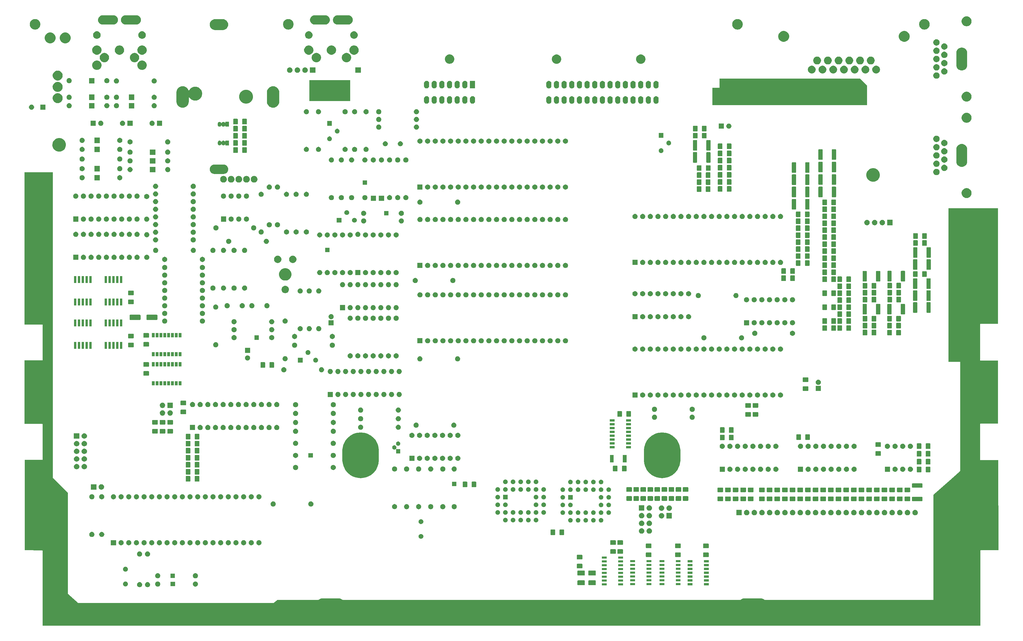
<source format=gts>
G04 #@! TF.GenerationSoftware,KiCad,Pcbnew,(5.1.0)-1*
G04 #@! TF.CreationDate,2021-08-03T21:10:52+02:00*
G04 #@! TF.ProjectId,Atari 130XE 1MB,41746172-6920-4313-9330-584520314d42,rev?*
G04 #@! TF.SameCoordinates,Original*
G04 #@! TF.FileFunction,Soldermask,Top*
G04 #@! TF.FilePolarity,Negative*
%FSLAX46Y46*%
G04 Gerber Fmt 4.6, Leading zero omitted, Abs format (unit mm)*
G04 Created by KiCad (PCBNEW (5.1.0)-1) date 2021-08-03 21:10:52*
%MOMM*%
%LPD*%
G04 APERTURE LIST*
%ADD10C,0.100000*%
G04 APERTURE END LIST*
D10*
G36*
X56788400Y-197421923D02*
G01*
X56790802Y-197446309D01*
X56797915Y-197469758D01*
X56809466Y-197491369D01*
X56826832Y-197512094D01*
X61788400Y-202275200D01*
X61788400Y-235818792D01*
X61790802Y-235843178D01*
X61797915Y-235866627D01*
X61809466Y-235888238D01*
X61830697Y-235912521D01*
X65152961Y-238843930D01*
X65172836Y-238858263D01*
X65195125Y-238868444D01*
X65218972Y-238874081D01*
X65235663Y-238875200D01*
X129945886Y-238875200D01*
X129970272Y-238872798D01*
X129993721Y-238865685D01*
X130022099Y-238849278D01*
X130029051Y-238843930D01*
X131288400Y-237875200D01*
X144759516Y-237875200D01*
X144783902Y-237872798D01*
X144807351Y-237865685D01*
X144838814Y-237846827D01*
X144964284Y-237743857D01*
X145407449Y-237506981D01*
X145407451Y-237506980D01*
X145580968Y-237454344D01*
X145888318Y-237361110D01*
X146263076Y-237324200D01*
X151513724Y-237324200D01*
X151888482Y-237361110D01*
X152195832Y-237454344D01*
X152369349Y-237506980D01*
X152369351Y-237506981D01*
X152812516Y-237743857D01*
X152937986Y-237846827D01*
X152958360Y-237860440D01*
X152980999Y-237869818D01*
X153017284Y-237875200D01*
X284759516Y-237875200D01*
X284783902Y-237872798D01*
X284807351Y-237865685D01*
X284838814Y-237846827D01*
X284964284Y-237743857D01*
X285407449Y-237506981D01*
X285407451Y-237506980D01*
X285580968Y-237454344D01*
X285888318Y-237361110D01*
X286263076Y-237324200D01*
X291513724Y-237324200D01*
X291888482Y-237361110D01*
X292195832Y-237454344D01*
X292369349Y-237506980D01*
X292369351Y-237506981D01*
X292812516Y-237743857D01*
X292937986Y-237846827D01*
X292958360Y-237860440D01*
X292980999Y-237869818D01*
X293017284Y-237875200D01*
X348763401Y-237875200D01*
X348787787Y-237872798D01*
X348811236Y-237865685D01*
X348832847Y-237854134D01*
X348851789Y-237838589D01*
X348867334Y-237819647D01*
X348878885Y-237798036D01*
X348885998Y-237774587D01*
X348888400Y-237750201D01*
X348888400Y-202975200D01*
X348953296Y-202917596D01*
X354460986Y-198028747D01*
X357746382Y-195112497D01*
X357763024Y-195094514D01*
X357775839Y-195073627D01*
X357784333Y-195050643D01*
X357788400Y-195019015D01*
X357788400Y-159000199D01*
X357785998Y-158975813D01*
X357778885Y-158952364D01*
X357767334Y-158930753D01*
X357751789Y-158911811D01*
X357732847Y-158896266D01*
X357711236Y-158884715D01*
X357687787Y-158877602D01*
X357663401Y-158875200D01*
X353888400Y-158875200D01*
X353888400Y-107875200D01*
X370288400Y-107875200D01*
X370288400Y-146275200D01*
X364513399Y-146275200D01*
X364489013Y-146277602D01*
X364465564Y-146284715D01*
X364443953Y-146296266D01*
X364425011Y-146311811D01*
X364409466Y-146330753D01*
X364397915Y-146352364D01*
X364390802Y-146375813D01*
X364388400Y-146400199D01*
X364388400Y-158350201D01*
X364390802Y-158374587D01*
X364397915Y-158398036D01*
X364409466Y-158419647D01*
X364425011Y-158438589D01*
X364443953Y-158454134D01*
X364465564Y-158465685D01*
X364489013Y-158472798D01*
X364513399Y-158475200D01*
X370288400Y-158475200D01*
X370288400Y-179375200D01*
X364513399Y-179375200D01*
X364489013Y-179377602D01*
X364465564Y-179384715D01*
X364443953Y-179396266D01*
X364425011Y-179411811D01*
X364409466Y-179430753D01*
X364397915Y-179452364D01*
X364390802Y-179475813D01*
X364388400Y-179500199D01*
X364388400Y-191350201D01*
X364390802Y-191374587D01*
X364397915Y-191398036D01*
X364409466Y-191419647D01*
X364425011Y-191438589D01*
X364443953Y-191454134D01*
X364465564Y-191465685D01*
X364489013Y-191472798D01*
X364513399Y-191475200D01*
X370388400Y-191475200D01*
X370488400Y-221375200D01*
X364613399Y-221375200D01*
X364589013Y-221377602D01*
X364565564Y-221384715D01*
X364543953Y-221396266D01*
X364525011Y-221411811D01*
X364509466Y-221430753D01*
X364497915Y-221452364D01*
X364490802Y-221475813D01*
X364488400Y-221500199D01*
X364488400Y-246375200D01*
X53388400Y-246375200D01*
X53388400Y-221598098D01*
X53385998Y-221573712D01*
X53378885Y-221550263D01*
X53367334Y-221528652D01*
X53351789Y-221509710D01*
X53332847Y-221494165D01*
X53311236Y-221482614D01*
X53287787Y-221475501D01*
X53265522Y-221473117D01*
X47488400Y-221375200D01*
X47488400Y-191375200D01*
X53263401Y-191375200D01*
X53287787Y-191372798D01*
X53311236Y-191365685D01*
X53332847Y-191354134D01*
X53351789Y-191338589D01*
X53367334Y-191319647D01*
X53378885Y-191298036D01*
X53385998Y-191274587D01*
X53388400Y-191250201D01*
X53388400Y-179600199D01*
X53385998Y-179575813D01*
X53378885Y-179552364D01*
X53367334Y-179530753D01*
X53351789Y-179511811D01*
X53332847Y-179496266D01*
X53311236Y-179484715D01*
X53287787Y-179477602D01*
X53263401Y-179475200D01*
X47388400Y-179475200D01*
X47388400Y-158375200D01*
X53263401Y-158375200D01*
X53287787Y-158372798D01*
X53311236Y-158365685D01*
X53332847Y-158354134D01*
X53351789Y-158338589D01*
X53367334Y-158319647D01*
X53378885Y-158298036D01*
X53385998Y-158274587D01*
X53388400Y-158250201D01*
X53388400Y-146600199D01*
X53385998Y-146575813D01*
X53378885Y-146552364D01*
X53367334Y-146530753D01*
X53351789Y-146511811D01*
X53332847Y-146496266D01*
X53311236Y-146484715D01*
X53287787Y-146477602D01*
X53263401Y-146475200D01*
X47388400Y-146475200D01*
X47388400Y-95975200D01*
X56788400Y-95975200D01*
X56788400Y-197421923D01*
X56788400Y-197421923D01*
G37*
G36*
X88355623Y-231952313D02*
G01*
X88516042Y-232000976D01*
X88606996Y-232049592D01*
X88663878Y-232079996D01*
X88793459Y-232186341D01*
X88899804Y-232315922D01*
X88899805Y-232315924D01*
X88978824Y-232463758D01*
X88978825Y-232463761D01*
X88984148Y-232481308D01*
X89027487Y-232624177D01*
X89043917Y-232791000D01*
X89027487Y-232957823D01*
X88978824Y-233118242D01*
X88939154Y-233192459D01*
X88899804Y-233266078D01*
X88793459Y-233395659D01*
X88663878Y-233502004D01*
X88663876Y-233502005D01*
X88516042Y-233581024D01*
X88355623Y-233629687D01*
X88230604Y-233642000D01*
X88146996Y-233642000D01*
X88021977Y-233629687D01*
X87861558Y-233581024D01*
X87713724Y-233502005D01*
X87713722Y-233502004D01*
X87584141Y-233395659D01*
X87477796Y-233266078D01*
X87438446Y-233192459D01*
X87398776Y-233118242D01*
X87350113Y-232957823D01*
X87333683Y-232791000D01*
X87350113Y-232624177D01*
X87393452Y-232481308D01*
X87398775Y-232463761D01*
X87398776Y-232463758D01*
X87477795Y-232315924D01*
X87477796Y-232315922D01*
X87584141Y-232186341D01*
X87713722Y-232079996D01*
X87770604Y-232049592D01*
X87861558Y-232000976D01*
X88021977Y-231952313D01*
X88146996Y-231940000D01*
X88230604Y-231940000D01*
X88355623Y-231952313D01*
X88355623Y-231952313D01*
G37*
G36*
X85714023Y-231952313D02*
G01*
X85874442Y-232000976D01*
X85965396Y-232049592D01*
X86022278Y-232079996D01*
X86151859Y-232186341D01*
X86258204Y-232315922D01*
X86258205Y-232315924D01*
X86337224Y-232463758D01*
X86337225Y-232463761D01*
X86342548Y-232481308D01*
X86385887Y-232624177D01*
X86402317Y-232791000D01*
X86385887Y-232957823D01*
X86337224Y-233118242D01*
X86297554Y-233192459D01*
X86258204Y-233266078D01*
X86151859Y-233395659D01*
X86022278Y-233502004D01*
X86022276Y-233502005D01*
X85874442Y-233581024D01*
X85714023Y-233629687D01*
X85589004Y-233642000D01*
X85505396Y-233642000D01*
X85380377Y-233629687D01*
X85219958Y-233581024D01*
X85072124Y-233502005D01*
X85072122Y-233502004D01*
X84942541Y-233395659D01*
X84836196Y-233266078D01*
X84796846Y-233192459D01*
X84757176Y-233118242D01*
X84708513Y-232957823D01*
X84692083Y-232791000D01*
X84708513Y-232624177D01*
X84751852Y-232481308D01*
X84757175Y-232463761D01*
X84757176Y-232463758D01*
X84836195Y-232315924D01*
X84836196Y-232315922D01*
X84942541Y-232186341D01*
X85072122Y-232079996D01*
X85129004Y-232049592D01*
X85219958Y-232000976D01*
X85380377Y-231952313D01*
X85505396Y-231940000D01*
X85589004Y-231940000D01*
X85714023Y-231952313D01*
X85714023Y-231952313D01*
G37*
G36*
X104233823Y-231749113D02*
G01*
X104394242Y-231797776D01*
X104461361Y-231833652D01*
X104542078Y-231876796D01*
X104671659Y-231983141D01*
X104778004Y-232112722D01*
X104778005Y-232112724D01*
X104857024Y-232260558D01*
X104905687Y-232420977D01*
X104922117Y-232587800D01*
X104905687Y-232754623D01*
X104857024Y-232915042D01*
X104816477Y-232990900D01*
X104778004Y-233062878D01*
X104671659Y-233192459D01*
X104542078Y-233298804D01*
X104542076Y-233298805D01*
X104394242Y-233377824D01*
X104233823Y-233426487D01*
X104108804Y-233438800D01*
X104025196Y-233438800D01*
X103900177Y-233426487D01*
X103739758Y-233377824D01*
X103591924Y-233298805D01*
X103591922Y-233298804D01*
X103462341Y-233192459D01*
X103355996Y-233062878D01*
X103317523Y-232990900D01*
X103276976Y-232915042D01*
X103228313Y-232754623D01*
X103211883Y-232587800D01*
X103228313Y-232420977D01*
X103276976Y-232260558D01*
X103355995Y-232112724D01*
X103355996Y-232112722D01*
X103462341Y-231983141D01*
X103591922Y-231876796D01*
X103672639Y-231833652D01*
X103739758Y-231797776D01*
X103900177Y-231749113D01*
X104025196Y-231736800D01*
X104108804Y-231736800D01*
X104233823Y-231749113D01*
X104233823Y-231749113D01*
G37*
G36*
X91815228Y-231769503D02*
G01*
X91970100Y-231833653D01*
X92109481Y-231926785D01*
X92228015Y-232045319D01*
X92321147Y-232184700D01*
X92385297Y-232339572D01*
X92418000Y-232503984D01*
X92418000Y-232671616D01*
X92385297Y-232836028D01*
X92321147Y-232990900D01*
X92228015Y-233130281D01*
X92109481Y-233248815D01*
X91970100Y-233341947D01*
X91815228Y-233406097D01*
X91650816Y-233438800D01*
X91483184Y-233438800D01*
X91318772Y-233406097D01*
X91163900Y-233341947D01*
X91024519Y-233248815D01*
X90905985Y-233130281D01*
X90812853Y-232990900D01*
X90748703Y-232836028D01*
X90716000Y-232671616D01*
X90716000Y-232503984D01*
X90748703Y-232339572D01*
X90812853Y-232184700D01*
X90905985Y-232045319D01*
X91024519Y-231926785D01*
X91163900Y-231833653D01*
X91318772Y-231769503D01*
X91483184Y-231736800D01*
X91650816Y-231736800D01*
X91815228Y-231769503D01*
X91815228Y-231769503D01*
G37*
G36*
X81107242Y-231789981D02*
G01*
X81253014Y-231850362D01*
X81253016Y-231850363D01*
X81384208Y-231938022D01*
X81495778Y-232049592D01*
X81537961Y-232112724D01*
X81583438Y-232180786D01*
X81643819Y-232326558D01*
X81674600Y-232481307D01*
X81674600Y-232639093D01*
X81643819Y-232793842D01*
X81598356Y-232903598D01*
X81583437Y-232939616D01*
X81495778Y-233070808D01*
X81384208Y-233182378D01*
X81253016Y-233270037D01*
X81253015Y-233270038D01*
X81253014Y-233270038D01*
X81107242Y-233330419D01*
X80952493Y-233361200D01*
X80794707Y-233361200D01*
X80639958Y-233330419D01*
X80494186Y-233270038D01*
X80494185Y-233270038D01*
X80494184Y-233270037D01*
X80362992Y-233182378D01*
X80251422Y-233070808D01*
X80163763Y-232939616D01*
X80148844Y-232903598D01*
X80103381Y-232793842D01*
X80072600Y-232639093D01*
X80072600Y-232481307D01*
X80103381Y-232326558D01*
X80163762Y-232180786D01*
X80209239Y-232112724D01*
X80251422Y-232049592D01*
X80362992Y-231938022D01*
X80494184Y-231850363D01*
X80494186Y-231850362D01*
X80639958Y-231789981D01*
X80794707Y-231759200D01*
X80952493Y-231759200D01*
X81107242Y-231789981D01*
X81107242Y-231789981D01*
G37*
G36*
X97296800Y-233313800D02*
G01*
X95844800Y-233313800D01*
X95844800Y-231861800D01*
X97296800Y-231861800D01*
X97296800Y-233313800D01*
X97296800Y-233313800D01*
G37*
G36*
X245893200Y-233040400D02*
G01*
X244291200Y-233040400D01*
X244291200Y-232338400D01*
X245893200Y-232338400D01*
X245893200Y-233040400D01*
X245893200Y-233040400D01*
G37*
G36*
X240493200Y-233040400D02*
G01*
X238891200Y-233040400D01*
X238891200Y-232338400D01*
X240493200Y-232338400D01*
X240493200Y-233040400D01*
X240493200Y-233040400D01*
G37*
G36*
X268941200Y-233015000D02*
G01*
X267339200Y-233015000D01*
X267339200Y-232313000D01*
X268941200Y-232313000D01*
X268941200Y-233015000D01*
X268941200Y-233015000D01*
G37*
G36*
X274341200Y-233015000D02*
G01*
X272739200Y-233015000D01*
X272739200Y-232313000D01*
X274341200Y-232313000D01*
X274341200Y-233015000D01*
X274341200Y-233015000D01*
G37*
G36*
X265019400Y-232989600D02*
G01*
X263417400Y-232989600D01*
X263417400Y-232287600D01*
X265019400Y-232287600D01*
X265019400Y-232989600D01*
X265019400Y-232989600D01*
G37*
G36*
X259619400Y-232989600D02*
G01*
X258017400Y-232989600D01*
X258017400Y-232287600D01*
X259619400Y-232287600D01*
X259619400Y-232989600D01*
X259619400Y-232989600D01*
G37*
G36*
X255342000Y-232989600D02*
G01*
X253740000Y-232989600D01*
X253740000Y-232287600D01*
X255342000Y-232287600D01*
X255342000Y-232989600D01*
X255342000Y-232989600D01*
G37*
G36*
X249942000Y-232989600D02*
G01*
X248340000Y-232989600D01*
X248340000Y-232287600D01*
X249942000Y-232287600D01*
X249942000Y-232989600D01*
X249942000Y-232989600D01*
G37*
G36*
X233107048Y-231383922D02*
G01*
X233141387Y-231394339D01*
X233173036Y-231411256D01*
X233200778Y-231434022D01*
X233223544Y-231461764D01*
X233240461Y-231493413D01*
X233250878Y-231527752D01*
X233255000Y-231569607D01*
X233255000Y-232791993D01*
X233250878Y-232833848D01*
X233240461Y-232868187D01*
X233223544Y-232899836D01*
X233200778Y-232927578D01*
X233173036Y-232950344D01*
X233141387Y-232967261D01*
X233107048Y-232977678D01*
X233065193Y-232981800D01*
X230992807Y-232981800D01*
X230950952Y-232977678D01*
X230916613Y-232967261D01*
X230884964Y-232950344D01*
X230857222Y-232927578D01*
X230834456Y-232899836D01*
X230817539Y-232868187D01*
X230807122Y-232833848D01*
X230803000Y-232791993D01*
X230803000Y-231569607D01*
X230807122Y-231527752D01*
X230817539Y-231493413D01*
X230834456Y-231461764D01*
X230857222Y-231434022D01*
X230884964Y-231411256D01*
X230916613Y-231394339D01*
X230950952Y-231383922D01*
X230992807Y-231379800D01*
X233065193Y-231379800D01*
X233107048Y-231383922D01*
X233107048Y-231383922D01*
G37*
G36*
X236739248Y-231383922D02*
G01*
X236773587Y-231394339D01*
X236805236Y-231411256D01*
X236832978Y-231434022D01*
X236855744Y-231461764D01*
X236872661Y-231493413D01*
X236883078Y-231527752D01*
X236887200Y-231569607D01*
X236887200Y-232791993D01*
X236883078Y-232833848D01*
X236872661Y-232868187D01*
X236855744Y-232899836D01*
X236832978Y-232927578D01*
X236805236Y-232950344D01*
X236773587Y-232967261D01*
X236739248Y-232977678D01*
X236697393Y-232981800D01*
X234625007Y-232981800D01*
X234583152Y-232977678D01*
X234548813Y-232967261D01*
X234517164Y-232950344D01*
X234489422Y-232927578D01*
X234466656Y-232899836D01*
X234449739Y-232868187D01*
X234439322Y-232833848D01*
X234435200Y-232791993D01*
X234435200Y-231569607D01*
X234439322Y-231527752D01*
X234449739Y-231493413D01*
X234466656Y-231461764D01*
X234489422Y-231434022D01*
X234517164Y-231411256D01*
X234548813Y-231394339D01*
X234583152Y-231383922D01*
X234625007Y-231379800D01*
X236697393Y-231379800D01*
X236739248Y-231383922D01*
X236739248Y-231383922D01*
G37*
G36*
X245893200Y-231770400D02*
G01*
X244291200Y-231770400D01*
X244291200Y-231068400D01*
X245893200Y-231068400D01*
X245893200Y-231770400D01*
X245893200Y-231770400D01*
G37*
G36*
X240493200Y-231770400D02*
G01*
X238891200Y-231770400D01*
X238891200Y-231068400D01*
X240493200Y-231068400D01*
X240493200Y-231770400D01*
X240493200Y-231770400D01*
G37*
G36*
X268941200Y-231745000D02*
G01*
X267339200Y-231745000D01*
X267339200Y-231043000D01*
X268941200Y-231043000D01*
X268941200Y-231745000D01*
X268941200Y-231745000D01*
G37*
G36*
X274341200Y-231745000D02*
G01*
X272739200Y-231745000D01*
X272739200Y-231043000D01*
X274341200Y-231043000D01*
X274341200Y-231745000D01*
X274341200Y-231745000D01*
G37*
G36*
X249942000Y-231719600D02*
G01*
X248340000Y-231719600D01*
X248340000Y-231017600D01*
X249942000Y-231017600D01*
X249942000Y-231719600D01*
X249942000Y-231719600D01*
G37*
G36*
X255342000Y-231719600D02*
G01*
X253740000Y-231719600D01*
X253740000Y-231017600D01*
X255342000Y-231017600D01*
X255342000Y-231719600D01*
X255342000Y-231719600D01*
G37*
G36*
X259619400Y-231719600D02*
G01*
X258017400Y-231719600D01*
X258017400Y-231017600D01*
X259619400Y-231017600D01*
X259619400Y-231719600D01*
X259619400Y-231719600D01*
G37*
G36*
X265019400Y-231719600D02*
G01*
X263417400Y-231719600D01*
X263417400Y-231017600D01*
X265019400Y-231017600D01*
X265019400Y-231719600D01*
X265019400Y-231719600D01*
G37*
G36*
X91815228Y-229026303D02*
G01*
X91970100Y-229090453D01*
X92109481Y-229183585D01*
X92228015Y-229302119D01*
X92321147Y-229441500D01*
X92385297Y-229596372D01*
X92418000Y-229760784D01*
X92418000Y-229928416D01*
X92385297Y-230092828D01*
X92321147Y-230247700D01*
X92228015Y-230387081D01*
X92109481Y-230505615D01*
X91970100Y-230598747D01*
X91815228Y-230662897D01*
X91650816Y-230695600D01*
X91483184Y-230695600D01*
X91318772Y-230662897D01*
X91163900Y-230598747D01*
X91024519Y-230505615D01*
X90905985Y-230387081D01*
X90812853Y-230247700D01*
X90748703Y-230092828D01*
X90716000Y-229928416D01*
X90716000Y-229760784D01*
X90748703Y-229596372D01*
X90812853Y-229441500D01*
X90905985Y-229302119D01*
X91024519Y-229183585D01*
X91163900Y-229090453D01*
X91318772Y-229026303D01*
X91483184Y-228993600D01*
X91650816Y-228993600D01*
X91815228Y-229026303D01*
X91815228Y-229026303D01*
G37*
G36*
X104233823Y-229005913D02*
G01*
X104394242Y-229054576D01*
X104461361Y-229090452D01*
X104542078Y-229133596D01*
X104671659Y-229239941D01*
X104778004Y-229369522D01*
X104778005Y-229369524D01*
X104857024Y-229517358D01*
X104905687Y-229677777D01*
X104922117Y-229844600D01*
X104905687Y-230011423D01*
X104857024Y-230171842D01*
X104816477Y-230247700D01*
X104778004Y-230319678D01*
X104671659Y-230449259D01*
X104542078Y-230555604D01*
X104542076Y-230555605D01*
X104394242Y-230634624D01*
X104233823Y-230683287D01*
X104108804Y-230695600D01*
X104025196Y-230695600D01*
X103900177Y-230683287D01*
X103739758Y-230634624D01*
X103591924Y-230555605D01*
X103591922Y-230555604D01*
X103462341Y-230449259D01*
X103355996Y-230319678D01*
X103317523Y-230247700D01*
X103276976Y-230171842D01*
X103228313Y-230011423D01*
X103211883Y-229844600D01*
X103228313Y-229677777D01*
X103276976Y-229517358D01*
X103355995Y-229369524D01*
X103355996Y-229369522D01*
X103462341Y-229239941D01*
X103591922Y-229133596D01*
X103672639Y-229090452D01*
X103739758Y-229054576D01*
X103900177Y-229005913D01*
X104025196Y-228993600D01*
X104108804Y-228993600D01*
X104233823Y-229005913D01*
X104233823Y-229005913D01*
G37*
G36*
X97293000Y-230570600D02*
G01*
X95841000Y-230570600D01*
X95841000Y-229118600D01*
X97293000Y-229118600D01*
X97293000Y-230570600D01*
X97293000Y-230570600D01*
G37*
G36*
X245893200Y-230500400D02*
G01*
X244291200Y-230500400D01*
X244291200Y-229798400D01*
X245893200Y-229798400D01*
X245893200Y-230500400D01*
X245893200Y-230500400D01*
G37*
G36*
X240493200Y-230500400D02*
G01*
X238891200Y-230500400D01*
X238891200Y-229798400D01*
X240493200Y-229798400D01*
X240493200Y-230500400D01*
X240493200Y-230500400D01*
G37*
G36*
X274341200Y-230475000D02*
G01*
X272739200Y-230475000D01*
X272739200Y-229773000D01*
X274341200Y-229773000D01*
X274341200Y-230475000D01*
X274341200Y-230475000D01*
G37*
G36*
X268941200Y-230475000D02*
G01*
X267339200Y-230475000D01*
X267339200Y-229773000D01*
X268941200Y-229773000D01*
X268941200Y-230475000D01*
X268941200Y-230475000D01*
G37*
G36*
X265019400Y-230449600D02*
G01*
X263417400Y-230449600D01*
X263417400Y-229747600D01*
X265019400Y-229747600D01*
X265019400Y-230449600D01*
X265019400Y-230449600D01*
G37*
G36*
X249942000Y-230449600D02*
G01*
X248340000Y-230449600D01*
X248340000Y-229747600D01*
X249942000Y-229747600D01*
X249942000Y-230449600D01*
X249942000Y-230449600D01*
G37*
G36*
X255342000Y-230449600D02*
G01*
X253740000Y-230449600D01*
X253740000Y-229747600D01*
X255342000Y-229747600D01*
X255342000Y-230449600D01*
X255342000Y-230449600D01*
G37*
G36*
X259619400Y-230449600D02*
G01*
X258017400Y-230449600D01*
X258017400Y-229747600D01*
X259619400Y-229747600D01*
X259619400Y-230449600D01*
X259619400Y-230449600D01*
G37*
G36*
X236739248Y-228133922D02*
G01*
X236773587Y-228144339D01*
X236805236Y-228161256D01*
X236832978Y-228184022D01*
X236855744Y-228211764D01*
X236872661Y-228243413D01*
X236883078Y-228277752D01*
X236887200Y-228319607D01*
X236887200Y-229541993D01*
X236883078Y-229583848D01*
X236872661Y-229618187D01*
X236855744Y-229649836D01*
X236832978Y-229677578D01*
X236805236Y-229700344D01*
X236773587Y-229717261D01*
X236739248Y-229727678D01*
X236697393Y-229731800D01*
X234625007Y-229731800D01*
X234583152Y-229727678D01*
X234548813Y-229717261D01*
X234517164Y-229700344D01*
X234489422Y-229677578D01*
X234466656Y-229649836D01*
X234449739Y-229618187D01*
X234439322Y-229583848D01*
X234435200Y-229541993D01*
X234435200Y-228319607D01*
X234439322Y-228277752D01*
X234449739Y-228243413D01*
X234466656Y-228211764D01*
X234489422Y-228184022D01*
X234517164Y-228161256D01*
X234548813Y-228144339D01*
X234583152Y-228133922D01*
X234625007Y-228129800D01*
X236697393Y-228129800D01*
X236739248Y-228133922D01*
X236739248Y-228133922D01*
G37*
G36*
X233107048Y-228133922D02*
G01*
X233141387Y-228144339D01*
X233173036Y-228161256D01*
X233200778Y-228184022D01*
X233223544Y-228211764D01*
X233240461Y-228243413D01*
X233250878Y-228277752D01*
X233255000Y-228319607D01*
X233255000Y-229541993D01*
X233250878Y-229583848D01*
X233240461Y-229618187D01*
X233223544Y-229649836D01*
X233200778Y-229677578D01*
X233173036Y-229700344D01*
X233141387Y-229717261D01*
X233107048Y-229727678D01*
X233065193Y-229731800D01*
X230992807Y-229731800D01*
X230950952Y-229727678D01*
X230916613Y-229717261D01*
X230884964Y-229700344D01*
X230857222Y-229677578D01*
X230834456Y-229649836D01*
X230817539Y-229618187D01*
X230807122Y-229583848D01*
X230803000Y-229541993D01*
X230803000Y-228319607D01*
X230807122Y-228277752D01*
X230817539Y-228243413D01*
X230834456Y-228211764D01*
X230857222Y-228184022D01*
X230884964Y-228161256D01*
X230916613Y-228144339D01*
X230950952Y-228133922D01*
X230992807Y-228129800D01*
X233065193Y-228129800D01*
X233107048Y-228133922D01*
X233107048Y-228133922D01*
G37*
G36*
X245893200Y-229230400D02*
G01*
X244291200Y-229230400D01*
X244291200Y-228528400D01*
X245893200Y-228528400D01*
X245893200Y-229230400D01*
X245893200Y-229230400D01*
G37*
G36*
X240493200Y-229230400D02*
G01*
X238891200Y-229230400D01*
X238891200Y-228528400D01*
X240493200Y-228528400D01*
X240493200Y-229230400D01*
X240493200Y-229230400D01*
G37*
G36*
X274341200Y-229205000D02*
G01*
X272739200Y-229205000D01*
X272739200Y-228503000D01*
X274341200Y-228503000D01*
X274341200Y-229205000D01*
X274341200Y-229205000D01*
G37*
G36*
X268941200Y-229205000D02*
G01*
X267339200Y-229205000D01*
X267339200Y-228503000D01*
X268941200Y-228503000D01*
X268941200Y-229205000D01*
X268941200Y-229205000D01*
G37*
G36*
X259619400Y-229179600D02*
G01*
X258017400Y-229179600D01*
X258017400Y-228477600D01*
X259619400Y-228477600D01*
X259619400Y-229179600D01*
X259619400Y-229179600D01*
G37*
G36*
X255342000Y-229179600D02*
G01*
X253740000Y-229179600D01*
X253740000Y-228477600D01*
X255342000Y-228477600D01*
X255342000Y-229179600D01*
X255342000Y-229179600D01*
G37*
G36*
X265019400Y-229179600D02*
G01*
X263417400Y-229179600D01*
X263417400Y-228477600D01*
X265019400Y-228477600D01*
X265019400Y-229179600D01*
X265019400Y-229179600D01*
G37*
G36*
X249942000Y-229179600D02*
G01*
X248340000Y-229179600D01*
X248340000Y-228477600D01*
X249942000Y-228477600D01*
X249942000Y-229179600D01*
X249942000Y-229179600D01*
G37*
G36*
X81107242Y-226889981D02*
G01*
X81253014Y-226950362D01*
X81253016Y-226950363D01*
X81384208Y-227038022D01*
X81495778Y-227149592D01*
X81583437Y-227280784D01*
X81583438Y-227280786D01*
X81643819Y-227426558D01*
X81674600Y-227581307D01*
X81674600Y-227739093D01*
X81643819Y-227893842D01*
X81583438Y-228039614D01*
X81583437Y-228039616D01*
X81495778Y-228170808D01*
X81384208Y-228282378D01*
X81253016Y-228370037D01*
X81253015Y-228370038D01*
X81253014Y-228370038D01*
X81107242Y-228430419D01*
X80952493Y-228461200D01*
X80794707Y-228461200D01*
X80639958Y-228430419D01*
X80494186Y-228370038D01*
X80494185Y-228370038D01*
X80494184Y-228370037D01*
X80362992Y-228282378D01*
X80251422Y-228170808D01*
X80163763Y-228039616D01*
X80163762Y-228039614D01*
X80103381Y-227893842D01*
X80072600Y-227739093D01*
X80072600Y-227581307D01*
X80103381Y-227426558D01*
X80163762Y-227280786D01*
X80163763Y-227280784D01*
X80251422Y-227149592D01*
X80362992Y-227038022D01*
X80494184Y-226950363D01*
X80494186Y-226950362D01*
X80639958Y-226889981D01*
X80794707Y-226859200D01*
X80952493Y-226859200D01*
X81107242Y-226889981D01*
X81107242Y-226889981D01*
G37*
G36*
X245893200Y-227960400D02*
G01*
X244291200Y-227960400D01*
X244291200Y-227258400D01*
X245893200Y-227258400D01*
X245893200Y-227960400D01*
X245893200Y-227960400D01*
G37*
G36*
X240493200Y-227960400D02*
G01*
X238891200Y-227960400D01*
X238891200Y-227258400D01*
X240493200Y-227258400D01*
X240493200Y-227960400D01*
X240493200Y-227960400D01*
G37*
G36*
X274341200Y-227935000D02*
G01*
X272739200Y-227935000D01*
X272739200Y-227233000D01*
X274341200Y-227233000D01*
X274341200Y-227935000D01*
X274341200Y-227935000D01*
G37*
G36*
X268941200Y-227935000D02*
G01*
X267339200Y-227935000D01*
X267339200Y-227233000D01*
X268941200Y-227233000D01*
X268941200Y-227935000D01*
X268941200Y-227935000D01*
G37*
G36*
X259619400Y-227909600D02*
G01*
X258017400Y-227909600D01*
X258017400Y-227207600D01*
X259619400Y-227207600D01*
X259619400Y-227909600D01*
X259619400Y-227909600D01*
G37*
G36*
X265019400Y-227909600D02*
G01*
X263417400Y-227909600D01*
X263417400Y-227207600D01*
X265019400Y-227207600D01*
X265019400Y-227909600D01*
X265019400Y-227909600D01*
G37*
G36*
X255342000Y-227909600D02*
G01*
X253740000Y-227909600D01*
X253740000Y-227207600D01*
X255342000Y-227207600D01*
X255342000Y-227909600D01*
X255342000Y-227909600D01*
G37*
G36*
X249942000Y-227909600D02*
G01*
X248340000Y-227909600D01*
X248340000Y-227207600D01*
X249942000Y-227207600D01*
X249942000Y-227909600D01*
X249942000Y-227909600D01*
G37*
G36*
X232296562Y-225873781D02*
G01*
X232331481Y-225884374D01*
X232363663Y-225901576D01*
X232391873Y-225924727D01*
X232415024Y-225952937D01*
X232432226Y-225985119D01*
X232442819Y-226020038D01*
X232447000Y-226062495D01*
X232447000Y-227203705D01*
X232442819Y-227246162D01*
X232432226Y-227281081D01*
X232415024Y-227313263D01*
X232391873Y-227341473D01*
X232363663Y-227364624D01*
X232331481Y-227381826D01*
X232296562Y-227392419D01*
X232254105Y-227396600D01*
X230787895Y-227396600D01*
X230745438Y-227392419D01*
X230710519Y-227381826D01*
X230678337Y-227364624D01*
X230650127Y-227341473D01*
X230626976Y-227313263D01*
X230609774Y-227281081D01*
X230599181Y-227246162D01*
X230595000Y-227203705D01*
X230595000Y-226062495D01*
X230599181Y-226020038D01*
X230609774Y-225985119D01*
X230626976Y-225952937D01*
X230650127Y-225924727D01*
X230678337Y-225901576D01*
X230710519Y-225884374D01*
X230745438Y-225873781D01*
X230787895Y-225869600D01*
X232254105Y-225869600D01*
X232296562Y-225873781D01*
X232296562Y-225873781D01*
G37*
G36*
X245893200Y-226690400D02*
G01*
X244291200Y-226690400D01*
X244291200Y-225988400D01*
X245893200Y-225988400D01*
X245893200Y-226690400D01*
X245893200Y-226690400D01*
G37*
G36*
X240493200Y-226690400D02*
G01*
X238891200Y-226690400D01*
X238891200Y-225988400D01*
X240493200Y-225988400D01*
X240493200Y-226690400D01*
X240493200Y-226690400D01*
G37*
G36*
X274341200Y-226665000D02*
G01*
X272739200Y-226665000D01*
X272739200Y-225963000D01*
X274341200Y-225963000D01*
X274341200Y-226665000D01*
X274341200Y-226665000D01*
G37*
G36*
X268941200Y-226665000D02*
G01*
X267339200Y-226665000D01*
X267339200Y-225963000D01*
X268941200Y-225963000D01*
X268941200Y-226665000D01*
X268941200Y-226665000D01*
G37*
G36*
X255342000Y-226639600D02*
G01*
X253740000Y-226639600D01*
X253740000Y-225937600D01*
X255342000Y-225937600D01*
X255342000Y-226639600D01*
X255342000Y-226639600D01*
G37*
G36*
X259619400Y-226639600D02*
G01*
X258017400Y-226639600D01*
X258017400Y-225937600D01*
X259619400Y-225937600D01*
X259619400Y-226639600D01*
X259619400Y-226639600D01*
G37*
G36*
X249942000Y-226639600D02*
G01*
X248340000Y-226639600D01*
X248340000Y-225937600D01*
X249942000Y-225937600D01*
X249942000Y-226639600D01*
X249942000Y-226639600D01*
G37*
G36*
X265019400Y-226639600D02*
G01*
X263417400Y-226639600D01*
X263417400Y-225937600D01*
X265019400Y-225937600D01*
X265019400Y-226639600D01*
X265019400Y-226639600D01*
G37*
G36*
X245893200Y-225420400D02*
G01*
X244291200Y-225420400D01*
X244291200Y-224718400D01*
X245893200Y-224718400D01*
X245893200Y-225420400D01*
X245893200Y-225420400D01*
G37*
G36*
X240493200Y-225420400D02*
G01*
X238891200Y-225420400D01*
X238891200Y-224718400D01*
X240493200Y-224718400D01*
X240493200Y-225420400D01*
X240493200Y-225420400D01*
G37*
G36*
X274341200Y-225395000D02*
G01*
X272739200Y-225395000D01*
X272739200Y-224693000D01*
X274341200Y-224693000D01*
X274341200Y-225395000D01*
X274341200Y-225395000D01*
G37*
G36*
X268941200Y-225395000D02*
G01*
X267339200Y-225395000D01*
X267339200Y-224693000D01*
X268941200Y-224693000D01*
X268941200Y-225395000D01*
X268941200Y-225395000D01*
G37*
G36*
X249942000Y-225369600D02*
G01*
X248340000Y-225369600D01*
X248340000Y-224667600D01*
X249942000Y-224667600D01*
X249942000Y-225369600D01*
X249942000Y-225369600D01*
G37*
G36*
X255342000Y-225369600D02*
G01*
X253740000Y-225369600D01*
X253740000Y-224667600D01*
X255342000Y-224667600D01*
X255342000Y-225369600D01*
X255342000Y-225369600D01*
G37*
G36*
X265019400Y-225369600D02*
G01*
X263417400Y-225369600D01*
X263417400Y-224667600D01*
X265019400Y-224667600D01*
X265019400Y-225369600D01*
X265019400Y-225369600D01*
G37*
G36*
X259619400Y-225369600D02*
G01*
X258017400Y-225369600D01*
X258017400Y-224667600D01*
X259619400Y-224667600D01*
X259619400Y-225369600D01*
X259619400Y-225369600D01*
G37*
G36*
X232296562Y-222898781D02*
G01*
X232331481Y-222909374D01*
X232363663Y-222926576D01*
X232391873Y-222949727D01*
X232415024Y-222977937D01*
X232432226Y-223010119D01*
X232442819Y-223045038D01*
X232447000Y-223087495D01*
X232447000Y-224228705D01*
X232442819Y-224271162D01*
X232432226Y-224306081D01*
X232415024Y-224338263D01*
X232391873Y-224366473D01*
X232363663Y-224389624D01*
X232331481Y-224406826D01*
X232296562Y-224417419D01*
X232254105Y-224421600D01*
X230787895Y-224421600D01*
X230745438Y-224417419D01*
X230710519Y-224406826D01*
X230678337Y-224389624D01*
X230650127Y-224366473D01*
X230626976Y-224338263D01*
X230609774Y-224306081D01*
X230599181Y-224271162D01*
X230595000Y-224228705D01*
X230595000Y-223087495D01*
X230599181Y-223045038D01*
X230609774Y-223010119D01*
X230626976Y-222977937D01*
X230650127Y-222949727D01*
X230678337Y-222926576D01*
X230710519Y-222909374D01*
X230745438Y-222898781D01*
X230787895Y-222894600D01*
X232254105Y-222894600D01*
X232296562Y-222898781D01*
X232296562Y-222898781D01*
G37*
G36*
X240493200Y-224150400D02*
G01*
X238891200Y-224150400D01*
X238891200Y-223448400D01*
X240493200Y-223448400D01*
X240493200Y-224150400D01*
X240493200Y-224150400D01*
G37*
G36*
X245893200Y-224150400D02*
G01*
X244291200Y-224150400D01*
X244291200Y-223448400D01*
X245893200Y-223448400D01*
X245893200Y-224150400D01*
X245893200Y-224150400D01*
G37*
G36*
X274206562Y-222139981D02*
G01*
X274241481Y-222150574D01*
X274273663Y-222167776D01*
X274301873Y-222190927D01*
X274325024Y-222219137D01*
X274342226Y-222251319D01*
X274352819Y-222286238D01*
X274357000Y-222328695D01*
X274357000Y-223469905D01*
X274352819Y-223512362D01*
X274342226Y-223547281D01*
X274325024Y-223579463D01*
X274301873Y-223607673D01*
X274273663Y-223630824D01*
X274241481Y-223648026D01*
X274206562Y-223658619D01*
X274164105Y-223662800D01*
X272697895Y-223662800D01*
X272655438Y-223658619D01*
X272620519Y-223648026D01*
X272588337Y-223630824D01*
X272560127Y-223607673D01*
X272536976Y-223579463D01*
X272519774Y-223547281D01*
X272509181Y-223512362D01*
X272505000Y-223469905D01*
X272505000Y-222328695D01*
X272509181Y-222286238D01*
X272519774Y-222251319D01*
X272536976Y-222219137D01*
X272560127Y-222190927D01*
X272588337Y-222167776D01*
X272620519Y-222150574D01*
X272655438Y-222139981D01*
X272697895Y-222135800D01*
X274164105Y-222135800D01*
X274206562Y-222139981D01*
X274206562Y-222139981D01*
G37*
G36*
X255207362Y-222114581D02*
G01*
X255242281Y-222125174D01*
X255274463Y-222142376D01*
X255302673Y-222165527D01*
X255325824Y-222193737D01*
X255343026Y-222225919D01*
X255353619Y-222260838D01*
X255357800Y-222303295D01*
X255357800Y-223444505D01*
X255353619Y-223486962D01*
X255343026Y-223521881D01*
X255325824Y-223554063D01*
X255302673Y-223582273D01*
X255274463Y-223605424D01*
X255242281Y-223622626D01*
X255207362Y-223633219D01*
X255164905Y-223637400D01*
X253698695Y-223637400D01*
X253656238Y-223633219D01*
X253621319Y-223622626D01*
X253589137Y-223605424D01*
X253560927Y-223582273D01*
X253537776Y-223554063D01*
X253520574Y-223521881D01*
X253509981Y-223486962D01*
X253505800Y-223444505D01*
X253505800Y-222303295D01*
X253509981Y-222260838D01*
X253520574Y-222225919D01*
X253537776Y-222193737D01*
X253560927Y-222165527D01*
X253589137Y-222142376D01*
X253621319Y-222125174D01*
X253656238Y-222114581D01*
X253698695Y-222110400D01*
X255164905Y-222110400D01*
X255207362Y-222114581D01*
X255207362Y-222114581D01*
G37*
G36*
X264910162Y-222114581D02*
G01*
X264945081Y-222125174D01*
X264977263Y-222142376D01*
X265005473Y-222165527D01*
X265028624Y-222193737D01*
X265045826Y-222225919D01*
X265056419Y-222260838D01*
X265060600Y-222303295D01*
X265060600Y-223444505D01*
X265056419Y-223486962D01*
X265045826Y-223521881D01*
X265028624Y-223554063D01*
X265005473Y-223582273D01*
X264977263Y-223605424D01*
X264945081Y-223622626D01*
X264910162Y-223633219D01*
X264867705Y-223637400D01*
X263401495Y-223637400D01*
X263359038Y-223633219D01*
X263324119Y-223622626D01*
X263291937Y-223605424D01*
X263263727Y-223582273D01*
X263240576Y-223554063D01*
X263223374Y-223521881D01*
X263212781Y-223486962D01*
X263208600Y-223444505D01*
X263208600Y-222303295D01*
X263212781Y-222260838D01*
X263223374Y-222225919D01*
X263240576Y-222193737D01*
X263263727Y-222165527D01*
X263291937Y-222142376D01*
X263324119Y-222125174D01*
X263359038Y-222114581D01*
X263401495Y-222110400D01*
X264867705Y-222110400D01*
X264910162Y-222114581D01*
X264910162Y-222114581D01*
G37*
G36*
X88437028Y-221812703D02*
G01*
X88591900Y-221876853D01*
X88731281Y-221969985D01*
X88849815Y-222088519D01*
X88942947Y-222227900D01*
X89007097Y-222382772D01*
X89039800Y-222547184D01*
X89039800Y-222714816D01*
X89007097Y-222879228D01*
X88942947Y-223034100D01*
X88849815Y-223173481D01*
X88731281Y-223292015D01*
X88591900Y-223385147D01*
X88437028Y-223449297D01*
X88272616Y-223482000D01*
X88104984Y-223482000D01*
X87940572Y-223449297D01*
X87785700Y-223385147D01*
X87646319Y-223292015D01*
X87527785Y-223173481D01*
X87434653Y-223034100D01*
X87370503Y-222879228D01*
X87337800Y-222714816D01*
X87337800Y-222547184D01*
X87370503Y-222382772D01*
X87434653Y-222227900D01*
X87527785Y-222088519D01*
X87646319Y-221969985D01*
X87785700Y-221876853D01*
X87940572Y-221812703D01*
X88104984Y-221780000D01*
X88272616Y-221780000D01*
X88437028Y-221812703D01*
X88437028Y-221812703D01*
G37*
G36*
X85795428Y-221812703D02*
G01*
X85950300Y-221876853D01*
X86089681Y-221969985D01*
X86208215Y-222088519D01*
X86301347Y-222227900D01*
X86365497Y-222382772D01*
X86398200Y-222547184D01*
X86398200Y-222714816D01*
X86365497Y-222879228D01*
X86301347Y-223034100D01*
X86208215Y-223173481D01*
X86089681Y-223292015D01*
X85950300Y-223385147D01*
X85795428Y-223449297D01*
X85631016Y-223482000D01*
X85463384Y-223482000D01*
X85298972Y-223449297D01*
X85144100Y-223385147D01*
X85004719Y-223292015D01*
X84886185Y-223173481D01*
X84793053Y-223034100D01*
X84728903Y-222879228D01*
X84696200Y-222714816D01*
X84696200Y-222547184D01*
X84728903Y-222382772D01*
X84793053Y-222227900D01*
X84886185Y-222088519D01*
X85004719Y-221969985D01*
X85144100Y-221876853D01*
X85298972Y-221812703D01*
X85463384Y-221780000D01*
X85631016Y-221780000D01*
X85795428Y-221812703D01*
X85795428Y-221812703D01*
G37*
G36*
X245758562Y-221047781D02*
G01*
X245793481Y-221058374D01*
X245825663Y-221075576D01*
X245853873Y-221098727D01*
X245877024Y-221126937D01*
X245894226Y-221159119D01*
X245904819Y-221194038D01*
X245909000Y-221236495D01*
X245909000Y-222377705D01*
X245904819Y-222420162D01*
X245894226Y-222455081D01*
X245877024Y-222487263D01*
X245853873Y-222515473D01*
X245825663Y-222538624D01*
X245793481Y-222555826D01*
X245758562Y-222566419D01*
X245716105Y-222570600D01*
X244249895Y-222570600D01*
X244207438Y-222566419D01*
X244172519Y-222555826D01*
X244140337Y-222538624D01*
X244112127Y-222515473D01*
X244088976Y-222487263D01*
X244071774Y-222455081D01*
X244061181Y-222420162D01*
X244057000Y-222377705D01*
X244057000Y-221236495D01*
X244061181Y-221194038D01*
X244071774Y-221159119D01*
X244088976Y-221126937D01*
X244112127Y-221098727D01*
X244140337Y-221075576D01*
X244172519Y-221058374D01*
X244207438Y-221047781D01*
X244249895Y-221043600D01*
X245716105Y-221043600D01*
X245758562Y-221047781D01*
X245758562Y-221047781D01*
G37*
G36*
X243396362Y-221047781D02*
G01*
X243431281Y-221058374D01*
X243463463Y-221075576D01*
X243491673Y-221098727D01*
X243514824Y-221126937D01*
X243532026Y-221159119D01*
X243542619Y-221194038D01*
X243546800Y-221236495D01*
X243546800Y-222377705D01*
X243542619Y-222420162D01*
X243532026Y-222455081D01*
X243514824Y-222487263D01*
X243491673Y-222515473D01*
X243463463Y-222538624D01*
X243431281Y-222555826D01*
X243396362Y-222566419D01*
X243353905Y-222570600D01*
X241887695Y-222570600D01*
X241845238Y-222566419D01*
X241810319Y-222555826D01*
X241778137Y-222538624D01*
X241749927Y-222515473D01*
X241726776Y-222487263D01*
X241709574Y-222455081D01*
X241698981Y-222420162D01*
X241694800Y-222377705D01*
X241694800Y-221236495D01*
X241698981Y-221194038D01*
X241709574Y-221159119D01*
X241726776Y-221126937D01*
X241749927Y-221098727D01*
X241778137Y-221075576D01*
X241810319Y-221058374D01*
X241845238Y-221047781D01*
X241887695Y-221043600D01*
X243353905Y-221043600D01*
X243396362Y-221047781D01*
X243396362Y-221047781D01*
G37*
G36*
X274206562Y-219164981D02*
G01*
X274241481Y-219175574D01*
X274273663Y-219192776D01*
X274301873Y-219215927D01*
X274325024Y-219244137D01*
X274342226Y-219276319D01*
X274352819Y-219311238D01*
X274357000Y-219353695D01*
X274357000Y-220494905D01*
X274352819Y-220537362D01*
X274342226Y-220572281D01*
X274325024Y-220604463D01*
X274301873Y-220632673D01*
X274273663Y-220655824D01*
X274241481Y-220673026D01*
X274206562Y-220683619D01*
X274164105Y-220687800D01*
X272697895Y-220687800D01*
X272655438Y-220683619D01*
X272620519Y-220673026D01*
X272588337Y-220655824D01*
X272560127Y-220632673D01*
X272536976Y-220604463D01*
X272519774Y-220572281D01*
X272509181Y-220537362D01*
X272505000Y-220494905D01*
X272505000Y-219353695D01*
X272509181Y-219311238D01*
X272519774Y-219276319D01*
X272536976Y-219244137D01*
X272560127Y-219215927D01*
X272588337Y-219192776D01*
X272620519Y-219175574D01*
X272655438Y-219164981D01*
X272697895Y-219160800D01*
X274164105Y-219160800D01*
X274206562Y-219164981D01*
X274206562Y-219164981D01*
G37*
G36*
X255207362Y-219139581D02*
G01*
X255242281Y-219150174D01*
X255274463Y-219167376D01*
X255302673Y-219190527D01*
X255325824Y-219218737D01*
X255343026Y-219250919D01*
X255353619Y-219285838D01*
X255357800Y-219328295D01*
X255357800Y-220469505D01*
X255353619Y-220511962D01*
X255343026Y-220546881D01*
X255325824Y-220579063D01*
X255302673Y-220607273D01*
X255274463Y-220630424D01*
X255242281Y-220647626D01*
X255207362Y-220658219D01*
X255164905Y-220662400D01*
X253698695Y-220662400D01*
X253656238Y-220658219D01*
X253621319Y-220647626D01*
X253589137Y-220630424D01*
X253560927Y-220607273D01*
X253537776Y-220579063D01*
X253520574Y-220546881D01*
X253509981Y-220511962D01*
X253505800Y-220469505D01*
X253505800Y-219328295D01*
X253509981Y-219285838D01*
X253520574Y-219250919D01*
X253537776Y-219218737D01*
X253560927Y-219190527D01*
X253589137Y-219167376D01*
X253621319Y-219150174D01*
X253656238Y-219139581D01*
X253698695Y-219135400D01*
X255164905Y-219135400D01*
X255207362Y-219139581D01*
X255207362Y-219139581D01*
G37*
G36*
X264910162Y-219139581D02*
G01*
X264945081Y-219150174D01*
X264977263Y-219167376D01*
X265005473Y-219190527D01*
X265028624Y-219218737D01*
X265045826Y-219250919D01*
X265056419Y-219285838D01*
X265060600Y-219328295D01*
X265060600Y-220469505D01*
X265056419Y-220511962D01*
X265045826Y-220546881D01*
X265028624Y-220579063D01*
X265005473Y-220607273D01*
X264977263Y-220630424D01*
X264945081Y-220647626D01*
X264910162Y-220658219D01*
X264867705Y-220662400D01*
X263401495Y-220662400D01*
X263359038Y-220658219D01*
X263324119Y-220647626D01*
X263291937Y-220630424D01*
X263263727Y-220607273D01*
X263240576Y-220579063D01*
X263223374Y-220546881D01*
X263212781Y-220511962D01*
X263208600Y-220469505D01*
X263208600Y-219328295D01*
X263212781Y-219285838D01*
X263223374Y-219250919D01*
X263240576Y-219218737D01*
X263263727Y-219190527D01*
X263291937Y-219167376D01*
X263324119Y-219150174D01*
X263359038Y-219139581D01*
X263401495Y-219135400D01*
X264867705Y-219135400D01*
X264910162Y-219139581D01*
X264910162Y-219139581D01*
G37*
G36*
X87215223Y-218036513D02*
G01*
X87375642Y-218085176D01*
X87491428Y-218147065D01*
X87523478Y-218164196D01*
X87653059Y-218270541D01*
X87759404Y-218400122D01*
X87759405Y-218400124D01*
X87838424Y-218547958D01*
X87887087Y-218708377D01*
X87903517Y-218875200D01*
X87887087Y-219042023D01*
X87838424Y-219202442D01*
X87793848Y-219285838D01*
X87759404Y-219350278D01*
X87653059Y-219479859D01*
X87523478Y-219586204D01*
X87523476Y-219586205D01*
X87375642Y-219665224D01*
X87215223Y-219713887D01*
X87090204Y-219726200D01*
X87006596Y-219726200D01*
X86881577Y-219713887D01*
X86721158Y-219665224D01*
X86573324Y-219586205D01*
X86573322Y-219586204D01*
X86443741Y-219479859D01*
X86337396Y-219350278D01*
X86302952Y-219285838D01*
X86258376Y-219202442D01*
X86209713Y-219042023D01*
X86193283Y-218875200D01*
X86209713Y-218708377D01*
X86258376Y-218547958D01*
X86337395Y-218400124D01*
X86337396Y-218400122D01*
X86443741Y-218270541D01*
X86573322Y-218164196D01*
X86605372Y-218147065D01*
X86721158Y-218085176D01*
X86881577Y-218036513D01*
X87006596Y-218024200D01*
X87090204Y-218024200D01*
X87215223Y-218036513D01*
X87215223Y-218036513D01*
G37*
G36*
X117695223Y-218036513D02*
G01*
X117855642Y-218085176D01*
X117971428Y-218147065D01*
X118003478Y-218164196D01*
X118133059Y-218270541D01*
X118239404Y-218400122D01*
X118239405Y-218400124D01*
X118318424Y-218547958D01*
X118367087Y-218708377D01*
X118383517Y-218875200D01*
X118367087Y-219042023D01*
X118318424Y-219202442D01*
X118273848Y-219285838D01*
X118239404Y-219350278D01*
X118133059Y-219479859D01*
X118003478Y-219586204D01*
X118003476Y-219586205D01*
X117855642Y-219665224D01*
X117695223Y-219713887D01*
X117570204Y-219726200D01*
X117486596Y-219726200D01*
X117361577Y-219713887D01*
X117201158Y-219665224D01*
X117053324Y-219586205D01*
X117053322Y-219586204D01*
X116923741Y-219479859D01*
X116817396Y-219350278D01*
X116782952Y-219285838D01*
X116738376Y-219202442D01*
X116689713Y-219042023D01*
X116673283Y-218875200D01*
X116689713Y-218708377D01*
X116738376Y-218547958D01*
X116817395Y-218400124D01*
X116817396Y-218400122D01*
X116923741Y-218270541D01*
X117053322Y-218164196D01*
X117085372Y-218147065D01*
X117201158Y-218085176D01*
X117361577Y-218036513D01*
X117486596Y-218024200D01*
X117570204Y-218024200D01*
X117695223Y-218036513D01*
X117695223Y-218036513D01*
G37*
G36*
X115155223Y-218036513D02*
G01*
X115315642Y-218085176D01*
X115431428Y-218147065D01*
X115463478Y-218164196D01*
X115593059Y-218270541D01*
X115699404Y-218400122D01*
X115699405Y-218400124D01*
X115778424Y-218547958D01*
X115827087Y-218708377D01*
X115843517Y-218875200D01*
X115827087Y-219042023D01*
X115778424Y-219202442D01*
X115733848Y-219285838D01*
X115699404Y-219350278D01*
X115593059Y-219479859D01*
X115463478Y-219586204D01*
X115463476Y-219586205D01*
X115315642Y-219665224D01*
X115155223Y-219713887D01*
X115030204Y-219726200D01*
X114946596Y-219726200D01*
X114821577Y-219713887D01*
X114661158Y-219665224D01*
X114513324Y-219586205D01*
X114513322Y-219586204D01*
X114383741Y-219479859D01*
X114277396Y-219350278D01*
X114242952Y-219285838D01*
X114198376Y-219202442D01*
X114149713Y-219042023D01*
X114133283Y-218875200D01*
X114149713Y-218708377D01*
X114198376Y-218547958D01*
X114277395Y-218400124D01*
X114277396Y-218400122D01*
X114383741Y-218270541D01*
X114513322Y-218164196D01*
X114545372Y-218147065D01*
X114661158Y-218085176D01*
X114821577Y-218036513D01*
X114946596Y-218024200D01*
X115030204Y-218024200D01*
X115155223Y-218036513D01*
X115155223Y-218036513D01*
G37*
G36*
X112615223Y-218036513D02*
G01*
X112775642Y-218085176D01*
X112891428Y-218147065D01*
X112923478Y-218164196D01*
X113053059Y-218270541D01*
X113159404Y-218400122D01*
X113159405Y-218400124D01*
X113238424Y-218547958D01*
X113287087Y-218708377D01*
X113303517Y-218875200D01*
X113287087Y-219042023D01*
X113238424Y-219202442D01*
X113193848Y-219285838D01*
X113159404Y-219350278D01*
X113053059Y-219479859D01*
X112923478Y-219586204D01*
X112923476Y-219586205D01*
X112775642Y-219665224D01*
X112615223Y-219713887D01*
X112490204Y-219726200D01*
X112406596Y-219726200D01*
X112281577Y-219713887D01*
X112121158Y-219665224D01*
X111973324Y-219586205D01*
X111973322Y-219586204D01*
X111843741Y-219479859D01*
X111737396Y-219350278D01*
X111702952Y-219285838D01*
X111658376Y-219202442D01*
X111609713Y-219042023D01*
X111593283Y-218875200D01*
X111609713Y-218708377D01*
X111658376Y-218547958D01*
X111737395Y-218400124D01*
X111737396Y-218400122D01*
X111843741Y-218270541D01*
X111973322Y-218164196D01*
X112005372Y-218147065D01*
X112121158Y-218085176D01*
X112281577Y-218036513D01*
X112406596Y-218024200D01*
X112490204Y-218024200D01*
X112615223Y-218036513D01*
X112615223Y-218036513D01*
G37*
G36*
X110075223Y-218036513D02*
G01*
X110235642Y-218085176D01*
X110351428Y-218147065D01*
X110383478Y-218164196D01*
X110513059Y-218270541D01*
X110619404Y-218400122D01*
X110619405Y-218400124D01*
X110698424Y-218547958D01*
X110747087Y-218708377D01*
X110763517Y-218875200D01*
X110747087Y-219042023D01*
X110698424Y-219202442D01*
X110653848Y-219285838D01*
X110619404Y-219350278D01*
X110513059Y-219479859D01*
X110383478Y-219586204D01*
X110383476Y-219586205D01*
X110235642Y-219665224D01*
X110075223Y-219713887D01*
X109950204Y-219726200D01*
X109866596Y-219726200D01*
X109741577Y-219713887D01*
X109581158Y-219665224D01*
X109433324Y-219586205D01*
X109433322Y-219586204D01*
X109303741Y-219479859D01*
X109197396Y-219350278D01*
X109162952Y-219285838D01*
X109118376Y-219202442D01*
X109069713Y-219042023D01*
X109053283Y-218875200D01*
X109069713Y-218708377D01*
X109118376Y-218547958D01*
X109197395Y-218400124D01*
X109197396Y-218400122D01*
X109303741Y-218270541D01*
X109433322Y-218164196D01*
X109465372Y-218147065D01*
X109581158Y-218085176D01*
X109741577Y-218036513D01*
X109866596Y-218024200D01*
X109950204Y-218024200D01*
X110075223Y-218036513D01*
X110075223Y-218036513D01*
G37*
G36*
X107535223Y-218036513D02*
G01*
X107695642Y-218085176D01*
X107811428Y-218147065D01*
X107843478Y-218164196D01*
X107973059Y-218270541D01*
X108079404Y-218400122D01*
X108079405Y-218400124D01*
X108158424Y-218547958D01*
X108207087Y-218708377D01*
X108223517Y-218875200D01*
X108207087Y-219042023D01*
X108158424Y-219202442D01*
X108113848Y-219285838D01*
X108079404Y-219350278D01*
X107973059Y-219479859D01*
X107843478Y-219586204D01*
X107843476Y-219586205D01*
X107695642Y-219665224D01*
X107535223Y-219713887D01*
X107410204Y-219726200D01*
X107326596Y-219726200D01*
X107201577Y-219713887D01*
X107041158Y-219665224D01*
X106893324Y-219586205D01*
X106893322Y-219586204D01*
X106763741Y-219479859D01*
X106657396Y-219350278D01*
X106622952Y-219285838D01*
X106578376Y-219202442D01*
X106529713Y-219042023D01*
X106513283Y-218875200D01*
X106529713Y-218708377D01*
X106578376Y-218547958D01*
X106657395Y-218400124D01*
X106657396Y-218400122D01*
X106763741Y-218270541D01*
X106893322Y-218164196D01*
X106925372Y-218147065D01*
X107041158Y-218085176D01*
X107201577Y-218036513D01*
X107326596Y-218024200D01*
X107410204Y-218024200D01*
X107535223Y-218036513D01*
X107535223Y-218036513D01*
G37*
G36*
X104995223Y-218036513D02*
G01*
X105155642Y-218085176D01*
X105271428Y-218147065D01*
X105303478Y-218164196D01*
X105433059Y-218270541D01*
X105539404Y-218400122D01*
X105539405Y-218400124D01*
X105618424Y-218547958D01*
X105667087Y-218708377D01*
X105683517Y-218875200D01*
X105667087Y-219042023D01*
X105618424Y-219202442D01*
X105573848Y-219285838D01*
X105539404Y-219350278D01*
X105433059Y-219479859D01*
X105303478Y-219586204D01*
X105303476Y-219586205D01*
X105155642Y-219665224D01*
X104995223Y-219713887D01*
X104870204Y-219726200D01*
X104786596Y-219726200D01*
X104661577Y-219713887D01*
X104501158Y-219665224D01*
X104353324Y-219586205D01*
X104353322Y-219586204D01*
X104223741Y-219479859D01*
X104117396Y-219350278D01*
X104082952Y-219285838D01*
X104038376Y-219202442D01*
X103989713Y-219042023D01*
X103973283Y-218875200D01*
X103989713Y-218708377D01*
X104038376Y-218547958D01*
X104117395Y-218400124D01*
X104117396Y-218400122D01*
X104223741Y-218270541D01*
X104353322Y-218164196D01*
X104385372Y-218147065D01*
X104501158Y-218085176D01*
X104661577Y-218036513D01*
X104786596Y-218024200D01*
X104870204Y-218024200D01*
X104995223Y-218036513D01*
X104995223Y-218036513D01*
G37*
G36*
X102455223Y-218036513D02*
G01*
X102615642Y-218085176D01*
X102731428Y-218147065D01*
X102763478Y-218164196D01*
X102893059Y-218270541D01*
X102999404Y-218400122D01*
X102999405Y-218400124D01*
X103078424Y-218547958D01*
X103127087Y-218708377D01*
X103143517Y-218875200D01*
X103127087Y-219042023D01*
X103078424Y-219202442D01*
X103033848Y-219285838D01*
X102999404Y-219350278D01*
X102893059Y-219479859D01*
X102763478Y-219586204D01*
X102763476Y-219586205D01*
X102615642Y-219665224D01*
X102455223Y-219713887D01*
X102330204Y-219726200D01*
X102246596Y-219726200D01*
X102121577Y-219713887D01*
X101961158Y-219665224D01*
X101813324Y-219586205D01*
X101813322Y-219586204D01*
X101683741Y-219479859D01*
X101577396Y-219350278D01*
X101542952Y-219285838D01*
X101498376Y-219202442D01*
X101449713Y-219042023D01*
X101433283Y-218875200D01*
X101449713Y-218708377D01*
X101498376Y-218547958D01*
X101577395Y-218400124D01*
X101577396Y-218400122D01*
X101683741Y-218270541D01*
X101813322Y-218164196D01*
X101845372Y-218147065D01*
X101961158Y-218085176D01*
X102121577Y-218036513D01*
X102246596Y-218024200D01*
X102330204Y-218024200D01*
X102455223Y-218036513D01*
X102455223Y-218036513D01*
G37*
G36*
X99915223Y-218036513D02*
G01*
X100075642Y-218085176D01*
X100191428Y-218147065D01*
X100223478Y-218164196D01*
X100353059Y-218270541D01*
X100459404Y-218400122D01*
X100459405Y-218400124D01*
X100538424Y-218547958D01*
X100587087Y-218708377D01*
X100603517Y-218875200D01*
X100587087Y-219042023D01*
X100538424Y-219202442D01*
X100493848Y-219285838D01*
X100459404Y-219350278D01*
X100353059Y-219479859D01*
X100223478Y-219586204D01*
X100223476Y-219586205D01*
X100075642Y-219665224D01*
X99915223Y-219713887D01*
X99790204Y-219726200D01*
X99706596Y-219726200D01*
X99581577Y-219713887D01*
X99421158Y-219665224D01*
X99273324Y-219586205D01*
X99273322Y-219586204D01*
X99143741Y-219479859D01*
X99037396Y-219350278D01*
X99002952Y-219285838D01*
X98958376Y-219202442D01*
X98909713Y-219042023D01*
X98893283Y-218875200D01*
X98909713Y-218708377D01*
X98958376Y-218547958D01*
X99037395Y-218400124D01*
X99037396Y-218400122D01*
X99143741Y-218270541D01*
X99273322Y-218164196D01*
X99305372Y-218147065D01*
X99421158Y-218085176D01*
X99581577Y-218036513D01*
X99706596Y-218024200D01*
X99790204Y-218024200D01*
X99915223Y-218036513D01*
X99915223Y-218036513D01*
G37*
G36*
X97375223Y-218036513D02*
G01*
X97535642Y-218085176D01*
X97651428Y-218147065D01*
X97683478Y-218164196D01*
X97813059Y-218270541D01*
X97919404Y-218400122D01*
X97919405Y-218400124D01*
X97998424Y-218547958D01*
X98047087Y-218708377D01*
X98063517Y-218875200D01*
X98047087Y-219042023D01*
X97998424Y-219202442D01*
X97953848Y-219285838D01*
X97919404Y-219350278D01*
X97813059Y-219479859D01*
X97683478Y-219586204D01*
X97683476Y-219586205D01*
X97535642Y-219665224D01*
X97375223Y-219713887D01*
X97250204Y-219726200D01*
X97166596Y-219726200D01*
X97041577Y-219713887D01*
X96881158Y-219665224D01*
X96733324Y-219586205D01*
X96733322Y-219586204D01*
X96603741Y-219479859D01*
X96497396Y-219350278D01*
X96462952Y-219285838D01*
X96418376Y-219202442D01*
X96369713Y-219042023D01*
X96353283Y-218875200D01*
X96369713Y-218708377D01*
X96418376Y-218547958D01*
X96497395Y-218400124D01*
X96497396Y-218400122D01*
X96603741Y-218270541D01*
X96733322Y-218164196D01*
X96765372Y-218147065D01*
X96881158Y-218085176D01*
X97041577Y-218036513D01*
X97166596Y-218024200D01*
X97250204Y-218024200D01*
X97375223Y-218036513D01*
X97375223Y-218036513D01*
G37*
G36*
X92295223Y-218036513D02*
G01*
X92455642Y-218085176D01*
X92571428Y-218147065D01*
X92603478Y-218164196D01*
X92733059Y-218270541D01*
X92839404Y-218400122D01*
X92839405Y-218400124D01*
X92918424Y-218547958D01*
X92967087Y-218708377D01*
X92983517Y-218875200D01*
X92967087Y-219042023D01*
X92918424Y-219202442D01*
X92873848Y-219285838D01*
X92839404Y-219350278D01*
X92733059Y-219479859D01*
X92603478Y-219586204D01*
X92603476Y-219586205D01*
X92455642Y-219665224D01*
X92295223Y-219713887D01*
X92170204Y-219726200D01*
X92086596Y-219726200D01*
X91961577Y-219713887D01*
X91801158Y-219665224D01*
X91653324Y-219586205D01*
X91653322Y-219586204D01*
X91523741Y-219479859D01*
X91417396Y-219350278D01*
X91382952Y-219285838D01*
X91338376Y-219202442D01*
X91289713Y-219042023D01*
X91273283Y-218875200D01*
X91289713Y-218708377D01*
X91338376Y-218547958D01*
X91417395Y-218400124D01*
X91417396Y-218400122D01*
X91523741Y-218270541D01*
X91653322Y-218164196D01*
X91685372Y-218147065D01*
X91801158Y-218085176D01*
X91961577Y-218036513D01*
X92086596Y-218024200D01*
X92170204Y-218024200D01*
X92295223Y-218036513D01*
X92295223Y-218036513D01*
G37*
G36*
X89755223Y-218036513D02*
G01*
X89915642Y-218085176D01*
X90031428Y-218147065D01*
X90063478Y-218164196D01*
X90193059Y-218270541D01*
X90299404Y-218400122D01*
X90299405Y-218400124D01*
X90378424Y-218547958D01*
X90427087Y-218708377D01*
X90443517Y-218875200D01*
X90427087Y-219042023D01*
X90378424Y-219202442D01*
X90333848Y-219285838D01*
X90299404Y-219350278D01*
X90193059Y-219479859D01*
X90063478Y-219586204D01*
X90063476Y-219586205D01*
X89915642Y-219665224D01*
X89755223Y-219713887D01*
X89630204Y-219726200D01*
X89546596Y-219726200D01*
X89421577Y-219713887D01*
X89261158Y-219665224D01*
X89113324Y-219586205D01*
X89113322Y-219586204D01*
X88983741Y-219479859D01*
X88877396Y-219350278D01*
X88842952Y-219285838D01*
X88798376Y-219202442D01*
X88749713Y-219042023D01*
X88733283Y-218875200D01*
X88749713Y-218708377D01*
X88798376Y-218547958D01*
X88877395Y-218400124D01*
X88877396Y-218400122D01*
X88983741Y-218270541D01*
X89113322Y-218164196D01*
X89145372Y-218147065D01*
X89261158Y-218085176D01*
X89421577Y-218036513D01*
X89546596Y-218024200D01*
X89630204Y-218024200D01*
X89755223Y-218036513D01*
X89755223Y-218036513D01*
G37*
G36*
X84675223Y-218036513D02*
G01*
X84835642Y-218085176D01*
X84951428Y-218147065D01*
X84983478Y-218164196D01*
X85113059Y-218270541D01*
X85219404Y-218400122D01*
X85219405Y-218400124D01*
X85298424Y-218547958D01*
X85347087Y-218708377D01*
X85363517Y-218875200D01*
X85347087Y-219042023D01*
X85298424Y-219202442D01*
X85253848Y-219285838D01*
X85219404Y-219350278D01*
X85113059Y-219479859D01*
X84983478Y-219586204D01*
X84983476Y-219586205D01*
X84835642Y-219665224D01*
X84675223Y-219713887D01*
X84550204Y-219726200D01*
X84466596Y-219726200D01*
X84341577Y-219713887D01*
X84181158Y-219665224D01*
X84033324Y-219586205D01*
X84033322Y-219586204D01*
X83903741Y-219479859D01*
X83797396Y-219350278D01*
X83762952Y-219285838D01*
X83718376Y-219202442D01*
X83669713Y-219042023D01*
X83653283Y-218875200D01*
X83669713Y-218708377D01*
X83718376Y-218547958D01*
X83797395Y-218400124D01*
X83797396Y-218400122D01*
X83903741Y-218270541D01*
X84033322Y-218164196D01*
X84065372Y-218147065D01*
X84181158Y-218085176D01*
X84341577Y-218036513D01*
X84466596Y-218024200D01*
X84550204Y-218024200D01*
X84675223Y-218036513D01*
X84675223Y-218036513D01*
G37*
G36*
X120235223Y-218036513D02*
G01*
X120395642Y-218085176D01*
X120511428Y-218147065D01*
X120543478Y-218164196D01*
X120673059Y-218270541D01*
X120779404Y-218400122D01*
X120779405Y-218400124D01*
X120858424Y-218547958D01*
X120907087Y-218708377D01*
X120923517Y-218875200D01*
X120907087Y-219042023D01*
X120858424Y-219202442D01*
X120813848Y-219285838D01*
X120779404Y-219350278D01*
X120673059Y-219479859D01*
X120543478Y-219586204D01*
X120543476Y-219586205D01*
X120395642Y-219665224D01*
X120235223Y-219713887D01*
X120110204Y-219726200D01*
X120026596Y-219726200D01*
X119901577Y-219713887D01*
X119741158Y-219665224D01*
X119593324Y-219586205D01*
X119593322Y-219586204D01*
X119463741Y-219479859D01*
X119357396Y-219350278D01*
X119322952Y-219285838D01*
X119278376Y-219202442D01*
X119229713Y-219042023D01*
X119213283Y-218875200D01*
X119229713Y-218708377D01*
X119278376Y-218547958D01*
X119357395Y-218400124D01*
X119357396Y-218400122D01*
X119463741Y-218270541D01*
X119593322Y-218164196D01*
X119625372Y-218147065D01*
X119741158Y-218085176D01*
X119901577Y-218036513D01*
X120026596Y-218024200D01*
X120110204Y-218024200D01*
X120235223Y-218036513D01*
X120235223Y-218036513D01*
G37*
G36*
X82135223Y-218036513D02*
G01*
X82295642Y-218085176D01*
X82411428Y-218147065D01*
X82443478Y-218164196D01*
X82573059Y-218270541D01*
X82679404Y-218400122D01*
X82679405Y-218400124D01*
X82758424Y-218547958D01*
X82807087Y-218708377D01*
X82823517Y-218875200D01*
X82807087Y-219042023D01*
X82758424Y-219202442D01*
X82713848Y-219285838D01*
X82679404Y-219350278D01*
X82573059Y-219479859D01*
X82443478Y-219586204D01*
X82443476Y-219586205D01*
X82295642Y-219665224D01*
X82135223Y-219713887D01*
X82010204Y-219726200D01*
X81926596Y-219726200D01*
X81801577Y-219713887D01*
X81641158Y-219665224D01*
X81493324Y-219586205D01*
X81493322Y-219586204D01*
X81363741Y-219479859D01*
X81257396Y-219350278D01*
X81222952Y-219285838D01*
X81178376Y-219202442D01*
X81129713Y-219042023D01*
X81113283Y-218875200D01*
X81129713Y-218708377D01*
X81178376Y-218547958D01*
X81257395Y-218400124D01*
X81257396Y-218400122D01*
X81363741Y-218270541D01*
X81493322Y-218164196D01*
X81525372Y-218147065D01*
X81641158Y-218085176D01*
X81801577Y-218036513D01*
X81926596Y-218024200D01*
X82010204Y-218024200D01*
X82135223Y-218036513D01*
X82135223Y-218036513D01*
G37*
G36*
X79595223Y-218036513D02*
G01*
X79755642Y-218085176D01*
X79871428Y-218147065D01*
X79903478Y-218164196D01*
X80033059Y-218270541D01*
X80139404Y-218400122D01*
X80139405Y-218400124D01*
X80218424Y-218547958D01*
X80267087Y-218708377D01*
X80283517Y-218875200D01*
X80267087Y-219042023D01*
X80218424Y-219202442D01*
X80173848Y-219285838D01*
X80139404Y-219350278D01*
X80033059Y-219479859D01*
X79903478Y-219586204D01*
X79903476Y-219586205D01*
X79755642Y-219665224D01*
X79595223Y-219713887D01*
X79470204Y-219726200D01*
X79386596Y-219726200D01*
X79261577Y-219713887D01*
X79101158Y-219665224D01*
X78953324Y-219586205D01*
X78953322Y-219586204D01*
X78823741Y-219479859D01*
X78717396Y-219350278D01*
X78682952Y-219285838D01*
X78638376Y-219202442D01*
X78589713Y-219042023D01*
X78573283Y-218875200D01*
X78589713Y-218708377D01*
X78638376Y-218547958D01*
X78717395Y-218400124D01*
X78717396Y-218400122D01*
X78823741Y-218270541D01*
X78953322Y-218164196D01*
X78985372Y-218147065D01*
X79101158Y-218085176D01*
X79261577Y-218036513D01*
X79386596Y-218024200D01*
X79470204Y-218024200D01*
X79595223Y-218036513D01*
X79595223Y-218036513D01*
G37*
G36*
X77739400Y-219726200D02*
G01*
X76037400Y-219726200D01*
X76037400Y-218024200D01*
X77739400Y-218024200D01*
X77739400Y-219726200D01*
X77739400Y-219726200D01*
G37*
G36*
X125315223Y-218036513D02*
G01*
X125475642Y-218085176D01*
X125591428Y-218147065D01*
X125623478Y-218164196D01*
X125753059Y-218270541D01*
X125859404Y-218400122D01*
X125859405Y-218400124D01*
X125938424Y-218547958D01*
X125987087Y-218708377D01*
X126003517Y-218875200D01*
X125987087Y-219042023D01*
X125938424Y-219202442D01*
X125893848Y-219285838D01*
X125859404Y-219350278D01*
X125753059Y-219479859D01*
X125623478Y-219586204D01*
X125623476Y-219586205D01*
X125475642Y-219665224D01*
X125315223Y-219713887D01*
X125190204Y-219726200D01*
X125106596Y-219726200D01*
X124981577Y-219713887D01*
X124821158Y-219665224D01*
X124673324Y-219586205D01*
X124673322Y-219586204D01*
X124543741Y-219479859D01*
X124437396Y-219350278D01*
X124402952Y-219285838D01*
X124358376Y-219202442D01*
X124309713Y-219042023D01*
X124293283Y-218875200D01*
X124309713Y-218708377D01*
X124358376Y-218547958D01*
X124437395Y-218400124D01*
X124437396Y-218400122D01*
X124543741Y-218270541D01*
X124673322Y-218164196D01*
X124705372Y-218147065D01*
X124821158Y-218085176D01*
X124981577Y-218036513D01*
X125106596Y-218024200D01*
X125190204Y-218024200D01*
X125315223Y-218036513D01*
X125315223Y-218036513D01*
G37*
G36*
X94835223Y-218036513D02*
G01*
X94995642Y-218085176D01*
X95111428Y-218147065D01*
X95143478Y-218164196D01*
X95273059Y-218270541D01*
X95379404Y-218400122D01*
X95379405Y-218400124D01*
X95458424Y-218547958D01*
X95507087Y-218708377D01*
X95523517Y-218875200D01*
X95507087Y-219042023D01*
X95458424Y-219202442D01*
X95413848Y-219285838D01*
X95379404Y-219350278D01*
X95273059Y-219479859D01*
X95143478Y-219586204D01*
X95143476Y-219586205D01*
X94995642Y-219665224D01*
X94835223Y-219713887D01*
X94710204Y-219726200D01*
X94626596Y-219726200D01*
X94501577Y-219713887D01*
X94341158Y-219665224D01*
X94193324Y-219586205D01*
X94193322Y-219586204D01*
X94063741Y-219479859D01*
X93957396Y-219350278D01*
X93922952Y-219285838D01*
X93878376Y-219202442D01*
X93829713Y-219042023D01*
X93813283Y-218875200D01*
X93829713Y-218708377D01*
X93878376Y-218547958D01*
X93957395Y-218400124D01*
X93957396Y-218400122D01*
X94063741Y-218270541D01*
X94193322Y-218164196D01*
X94225372Y-218147065D01*
X94341158Y-218085176D01*
X94501577Y-218036513D01*
X94626596Y-218024200D01*
X94710204Y-218024200D01*
X94835223Y-218036513D01*
X94835223Y-218036513D01*
G37*
G36*
X122775223Y-218036513D02*
G01*
X122935642Y-218085176D01*
X123051428Y-218147065D01*
X123083478Y-218164196D01*
X123213059Y-218270541D01*
X123319404Y-218400122D01*
X123319405Y-218400124D01*
X123398424Y-218547958D01*
X123447087Y-218708377D01*
X123463517Y-218875200D01*
X123447087Y-219042023D01*
X123398424Y-219202442D01*
X123353848Y-219285838D01*
X123319404Y-219350278D01*
X123213059Y-219479859D01*
X123083478Y-219586204D01*
X123083476Y-219586205D01*
X122935642Y-219665224D01*
X122775223Y-219713887D01*
X122650204Y-219726200D01*
X122566596Y-219726200D01*
X122441577Y-219713887D01*
X122281158Y-219665224D01*
X122133324Y-219586205D01*
X122133322Y-219586204D01*
X122003741Y-219479859D01*
X121897396Y-219350278D01*
X121862952Y-219285838D01*
X121818376Y-219202442D01*
X121769713Y-219042023D01*
X121753283Y-218875200D01*
X121769713Y-218708377D01*
X121818376Y-218547958D01*
X121897395Y-218400124D01*
X121897396Y-218400122D01*
X122003741Y-218270541D01*
X122133322Y-218164196D01*
X122165372Y-218147065D01*
X122281158Y-218085176D01*
X122441577Y-218036513D01*
X122566596Y-218024200D01*
X122650204Y-218024200D01*
X122775223Y-218036513D01*
X122775223Y-218036513D01*
G37*
G36*
X245758562Y-218072781D02*
G01*
X245793481Y-218083374D01*
X245825663Y-218100576D01*
X245853873Y-218123727D01*
X245877024Y-218151937D01*
X245894226Y-218184119D01*
X245904819Y-218219038D01*
X245909000Y-218261495D01*
X245909000Y-219402705D01*
X245904819Y-219445162D01*
X245894226Y-219480081D01*
X245877024Y-219512263D01*
X245853873Y-219540473D01*
X245825663Y-219563624D01*
X245793481Y-219580826D01*
X245758562Y-219591419D01*
X245716105Y-219595600D01*
X244249895Y-219595600D01*
X244207438Y-219591419D01*
X244172519Y-219580826D01*
X244140337Y-219563624D01*
X244112127Y-219540473D01*
X244088976Y-219512263D01*
X244071774Y-219480081D01*
X244061181Y-219445162D01*
X244057000Y-219402705D01*
X244057000Y-218261495D01*
X244061181Y-218219038D01*
X244071774Y-218184119D01*
X244088976Y-218151937D01*
X244112127Y-218123727D01*
X244140337Y-218100576D01*
X244172519Y-218083374D01*
X244207438Y-218072781D01*
X244249895Y-218068600D01*
X245716105Y-218068600D01*
X245758562Y-218072781D01*
X245758562Y-218072781D01*
G37*
G36*
X243396362Y-218072781D02*
G01*
X243431281Y-218083374D01*
X243463463Y-218100576D01*
X243491673Y-218123727D01*
X243514824Y-218151937D01*
X243532026Y-218184119D01*
X243542619Y-218219038D01*
X243546800Y-218261495D01*
X243546800Y-219402705D01*
X243542619Y-219445162D01*
X243532026Y-219480081D01*
X243514824Y-219512263D01*
X243491673Y-219540473D01*
X243463463Y-219563624D01*
X243431281Y-219580826D01*
X243396362Y-219591419D01*
X243353905Y-219595600D01*
X241887695Y-219595600D01*
X241845238Y-219591419D01*
X241810319Y-219580826D01*
X241778137Y-219563624D01*
X241749927Y-219540473D01*
X241726776Y-219512263D01*
X241709574Y-219480081D01*
X241698981Y-219445162D01*
X241694800Y-219402705D01*
X241694800Y-218261495D01*
X241698981Y-218219038D01*
X241709574Y-218184119D01*
X241726776Y-218151937D01*
X241749927Y-218123727D01*
X241778137Y-218100576D01*
X241810319Y-218083374D01*
X241845238Y-218072781D01*
X241887695Y-218068600D01*
X243353905Y-218068600D01*
X243396362Y-218072781D01*
X243396362Y-218072781D01*
G37*
G36*
X179122042Y-216004981D02*
G01*
X179267814Y-216065362D01*
X179267816Y-216065363D01*
X179399008Y-216153022D01*
X179510578Y-216264592D01*
X179598237Y-216395784D01*
X179598238Y-216395786D01*
X179658619Y-216541558D01*
X179689400Y-216696307D01*
X179689400Y-216854093D01*
X179658619Y-217008842D01*
X179622142Y-217096904D01*
X179598237Y-217154616D01*
X179510578Y-217285808D01*
X179399008Y-217397378D01*
X179267816Y-217485037D01*
X179267815Y-217485038D01*
X179267814Y-217485038D01*
X179122042Y-217545419D01*
X178967293Y-217576200D01*
X178809507Y-217576200D01*
X178654758Y-217545419D01*
X178508986Y-217485038D01*
X178508985Y-217485038D01*
X178508984Y-217485037D01*
X178377792Y-217397378D01*
X178266222Y-217285808D01*
X178178563Y-217154616D01*
X178154658Y-217096904D01*
X178118181Y-217008842D01*
X178087400Y-216854093D01*
X178087400Y-216696307D01*
X178118181Y-216541558D01*
X178178562Y-216395786D01*
X178178563Y-216395784D01*
X178266222Y-216264592D01*
X178377792Y-216153022D01*
X178508984Y-216065363D01*
X178508986Y-216065362D01*
X178654758Y-216004981D01*
X178809507Y-215974200D01*
X178967293Y-215974200D01*
X179122042Y-216004981D01*
X179122042Y-216004981D01*
G37*
G36*
X69889823Y-215293113D02*
G01*
X70050242Y-215341776D01*
X70111374Y-215374452D01*
X70198078Y-215420796D01*
X70327659Y-215527141D01*
X70434004Y-215656722D01*
X70434005Y-215656724D01*
X70513024Y-215804558D01*
X70561687Y-215964977D01*
X70578117Y-216131800D01*
X70561687Y-216298623D01*
X70513024Y-216459042D01*
X70474189Y-216531697D01*
X70434004Y-216606878D01*
X70327659Y-216736459D01*
X70198078Y-216842804D01*
X70198076Y-216842805D01*
X70050242Y-216921824D01*
X69889823Y-216970487D01*
X69764804Y-216982800D01*
X69681196Y-216982800D01*
X69556177Y-216970487D01*
X69395758Y-216921824D01*
X69247924Y-216842805D01*
X69247922Y-216842804D01*
X69118341Y-216736459D01*
X69011996Y-216606878D01*
X68971811Y-216531697D01*
X68932976Y-216459042D01*
X68884313Y-216298623D01*
X68867883Y-216131800D01*
X68884313Y-215964977D01*
X68932976Y-215804558D01*
X69011995Y-215656724D01*
X69011996Y-215656722D01*
X69118341Y-215527141D01*
X69247922Y-215420796D01*
X69334626Y-215374452D01*
X69395758Y-215341776D01*
X69556177Y-215293113D01*
X69681196Y-215280800D01*
X69764804Y-215280800D01*
X69889823Y-215293113D01*
X69889823Y-215293113D01*
G37*
G36*
X73247828Y-215310303D02*
G01*
X73402700Y-215374453D01*
X73542081Y-215467585D01*
X73660615Y-215586119D01*
X73753747Y-215725500D01*
X73817897Y-215880372D01*
X73850600Y-216044784D01*
X73850600Y-216212416D01*
X73817897Y-216376828D01*
X73753747Y-216531700D01*
X73660615Y-216671081D01*
X73542081Y-216789615D01*
X73402700Y-216882747D01*
X73247828Y-216946897D01*
X73083416Y-216979600D01*
X72915784Y-216979600D01*
X72751372Y-216946897D01*
X72596500Y-216882747D01*
X72457119Y-216789615D01*
X72338585Y-216671081D01*
X72245453Y-216531700D01*
X72181303Y-216376828D01*
X72148600Y-216212416D01*
X72148600Y-216044784D01*
X72181303Y-215880372D01*
X72245453Y-215725500D01*
X72338585Y-215586119D01*
X72457119Y-215467585D01*
X72596500Y-215374453D01*
X72751372Y-215310303D01*
X72915784Y-215277600D01*
X73083416Y-215277600D01*
X73247828Y-215310303D01*
X73247828Y-215310303D01*
G37*
G36*
X226255562Y-214495581D02*
G01*
X226290481Y-214506174D01*
X226322663Y-214523376D01*
X226350873Y-214546527D01*
X226374024Y-214574737D01*
X226391226Y-214606919D01*
X226401819Y-214641838D01*
X226406000Y-214684295D01*
X226406000Y-216150505D01*
X226401819Y-216192962D01*
X226391226Y-216227881D01*
X226374024Y-216260063D01*
X226350873Y-216288273D01*
X226322663Y-216311424D01*
X226290481Y-216328626D01*
X226255562Y-216339219D01*
X226213105Y-216343400D01*
X225071895Y-216343400D01*
X225029438Y-216339219D01*
X224994519Y-216328626D01*
X224962337Y-216311424D01*
X224934127Y-216288273D01*
X224910976Y-216260063D01*
X224893774Y-216227881D01*
X224883181Y-216192962D01*
X224879000Y-216150505D01*
X224879000Y-214684295D01*
X224883181Y-214641838D01*
X224893774Y-214606919D01*
X224910976Y-214574737D01*
X224934127Y-214546527D01*
X224962337Y-214523376D01*
X224994519Y-214506174D01*
X225029438Y-214495581D01*
X225071895Y-214491400D01*
X226213105Y-214491400D01*
X226255562Y-214495581D01*
X226255562Y-214495581D01*
G37*
G36*
X223280562Y-214495581D02*
G01*
X223315481Y-214506174D01*
X223347663Y-214523376D01*
X223375873Y-214546527D01*
X223399024Y-214574737D01*
X223416226Y-214606919D01*
X223426819Y-214641838D01*
X223431000Y-214684295D01*
X223431000Y-216150505D01*
X223426819Y-216192962D01*
X223416226Y-216227881D01*
X223399024Y-216260063D01*
X223375873Y-216288273D01*
X223347663Y-216311424D01*
X223315481Y-216328626D01*
X223280562Y-216339219D01*
X223238105Y-216343400D01*
X222096895Y-216343400D01*
X222054438Y-216339219D01*
X222019519Y-216328626D01*
X221987337Y-216311424D01*
X221959127Y-216288273D01*
X221935976Y-216260063D01*
X221918774Y-216227881D01*
X221908181Y-216192962D01*
X221904000Y-216150505D01*
X221904000Y-214684295D01*
X221908181Y-214641838D01*
X221918774Y-214606919D01*
X221935976Y-214574737D01*
X221959127Y-214546527D01*
X221987337Y-214523376D01*
X222019519Y-214506174D01*
X222054438Y-214495581D01*
X222096895Y-214491400D01*
X223238105Y-214491400D01*
X223280562Y-214495581D01*
X223280562Y-214495581D01*
G37*
G36*
X252205442Y-214091118D02*
G01*
X252271627Y-214097637D01*
X252441466Y-214149157D01*
X252597991Y-214232822D01*
X252633729Y-214262152D01*
X252735186Y-214345414D01*
X252818448Y-214446871D01*
X252847778Y-214482609D01*
X252931443Y-214639134D01*
X252982963Y-214808973D01*
X253000359Y-214985600D01*
X252982963Y-215162227D01*
X252931443Y-215332066D01*
X252847778Y-215488591D01*
X252818448Y-215524329D01*
X252735186Y-215625786D01*
X252633729Y-215709048D01*
X252597991Y-215738378D01*
X252441466Y-215822043D01*
X252271627Y-215873563D01*
X252205442Y-215880082D01*
X252139260Y-215886600D01*
X252050740Y-215886600D01*
X251984558Y-215880082D01*
X251918373Y-215873563D01*
X251748534Y-215822043D01*
X251592009Y-215738378D01*
X251556271Y-215709048D01*
X251454814Y-215625786D01*
X251371552Y-215524329D01*
X251342222Y-215488591D01*
X251258557Y-215332066D01*
X251207037Y-215162227D01*
X251189641Y-214985600D01*
X251207037Y-214808973D01*
X251258557Y-214639134D01*
X251342222Y-214482609D01*
X251371552Y-214446871D01*
X251454814Y-214345414D01*
X251556271Y-214262152D01*
X251592009Y-214232822D01*
X251748534Y-214149157D01*
X251918373Y-214097637D01*
X251984558Y-214091118D01*
X252050740Y-214084600D01*
X252139260Y-214084600D01*
X252205442Y-214091118D01*
X252205442Y-214091118D01*
G37*
G36*
X254745442Y-214091118D02*
G01*
X254811627Y-214097637D01*
X254981466Y-214149157D01*
X255137991Y-214232822D01*
X255173729Y-214262152D01*
X255275186Y-214345414D01*
X255358448Y-214446871D01*
X255387778Y-214482609D01*
X255471443Y-214639134D01*
X255522963Y-214808973D01*
X255540359Y-214985600D01*
X255522963Y-215162227D01*
X255471443Y-215332066D01*
X255387778Y-215488591D01*
X255358448Y-215524329D01*
X255275186Y-215625786D01*
X255173729Y-215709048D01*
X255137991Y-215738378D01*
X254981466Y-215822043D01*
X254811627Y-215873563D01*
X254745442Y-215880082D01*
X254679260Y-215886600D01*
X254590740Y-215886600D01*
X254524558Y-215880082D01*
X254458373Y-215873563D01*
X254288534Y-215822043D01*
X254132009Y-215738378D01*
X254096271Y-215709048D01*
X253994814Y-215625786D01*
X253911552Y-215524329D01*
X253882222Y-215488591D01*
X253798557Y-215332066D01*
X253747037Y-215162227D01*
X253729641Y-214985600D01*
X253747037Y-214808973D01*
X253798557Y-214639134D01*
X253882222Y-214482609D01*
X253911552Y-214446871D01*
X253994814Y-214345414D01*
X254096271Y-214262152D01*
X254132009Y-214232822D01*
X254288534Y-214149157D01*
X254458373Y-214097637D01*
X254524558Y-214091118D01*
X254590740Y-214084600D01*
X254679260Y-214084600D01*
X254745442Y-214091118D01*
X254745442Y-214091118D01*
G37*
G36*
X252205443Y-211551119D02*
G01*
X252271627Y-211557637D01*
X252441466Y-211609157D01*
X252597991Y-211692822D01*
X252633729Y-211722152D01*
X252735186Y-211805414D01*
X252818448Y-211906871D01*
X252847778Y-211942609D01*
X252931443Y-212099134D01*
X252982963Y-212268973D01*
X253000359Y-212445600D01*
X252982963Y-212622227D01*
X252931443Y-212792066D01*
X252847778Y-212948591D01*
X252818448Y-212984329D01*
X252735186Y-213085786D01*
X252633729Y-213169048D01*
X252597991Y-213198378D01*
X252441466Y-213282043D01*
X252271627Y-213333563D01*
X252205442Y-213340082D01*
X252139260Y-213346600D01*
X252050740Y-213346600D01*
X251984558Y-213340082D01*
X251918373Y-213333563D01*
X251748534Y-213282043D01*
X251592009Y-213198378D01*
X251556271Y-213169048D01*
X251454814Y-213085786D01*
X251371552Y-212984329D01*
X251342222Y-212948591D01*
X251258557Y-212792066D01*
X251207037Y-212622227D01*
X251189641Y-212445600D01*
X251207037Y-212268973D01*
X251258557Y-212099134D01*
X251342222Y-211942609D01*
X251371552Y-211906871D01*
X251454814Y-211805414D01*
X251556271Y-211722152D01*
X251592009Y-211692822D01*
X251748534Y-211609157D01*
X251918373Y-211557637D01*
X251984557Y-211551119D01*
X252050740Y-211544600D01*
X252139260Y-211544600D01*
X252205443Y-211551119D01*
X252205443Y-211551119D01*
G37*
G36*
X254745443Y-211551119D02*
G01*
X254811627Y-211557637D01*
X254981466Y-211609157D01*
X255137991Y-211692822D01*
X255173729Y-211722152D01*
X255275186Y-211805414D01*
X255358448Y-211906871D01*
X255387778Y-211942609D01*
X255471443Y-212099134D01*
X255522963Y-212268973D01*
X255540359Y-212445600D01*
X255522963Y-212622227D01*
X255471443Y-212792066D01*
X255387778Y-212948591D01*
X255358448Y-212984329D01*
X255275186Y-213085786D01*
X255173729Y-213169048D01*
X255137991Y-213198378D01*
X254981466Y-213282043D01*
X254811627Y-213333563D01*
X254745442Y-213340082D01*
X254679260Y-213346600D01*
X254590740Y-213346600D01*
X254524558Y-213340082D01*
X254458373Y-213333563D01*
X254288534Y-213282043D01*
X254132009Y-213198378D01*
X254096271Y-213169048D01*
X253994814Y-213085786D01*
X253911552Y-212984329D01*
X253882222Y-212948591D01*
X253798557Y-212792066D01*
X253747037Y-212622227D01*
X253729641Y-212445600D01*
X253747037Y-212268973D01*
X253798557Y-212099134D01*
X253882222Y-211942609D01*
X253911552Y-211906871D01*
X253994814Y-211805414D01*
X254096271Y-211722152D01*
X254132009Y-211692822D01*
X254288534Y-211609157D01*
X254458373Y-211557637D01*
X254524557Y-211551119D01*
X254590740Y-211544600D01*
X254679260Y-211544600D01*
X254745443Y-211551119D01*
X254745443Y-211551119D01*
G37*
G36*
X179122042Y-211104981D02*
G01*
X179267814Y-211165362D01*
X179267816Y-211165363D01*
X179399008Y-211253022D01*
X179510578Y-211364592D01*
X179587203Y-211479271D01*
X179598238Y-211495786D01*
X179658619Y-211641558D01*
X179689400Y-211796307D01*
X179689400Y-211954093D01*
X179658619Y-212108842D01*
X179598238Y-212254614D01*
X179598237Y-212254616D01*
X179510578Y-212385808D01*
X179399008Y-212497378D01*
X179267816Y-212585037D01*
X179267815Y-212585038D01*
X179267814Y-212585038D01*
X179122042Y-212645419D01*
X178967293Y-212676200D01*
X178809507Y-212676200D01*
X178654758Y-212645419D01*
X178508986Y-212585038D01*
X178508985Y-212585038D01*
X178508984Y-212585037D01*
X178377792Y-212497378D01*
X178266222Y-212385808D01*
X178178563Y-212254616D01*
X178178562Y-212254614D01*
X178118181Y-212108842D01*
X178087400Y-211954093D01*
X178087400Y-211796307D01*
X178118181Y-211641558D01*
X178178562Y-211495786D01*
X178189597Y-211479271D01*
X178266222Y-211364592D01*
X178377792Y-211253022D01*
X178508984Y-211165363D01*
X178508986Y-211165362D01*
X178654758Y-211104981D01*
X178809507Y-211074200D01*
X178967293Y-211074200D01*
X179122042Y-211104981D01*
X179122042Y-211104981D01*
G37*
G36*
X233749925Y-210671290D02*
G01*
X233888638Y-210728747D01*
X234013472Y-210812158D01*
X234119642Y-210918328D01*
X234203053Y-211043162D01*
X234260510Y-211181875D01*
X234289800Y-211329129D01*
X234289800Y-211479271D01*
X234260510Y-211626525D01*
X234203053Y-211765238D01*
X234119642Y-211890072D01*
X234013472Y-211996242D01*
X233888638Y-212079653D01*
X233749925Y-212137110D01*
X233602671Y-212166400D01*
X233452529Y-212166400D01*
X233305275Y-212137110D01*
X233166562Y-212079653D01*
X233041728Y-211996242D01*
X232935558Y-211890072D01*
X232852147Y-211765238D01*
X232794690Y-211626525D01*
X232765400Y-211479271D01*
X232765400Y-211329129D01*
X232794690Y-211181875D01*
X232852147Y-211043162D01*
X232935558Y-210918328D01*
X233041728Y-210812158D01*
X233166562Y-210728747D01*
X233305275Y-210671290D01*
X233452529Y-210642000D01*
X233602671Y-210642000D01*
X233749925Y-210671290D01*
X233749925Y-210671290D01*
G37*
G36*
X236289925Y-210671290D02*
G01*
X236428638Y-210728747D01*
X236553472Y-210812158D01*
X236659642Y-210918328D01*
X236743053Y-211043162D01*
X236800510Y-211181875D01*
X236829800Y-211329129D01*
X236829800Y-211479271D01*
X236800510Y-211626525D01*
X236743053Y-211765238D01*
X236659642Y-211890072D01*
X236553472Y-211996242D01*
X236428638Y-212079653D01*
X236289925Y-212137110D01*
X236142671Y-212166400D01*
X235992529Y-212166400D01*
X235845275Y-212137110D01*
X235706562Y-212079653D01*
X235581728Y-211996242D01*
X235475558Y-211890072D01*
X235392147Y-211765238D01*
X235334690Y-211626525D01*
X235305400Y-211479271D01*
X235305400Y-211329129D01*
X235334690Y-211181875D01*
X235392147Y-211043162D01*
X235475558Y-210918328D01*
X235581728Y-210812158D01*
X235706562Y-210728747D01*
X235845275Y-210671290D01*
X235992529Y-210642000D01*
X236142671Y-210642000D01*
X236289925Y-210671290D01*
X236289925Y-210671290D01*
G37*
G36*
X238829925Y-210671290D02*
G01*
X238968638Y-210728747D01*
X239093472Y-210812158D01*
X239199642Y-210918328D01*
X239283053Y-211043162D01*
X239340510Y-211181875D01*
X239369800Y-211329129D01*
X239369800Y-211479271D01*
X239340510Y-211626525D01*
X239283053Y-211765238D01*
X239199642Y-211890072D01*
X239093472Y-211996242D01*
X238968638Y-212079653D01*
X238829925Y-212137110D01*
X238682671Y-212166400D01*
X238532529Y-212166400D01*
X238385275Y-212137110D01*
X238246562Y-212079653D01*
X238121728Y-211996242D01*
X238015558Y-211890072D01*
X237932147Y-211765238D01*
X237874690Y-211626525D01*
X237845400Y-211479271D01*
X237845400Y-211329129D01*
X237874690Y-211181875D01*
X237932147Y-211043162D01*
X238015558Y-210918328D01*
X238121728Y-210812158D01*
X238246562Y-210728747D01*
X238385275Y-210671290D01*
X238532529Y-210642000D01*
X238682671Y-210642000D01*
X238829925Y-210671290D01*
X238829925Y-210671290D01*
G37*
G36*
X231209925Y-210671290D02*
G01*
X231348638Y-210728747D01*
X231473472Y-210812158D01*
X231579642Y-210918328D01*
X231663053Y-211043162D01*
X231720510Y-211181875D01*
X231749800Y-211329129D01*
X231749800Y-211479271D01*
X231720510Y-211626525D01*
X231663053Y-211765238D01*
X231579642Y-211890072D01*
X231473472Y-211996242D01*
X231348638Y-212079653D01*
X231209925Y-212137110D01*
X231062671Y-212166400D01*
X230912529Y-212166400D01*
X230765275Y-212137110D01*
X230626562Y-212079653D01*
X230501728Y-211996242D01*
X230395558Y-211890072D01*
X230312147Y-211765238D01*
X230254690Y-211626525D01*
X230225400Y-211479271D01*
X230225400Y-211329129D01*
X230254690Y-211181875D01*
X230312147Y-211043162D01*
X230395558Y-210918328D01*
X230501728Y-210812158D01*
X230626562Y-210728747D01*
X230765275Y-210671290D01*
X230912529Y-210642000D01*
X231062671Y-210642000D01*
X231209925Y-210671290D01*
X231209925Y-210671290D01*
G37*
G36*
X228669925Y-210671290D02*
G01*
X228808638Y-210728747D01*
X228933472Y-210812158D01*
X229039642Y-210918328D01*
X229123053Y-211043162D01*
X229180510Y-211181875D01*
X229209800Y-211329129D01*
X229209800Y-211479271D01*
X229180510Y-211626525D01*
X229123053Y-211765238D01*
X229039642Y-211890072D01*
X228933472Y-211996242D01*
X228808638Y-212079653D01*
X228669925Y-212137110D01*
X228522671Y-212166400D01*
X228372529Y-212166400D01*
X228225275Y-212137110D01*
X228086562Y-212079653D01*
X227961728Y-211996242D01*
X227855558Y-211890072D01*
X227772147Y-211765238D01*
X227714690Y-211626525D01*
X227685400Y-211479271D01*
X227685400Y-211329129D01*
X227714690Y-211181875D01*
X227772147Y-211043162D01*
X227855558Y-210918328D01*
X227961728Y-210812158D01*
X228086562Y-210728747D01*
X228225275Y-210671290D01*
X228372529Y-210642000D01*
X228522671Y-210642000D01*
X228669925Y-210671290D01*
X228669925Y-210671290D01*
G37*
G36*
X207130725Y-210645890D02*
G01*
X207269438Y-210703347D01*
X207394272Y-210786758D01*
X207500442Y-210892928D01*
X207583853Y-211017762D01*
X207641310Y-211156475D01*
X207670600Y-211303729D01*
X207670600Y-211453871D01*
X207641310Y-211601125D01*
X207583853Y-211739838D01*
X207500442Y-211864672D01*
X207394272Y-211970842D01*
X207269438Y-212054253D01*
X207130725Y-212111710D01*
X206983471Y-212141000D01*
X206833329Y-212141000D01*
X206686075Y-212111710D01*
X206547362Y-212054253D01*
X206422528Y-211970842D01*
X206316358Y-211864672D01*
X206232947Y-211739838D01*
X206175490Y-211601125D01*
X206146200Y-211453871D01*
X206146200Y-211303729D01*
X206175490Y-211156475D01*
X206232947Y-211017762D01*
X206316358Y-210892928D01*
X206422528Y-210786758D01*
X206547362Y-210703347D01*
X206686075Y-210645890D01*
X206833329Y-210616600D01*
X206983471Y-210616600D01*
X207130725Y-210645890D01*
X207130725Y-210645890D01*
G37*
G36*
X212210725Y-210645890D02*
G01*
X212349438Y-210703347D01*
X212474272Y-210786758D01*
X212580442Y-210892928D01*
X212663853Y-211017762D01*
X212721310Y-211156475D01*
X212750600Y-211303729D01*
X212750600Y-211453871D01*
X212721310Y-211601125D01*
X212663853Y-211739838D01*
X212580442Y-211864672D01*
X212474272Y-211970842D01*
X212349438Y-212054253D01*
X212210725Y-212111710D01*
X212063471Y-212141000D01*
X211913329Y-212141000D01*
X211766075Y-212111710D01*
X211627362Y-212054253D01*
X211502528Y-211970842D01*
X211396358Y-211864672D01*
X211312947Y-211739838D01*
X211255490Y-211601125D01*
X211226200Y-211453871D01*
X211226200Y-211303729D01*
X211255490Y-211156475D01*
X211312947Y-211017762D01*
X211396358Y-210892928D01*
X211502528Y-210786758D01*
X211627362Y-210703347D01*
X211766075Y-210645890D01*
X211913329Y-210616600D01*
X212063471Y-210616600D01*
X212210725Y-210645890D01*
X212210725Y-210645890D01*
G37*
G36*
X217290725Y-210645890D02*
G01*
X217429438Y-210703347D01*
X217554272Y-210786758D01*
X217660442Y-210892928D01*
X217743853Y-211017762D01*
X217801310Y-211156475D01*
X217830600Y-211303729D01*
X217830600Y-211453871D01*
X217801310Y-211601125D01*
X217743853Y-211739838D01*
X217660442Y-211864672D01*
X217554272Y-211970842D01*
X217429438Y-212054253D01*
X217290725Y-212111710D01*
X217143471Y-212141000D01*
X216993329Y-212141000D01*
X216846075Y-212111710D01*
X216707362Y-212054253D01*
X216582528Y-211970842D01*
X216476358Y-211864672D01*
X216392947Y-211739838D01*
X216335490Y-211601125D01*
X216306200Y-211453871D01*
X216306200Y-211303729D01*
X216335490Y-211156475D01*
X216392947Y-211017762D01*
X216476358Y-210892928D01*
X216582528Y-210786758D01*
X216707362Y-210703347D01*
X216846075Y-210645890D01*
X216993329Y-210616600D01*
X217143471Y-210616600D01*
X217290725Y-210645890D01*
X217290725Y-210645890D01*
G37*
G36*
X209670725Y-210645890D02*
G01*
X209809438Y-210703347D01*
X209934272Y-210786758D01*
X210040442Y-210892928D01*
X210123853Y-211017762D01*
X210181310Y-211156475D01*
X210210600Y-211303729D01*
X210210600Y-211453871D01*
X210181310Y-211601125D01*
X210123853Y-211739838D01*
X210040442Y-211864672D01*
X209934272Y-211970842D01*
X209809438Y-212054253D01*
X209670725Y-212111710D01*
X209523471Y-212141000D01*
X209373329Y-212141000D01*
X209226075Y-212111710D01*
X209087362Y-212054253D01*
X208962528Y-211970842D01*
X208856358Y-211864672D01*
X208772947Y-211739838D01*
X208715490Y-211601125D01*
X208686200Y-211453871D01*
X208686200Y-211303729D01*
X208715490Y-211156475D01*
X208772947Y-211017762D01*
X208856358Y-210892928D01*
X208962528Y-210786758D01*
X209087362Y-210703347D01*
X209226075Y-210645890D01*
X209373329Y-210616600D01*
X209523471Y-210616600D01*
X209670725Y-210645890D01*
X209670725Y-210645890D01*
G37*
G36*
X214750725Y-210645890D02*
G01*
X214889438Y-210703347D01*
X215014272Y-210786758D01*
X215120442Y-210892928D01*
X215203853Y-211017762D01*
X215261310Y-211156475D01*
X215290600Y-211303729D01*
X215290600Y-211453871D01*
X215261310Y-211601125D01*
X215203853Y-211739838D01*
X215120442Y-211864672D01*
X215014272Y-211970842D01*
X214889438Y-212054253D01*
X214750725Y-212111710D01*
X214603471Y-212141000D01*
X214453329Y-212141000D01*
X214306075Y-212111710D01*
X214167362Y-212054253D01*
X214042528Y-211970842D01*
X213936358Y-211864672D01*
X213852947Y-211739838D01*
X213795490Y-211601125D01*
X213766200Y-211453871D01*
X213766200Y-211303729D01*
X213795490Y-211156475D01*
X213852947Y-211017762D01*
X213936358Y-210892928D01*
X214042528Y-210786758D01*
X214167362Y-210703347D01*
X214306075Y-210645890D01*
X214453329Y-210616600D01*
X214603471Y-210616600D01*
X214750725Y-210645890D01*
X214750725Y-210645890D01*
G37*
G36*
X262140000Y-210832000D02*
G01*
X260338000Y-210832000D01*
X260338000Y-209030000D01*
X262140000Y-209030000D01*
X262140000Y-210832000D01*
X262140000Y-210832000D01*
G37*
G36*
X258809443Y-209036519D02*
G01*
X258875627Y-209043037D01*
X259045466Y-209094557D01*
X259201991Y-209178222D01*
X259228329Y-209199837D01*
X259339186Y-209290814D01*
X259410893Y-209378191D01*
X259451778Y-209428009D01*
X259535443Y-209584534D01*
X259586963Y-209754373D01*
X259604359Y-209931000D01*
X259586963Y-210107627D01*
X259535443Y-210277466D01*
X259451778Y-210433991D01*
X259422448Y-210469729D01*
X259339186Y-210571186D01*
X259248156Y-210645891D01*
X259201991Y-210683778D01*
X259045466Y-210767443D01*
X258875627Y-210818963D01*
X258809443Y-210825481D01*
X258743260Y-210832000D01*
X258654740Y-210832000D01*
X258588557Y-210825481D01*
X258522373Y-210818963D01*
X258352534Y-210767443D01*
X258196009Y-210683778D01*
X258149844Y-210645891D01*
X258058814Y-210571186D01*
X257975552Y-210469729D01*
X257946222Y-210433991D01*
X257862557Y-210277466D01*
X257811037Y-210107627D01*
X257793641Y-209931000D01*
X257811037Y-209754373D01*
X257862557Y-209584534D01*
X257946222Y-209428009D01*
X257987107Y-209378191D01*
X258058814Y-209290814D01*
X258169671Y-209199837D01*
X258196009Y-209178222D01*
X258352534Y-209094557D01*
X258522373Y-209043037D01*
X258588557Y-209036519D01*
X258654740Y-209030000D01*
X258743260Y-209030000D01*
X258809443Y-209036519D01*
X258809443Y-209036519D01*
G37*
G36*
X252205443Y-209011119D02*
G01*
X252271627Y-209017637D01*
X252441466Y-209069157D01*
X252597991Y-209152822D01*
X252628941Y-209178222D01*
X252735186Y-209265414D01*
X252818448Y-209366871D01*
X252847778Y-209402609D01*
X252847779Y-209402611D01*
X252908059Y-209515385D01*
X252931443Y-209559134D01*
X252982963Y-209728973D01*
X253000359Y-209905600D01*
X252982963Y-210082227D01*
X252931443Y-210252066D01*
X252847778Y-210408591D01*
X252818448Y-210444329D01*
X252735186Y-210545786D01*
X252633729Y-210629048D01*
X252597991Y-210658378D01*
X252441466Y-210742043D01*
X252271627Y-210793563D01*
X252205442Y-210800082D01*
X252139260Y-210806600D01*
X252050740Y-210806600D01*
X251984558Y-210800082D01*
X251918373Y-210793563D01*
X251748534Y-210742043D01*
X251592009Y-210658378D01*
X251556271Y-210629048D01*
X251454814Y-210545786D01*
X251371552Y-210444329D01*
X251342222Y-210408591D01*
X251258557Y-210252066D01*
X251207037Y-210082227D01*
X251189641Y-209905600D01*
X251207037Y-209728973D01*
X251258557Y-209559134D01*
X251281942Y-209515385D01*
X251342221Y-209402611D01*
X251342222Y-209402609D01*
X251371552Y-209366871D01*
X251454814Y-209265414D01*
X251561059Y-209178222D01*
X251592009Y-209152822D01*
X251748534Y-209069157D01*
X251918373Y-209017637D01*
X251984557Y-209011119D01*
X252050740Y-209004600D01*
X252139260Y-209004600D01*
X252205443Y-209011119D01*
X252205443Y-209011119D01*
G37*
G36*
X254745443Y-209011119D02*
G01*
X254811627Y-209017637D01*
X254981466Y-209069157D01*
X255137991Y-209152822D01*
X255168941Y-209178222D01*
X255275186Y-209265414D01*
X255358448Y-209366871D01*
X255387778Y-209402609D01*
X255387779Y-209402611D01*
X255448059Y-209515385D01*
X255471443Y-209559134D01*
X255522963Y-209728973D01*
X255540359Y-209905600D01*
X255522963Y-210082227D01*
X255471443Y-210252066D01*
X255387778Y-210408591D01*
X255358448Y-210444329D01*
X255275186Y-210545786D01*
X255173729Y-210629048D01*
X255137991Y-210658378D01*
X254981466Y-210742043D01*
X254811627Y-210793563D01*
X254745442Y-210800082D01*
X254679260Y-210806600D01*
X254590740Y-210806600D01*
X254524558Y-210800082D01*
X254458373Y-210793563D01*
X254288534Y-210742043D01*
X254132009Y-210658378D01*
X254096271Y-210629048D01*
X253994814Y-210545786D01*
X253911552Y-210444329D01*
X253882222Y-210408591D01*
X253798557Y-210252066D01*
X253747037Y-210082227D01*
X253729641Y-209905600D01*
X253747037Y-209728973D01*
X253798557Y-209559134D01*
X253821942Y-209515385D01*
X253882221Y-209402611D01*
X253882222Y-209402609D01*
X253911552Y-209366871D01*
X253994814Y-209265414D01*
X254101059Y-209178222D01*
X254132009Y-209152822D01*
X254288534Y-209069157D01*
X254458373Y-209017637D01*
X254524557Y-209011119D01*
X254590740Y-209004600D01*
X254679260Y-209004600D01*
X254745443Y-209011119D01*
X254745443Y-209011119D01*
G37*
G36*
X317518842Y-207980718D02*
G01*
X317585027Y-207987237D01*
X317754866Y-208038757D01*
X317911391Y-208122422D01*
X317937413Y-208143778D01*
X318048586Y-208235014D01*
X318131848Y-208336471D01*
X318161178Y-208372209D01*
X318244843Y-208528734D01*
X318296363Y-208698573D01*
X318313759Y-208875200D01*
X318296363Y-209051827D01*
X318251464Y-209199838D01*
X318244842Y-209221668D01*
X318207882Y-209290814D01*
X318161178Y-209378191D01*
X318141137Y-209402611D01*
X318048586Y-209515386D01*
X317949005Y-209597109D01*
X317911391Y-209627978D01*
X317754866Y-209711643D01*
X317585027Y-209763163D01*
X317518842Y-209769682D01*
X317452660Y-209776200D01*
X317364140Y-209776200D01*
X317297958Y-209769682D01*
X317231773Y-209763163D01*
X317061934Y-209711643D01*
X316905409Y-209627978D01*
X316867795Y-209597109D01*
X316768214Y-209515386D01*
X316675663Y-209402611D01*
X316655622Y-209378191D01*
X316608918Y-209290814D01*
X316571958Y-209221668D01*
X316565336Y-209199838D01*
X316520437Y-209051827D01*
X316503041Y-208875200D01*
X316520437Y-208698573D01*
X316571957Y-208528734D01*
X316655622Y-208372209D01*
X316684952Y-208336471D01*
X316768214Y-208235014D01*
X316879387Y-208143778D01*
X316905409Y-208122422D01*
X317061934Y-208038757D01*
X317231773Y-207987237D01*
X317297958Y-207980718D01*
X317364140Y-207974200D01*
X317452660Y-207974200D01*
X317518842Y-207980718D01*
X317518842Y-207980718D01*
G37*
G36*
X327678842Y-207980718D02*
G01*
X327745027Y-207987237D01*
X327914866Y-208038757D01*
X328071391Y-208122422D01*
X328097413Y-208143778D01*
X328208586Y-208235014D01*
X328291848Y-208336471D01*
X328321178Y-208372209D01*
X328404843Y-208528734D01*
X328456363Y-208698573D01*
X328473759Y-208875200D01*
X328456363Y-209051827D01*
X328411464Y-209199838D01*
X328404842Y-209221668D01*
X328367882Y-209290814D01*
X328321178Y-209378191D01*
X328301137Y-209402611D01*
X328208586Y-209515386D01*
X328109005Y-209597109D01*
X328071391Y-209627978D01*
X327914866Y-209711643D01*
X327745027Y-209763163D01*
X327678842Y-209769682D01*
X327612660Y-209776200D01*
X327524140Y-209776200D01*
X327457958Y-209769682D01*
X327391773Y-209763163D01*
X327221934Y-209711643D01*
X327065409Y-209627978D01*
X327027795Y-209597109D01*
X326928214Y-209515386D01*
X326835663Y-209402611D01*
X326815622Y-209378191D01*
X326768918Y-209290814D01*
X326731958Y-209221668D01*
X326725336Y-209199838D01*
X326680437Y-209051827D01*
X326663041Y-208875200D01*
X326680437Y-208698573D01*
X326731957Y-208528734D01*
X326815622Y-208372209D01*
X326844952Y-208336471D01*
X326928214Y-208235014D01*
X327039387Y-208143778D01*
X327065409Y-208122422D01*
X327221934Y-208038757D01*
X327391773Y-207987237D01*
X327457958Y-207980718D01*
X327524140Y-207974200D01*
X327612660Y-207974200D01*
X327678842Y-207980718D01*
X327678842Y-207980718D01*
G37*
G36*
X304818842Y-207980718D02*
G01*
X304885027Y-207987237D01*
X305054866Y-208038757D01*
X305211391Y-208122422D01*
X305237413Y-208143778D01*
X305348586Y-208235014D01*
X305431848Y-208336471D01*
X305461178Y-208372209D01*
X305544843Y-208528734D01*
X305596363Y-208698573D01*
X305613759Y-208875200D01*
X305596363Y-209051827D01*
X305551464Y-209199838D01*
X305544842Y-209221668D01*
X305507882Y-209290814D01*
X305461178Y-209378191D01*
X305441137Y-209402611D01*
X305348586Y-209515386D01*
X305249005Y-209597109D01*
X305211391Y-209627978D01*
X305054866Y-209711643D01*
X304885027Y-209763163D01*
X304818842Y-209769682D01*
X304752660Y-209776200D01*
X304664140Y-209776200D01*
X304597958Y-209769682D01*
X304531773Y-209763163D01*
X304361934Y-209711643D01*
X304205409Y-209627978D01*
X304167795Y-209597109D01*
X304068214Y-209515386D01*
X303975663Y-209402611D01*
X303955622Y-209378191D01*
X303908918Y-209290814D01*
X303871958Y-209221668D01*
X303865336Y-209199838D01*
X303820437Y-209051827D01*
X303803041Y-208875200D01*
X303820437Y-208698573D01*
X303871957Y-208528734D01*
X303955622Y-208372209D01*
X303984952Y-208336471D01*
X304068214Y-208235014D01*
X304179387Y-208143778D01*
X304205409Y-208122422D01*
X304361934Y-208038757D01*
X304531773Y-207987237D01*
X304597958Y-207980718D01*
X304664140Y-207974200D01*
X304752660Y-207974200D01*
X304818842Y-207980718D01*
X304818842Y-207980718D01*
G37*
G36*
X302278842Y-207980718D02*
G01*
X302345027Y-207987237D01*
X302514866Y-208038757D01*
X302671391Y-208122422D01*
X302697413Y-208143778D01*
X302808586Y-208235014D01*
X302891848Y-208336471D01*
X302921178Y-208372209D01*
X303004843Y-208528734D01*
X303056363Y-208698573D01*
X303073759Y-208875200D01*
X303056363Y-209051827D01*
X303011464Y-209199838D01*
X303004842Y-209221668D01*
X302967882Y-209290814D01*
X302921178Y-209378191D01*
X302901137Y-209402611D01*
X302808586Y-209515386D01*
X302709005Y-209597109D01*
X302671391Y-209627978D01*
X302514866Y-209711643D01*
X302345027Y-209763163D01*
X302278842Y-209769682D01*
X302212660Y-209776200D01*
X302124140Y-209776200D01*
X302057958Y-209769682D01*
X301991773Y-209763163D01*
X301821934Y-209711643D01*
X301665409Y-209627978D01*
X301627795Y-209597109D01*
X301528214Y-209515386D01*
X301435663Y-209402611D01*
X301415622Y-209378191D01*
X301368918Y-209290814D01*
X301331958Y-209221668D01*
X301325336Y-209199838D01*
X301280437Y-209051827D01*
X301263041Y-208875200D01*
X301280437Y-208698573D01*
X301331957Y-208528734D01*
X301415622Y-208372209D01*
X301444952Y-208336471D01*
X301528214Y-208235014D01*
X301639387Y-208143778D01*
X301665409Y-208122422D01*
X301821934Y-208038757D01*
X301991773Y-207987237D01*
X302057958Y-207980718D01*
X302124140Y-207974200D01*
X302212660Y-207974200D01*
X302278842Y-207980718D01*
X302278842Y-207980718D01*
G37*
G36*
X314978842Y-207980718D02*
G01*
X315045027Y-207987237D01*
X315214866Y-208038757D01*
X315371391Y-208122422D01*
X315397413Y-208143778D01*
X315508586Y-208235014D01*
X315591848Y-208336471D01*
X315621178Y-208372209D01*
X315704843Y-208528734D01*
X315756363Y-208698573D01*
X315773759Y-208875200D01*
X315756363Y-209051827D01*
X315711464Y-209199838D01*
X315704842Y-209221668D01*
X315667882Y-209290814D01*
X315621178Y-209378191D01*
X315601137Y-209402611D01*
X315508586Y-209515386D01*
X315409005Y-209597109D01*
X315371391Y-209627978D01*
X315214866Y-209711643D01*
X315045027Y-209763163D01*
X314978842Y-209769682D01*
X314912660Y-209776200D01*
X314824140Y-209776200D01*
X314757958Y-209769682D01*
X314691773Y-209763163D01*
X314521934Y-209711643D01*
X314365409Y-209627978D01*
X314327795Y-209597109D01*
X314228214Y-209515386D01*
X314135663Y-209402611D01*
X314115622Y-209378191D01*
X314068918Y-209290814D01*
X314031958Y-209221668D01*
X314025336Y-209199838D01*
X313980437Y-209051827D01*
X313963041Y-208875200D01*
X313980437Y-208698573D01*
X314031957Y-208528734D01*
X314115622Y-208372209D01*
X314144952Y-208336471D01*
X314228214Y-208235014D01*
X314339387Y-208143778D01*
X314365409Y-208122422D01*
X314521934Y-208038757D01*
X314691773Y-207987237D01*
X314757958Y-207980718D01*
X314824140Y-207974200D01*
X314912660Y-207974200D01*
X314978842Y-207980718D01*
X314978842Y-207980718D01*
G37*
G36*
X299738842Y-207980718D02*
G01*
X299805027Y-207987237D01*
X299974866Y-208038757D01*
X300131391Y-208122422D01*
X300157413Y-208143778D01*
X300268586Y-208235014D01*
X300351848Y-208336471D01*
X300381178Y-208372209D01*
X300464843Y-208528734D01*
X300516363Y-208698573D01*
X300533759Y-208875200D01*
X300516363Y-209051827D01*
X300471464Y-209199838D01*
X300464842Y-209221668D01*
X300427882Y-209290814D01*
X300381178Y-209378191D01*
X300361137Y-209402611D01*
X300268586Y-209515386D01*
X300169005Y-209597109D01*
X300131391Y-209627978D01*
X299974866Y-209711643D01*
X299805027Y-209763163D01*
X299738842Y-209769682D01*
X299672660Y-209776200D01*
X299584140Y-209776200D01*
X299517958Y-209769682D01*
X299451773Y-209763163D01*
X299281934Y-209711643D01*
X299125409Y-209627978D01*
X299087795Y-209597109D01*
X298988214Y-209515386D01*
X298895663Y-209402611D01*
X298875622Y-209378191D01*
X298828918Y-209290814D01*
X298791958Y-209221668D01*
X298785336Y-209199838D01*
X298740437Y-209051827D01*
X298723041Y-208875200D01*
X298740437Y-208698573D01*
X298791957Y-208528734D01*
X298875622Y-208372209D01*
X298904952Y-208336471D01*
X298988214Y-208235014D01*
X299099387Y-208143778D01*
X299125409Y-208122422D01*
X299281934Y-208038757D01*
X299451773Y-207987237D01*
X299517958Y-207980718D01*
X299584140Y-207974200D01*
X299672660Y-207974200D01*
X299738842Y-207980718D01*
X299738842Y-207980718D01*
G37*
G36*
X312438842Y-207980718D02*
G01*
X312505027Y-207987237D01*
X312674866Y-208038757D01*
X312831391Y-208122422D01*
X312857413Y-208143778D01*
X312968586Y-208235014D01*
X313051848Y-208336471D01*
X313081178Y-208372209D01*
X313164843Y-208528734D01*
X313216363Y-208698573D01*
X313233759Y-208875200D01*
X313216363Y-209051827D01*
X313171464Y-209199838D01*
X313164842Y-209221668D01*
X313127882Y-209290814D01*
X313081178Y-209378191D01*
X313061137Y-209402611D01*
X312968586Y-209515386D01*
X312869005Y-209597109D01*
X312831391Y-209627978D01*
X312674866Y-209711643D01*
X312505027Y-209763163D01*
X312438842Y-209769682D01*
X312372660Y-209776200D01*
X312284140Y-209776200D01*
X312217958Y-209769682D01*
X312151773Y-209763163D01*
X311981934Y-209711643D01*
X311825409Y-209627978D01*
X311787795Y-209597109D01*
X311688214Y-209515386D01*
X311595663Y-209402611D01*
X311575622Y-209378191D01*
X311528918Y-209290814D01*
X311491958Y-209221668D01*
X311485336Y-209199838D01*
X311440437Y-209051827D01*
X311423041Y-208875200D01*
X311440437Y-208698573D01*
X311491957Y-208528734D01*
X311575622Y-208372209D01*
X311604952Y-208336471D01*
X311688214Y-208235014D01*
X311799387Y-208143778D01*
X311825409Y-208122422D01*
X311981934Y-208038757D01*
X312151773Y-207987237D01*
X312217958Y-207980718D01*
X312284140Y-207974200D01*
X312372660Y-207974200D01*
X312438842Y-207980718D01*
X312438842Y-207980718D01*
G37*
G36*
X342918842Y-207980718D02*
G01*
X342985027Y-207987237D01*
X343154866Y-208038757D01*
X343311391Y-208122422D01*
X343337413Y-208143778D01*
X343448586Y-208235014D01*
X343531848Y-208336471D01*
X343561178Y-208372209D01*
X343644843Y-208528734D01*
X343696363Y-208698573D01*
X343713759Y-208875200D01*
X343696363Y-209051827D01*
X343651464Y-209199838D01*
X343644842Y-209221668D01*
X343607882Y-209290814D01*
X343561178Y-209378191D01*
X343541137Y-209402611D01*
X343448586Y-209515386D01*
X343349005Y-209597109D01*
X343311391Y-209627978D01*
X343154866Y-209711643D01*
X342985027Y-209763163D01*
X342918842Y-209769682D01*
X342852660Y-209776200D01*
X342764140Y-209776200D01*
X342697958Y-209769682D01*
X342631773Y-209763163D01*
X342461934Y-209711643D01*
X342305409Y-209627978D01*
X342267795Y-209597109D01*
X342168214Y-209515386D01*
X342075663Y-209402611D01*
X342055622Y-209378191D01*
X342008918Y-209290814D01*
X341971958Y-209221668D01*
X341965336Y-209199838D01*
X341920437Y-209051827D01*
X341903041Y-208875200D01*
X341920437Y-208698573D01*
X341971957Y-208528734D01*
X342055622Y-208372209D01*
X342084952Y-208336471D01*
X342168214Y-208235014D01*
X342279387Y-208143778D01*
X342305409Y-208122422D01*
X342461934Y-208038757D01*
X342631773Y-207987237D01*
X342697958Y-207980718D01*
X342764140Y-207974200D01*
X342852660Y-207974200D01*
X342918842Y-207980718D01*
X342918842Y-207980718D01*
G37*
G36*
X340378842Y-207980718D02*
G01*
X340445027Y-207987237D01*
X340614866Y-208038757D01*
X340771391Y-208122422D01*
X340797413Y-208143778D01*
X340908586Y-208235014D01*
X340991848Y-208336471D01*
X341021178Y-208372209D01*
X341104843Y-208528734D01*
X341156363Y-208698573D01*
X341173759Y-208875200D01*
X341156363Y-209051827D01*
X341111464Y-209199838D01*
X341104842Y-209221668D01*
X341067882Y-209290814D01*
X341021178Y-209378191D01*
X341001137Y-209402611D01*
X340908586Y-209515386D01*
X340809005Y-209597109D01*
X340771391Y-209627978D01*
X340614866Y-209711643D01*
X340445027Y-209763163D01*
X340378842Y-209769682D01*
X340312660Y-209776200D01*
X340224140Y-209776200D01*
X340157958Y-209769682D01*
X340091773Y-209763163D01*
X339921934Y-209711643D01*
X339765409Y-209627978D01*
X339727795Y-209597109D01*
X339628214Y-209515386D01*
X339535663Y-209402611D01*
X339515622Y-209378191D01*
X339468918Y-209290814D01*
X339431958Y-209221668D01*
X339425336Y-209199838D01*
X339380437Y-209051827D01*
X339363041Y-208875200D01*
X339380437Y-208698573D01*
X339431957Y-208528734D01*
X339515622Y-208372209D01*
X339544952Y-208336471D01*
X339628214Y-208235014D01*
X339739387Y-208143778D01*
X339765409Y-208122422D01*
X339921934Y-208038757D01*
X340091773Y-207987237D01*
X340157958Y-207980718D01*
X340224140Y-207974200D01*
X340312660Y-207974200D01*
X340378842Y-207980718D01*
X340378842Y-207980718D01*
G37*
G36*
X337838842Y-207980718D02*
G01*
X337905027Y-207987237D01*
X338074866Y-208038757D01*
X338231391Y-208122422D01*
X338257413Y-208143778D01*
X338368586Y-208235014D01*
X338451848Y-208336471D01*
X338481178Y-208372209D01*
X338564843Y-208528734D01*
X338616363Y-208698573D01*
X338633759Y-208875200D01*
X338616363Y-209051827D01*
X338571464Y-209199838D01*
X338564842Y-209221668D01*
X338527882Y-209290814D01*
X338481178Y-209378191D01*
X338461137Y-209402611D01*
X338368586Y-209515386D01*
X338269005Y-209597109D01*
X338231391Y-209627978D01*
X338074866Y-209711643D01*
X337905027Y-209763163D01*
X337838842Y-209769682D01*
X337772660Y-209776200D01*
X337684140Y-209776200D01*
X337617958Y-209769682D01*
X337551773Y-209763163D01*
X337381934Y-209711643D01*
X337225409Y-209627978D01*
X337187795Y-209597109D01*
X337088214Y-209515386D01*
X336995663Y-209402611D01*
X336975622Y-209378191D01*
X336928918Y-209290814D01*
X336891958Y-209221668D01*
X336885336Y-209199838D01*
X336840437Y-209051827D01*
X336823041Y-208875200D01*
X336840437Y-208698573D01*
X336891957Y-208528734D01*
X336975622Y-208372209D01*
X337004952Y-208336471D01*
X337088214Y-208235014D01*
X337199387Y-208143778D01*
X337225409Y-208122422D01*
X337381934Y-208038757D01*
X337551773Y-207987237D01*
X337617958Y-207980718D01*
X337684140Y-207974200D01*
X337772660Y-207974200D01*
X337838842Y-207980718D01*
X337838842Y-207980718D01*
G37*
G36*
X335298842Y-207980718D02*
G01*
X335365027Y-207987237D01*
X335534866Y-208038757D01*
X335691391Y-208122422D01*
X335717413Y-208143778D01*
X335828586Y-208235014D01*
X335911848Y-208336471D01*
X335941178Y-208372209D01*
X336024843Y-208528734D01*
X336076363Y-208698573D01*
X336093759Y-208875200D01*
X336076363Y-209051827D01*
X336031464Y-209199838D01*
X336024842Y-209221668D01*
X335987882Y-209290814D01*
X335941178Y-209378191D01*
X335921137Y-209402611D01*
X335828586Y-209515386D01*
X335729005Y-209597109D01*
X335691391Y-209627978D01*
X335534866Y-209711643D01*
X335365027Y-209763163D01*
X335298842Y-209769682D01*
X335232660Y-209776200D01*
X335144140Y-209776200D01*
X335077958Y-209769682D01*
X335011773Y-209763163D01*
X334841934Y-209711643D01*
X334685409Y-209627978D01*
X334647795Y-209597109D01*
X334548214Y-209515386D01*
X334455663Y-209402611D01*
X334435622Y-209378191D01*
X334388918Y-209290814D01*
X334351958Y-209221668D01*
X334345336Y-209199838D01*
X334300437Y-209051827D01*
X334283041Y-208875200D01*
X334300437Y-208698573D01*
X334351957Y-208528734D01*
X334435622Y-208372209D01*
X334464952Y-208336471D01*
X334548214Y-208235014D01*
X334659387Y-208143778D01*
X334685409Y-208122422D01*
X334841934Y-208038757D01*
X335011773Y-207987237D01*
X335077958Y-207980718D01*
X335144140Y-207974200D01*
X335232660Y-207974200D01*
X335298842Y-207980718D01*
X335298842Y-207980718D01*
G37*
G36*
X330218842Y-207980718D02*
G01*
X330285027Y-207987237D01*
X330454866Y-208038757D01*
X330611391Y-208122422D01*
X330637413Y-208143778D01*
X330748586Y-208235014D01*
X330831848Y-208336471D01*
X330861178Y-208372209D01*
X330944843Y-208528734D01*
X330996363Y-208698573D01*
X331013759Y-208875200D01*
X330996363Y-209051827D01*
X330951464Y-209199838D01*
X330944842Y-209221668D01*
X330907882Y-209290814D01*
X330861178Y-209378191D01*
X330841137Y-209402611D01*
X330748586Y-209515386D01*
X330649005Y-209597109D01*
X330611391Y-209627978D01*
X330454866Y-209711643D01*
X330285027Y-209763163D01*
X330218842Y-209769682D01*
X330152660Y-209776200D01*
X330064140Y-209776200D01*
X329997958Y-209769682D01*
X329931773Y-209763163D01*
X329761934Y-209711643D01*
X329605409Y-209627978D01*
X329567795Y-209597109D01*
X329468214Y-209515386D01*
X329375663Y-209402611D01*
X329355622Y-209378191D01*
X329308918Y-209290814D01*
X329271958Y-209221668D01*
X329265336Y-209199838D01*
X329220437Y-209051827D01*
X329203041Y-208875200D01*
X329220437Y-208698573D01*
X329271957Y-208528734D01*
X329355622Y-208372209D01*
X329384952Y-208336471D01*
X329468214Y-208235014D01*
X329579387Y-208143778D01*
X329605409Y-208122422D01*
X329761934Y-208038757D01*
X329931773Y-207987237D01*
X329997958Y-207980718D01*
X330064140Y-207974200D01*
X330152660Y-207974200D01*
X330218842Y-207980718D01*
X330218842Y-207980718D01*
G37*
G36*
X322598842Y-207980718D02*
G01*
X322665027Y-207987237D01*
X322834866Y-208038757D01*
X322991391Y-208122422D01*
X323017413Y-208143778D01*
X323128586Y-208235014D01*
X323211848Y-208336471D01*
X323241178Y-208372209D01*
X323324843Y-208528734D01*
X323376363Y-208698573D01*
X323393759Y-208875200D01*
X323376363Y-209051827D01*
X323331464Y-209199838D01*
X323324842Y-209221668D01*
X323287882Y-209290814D01*
X323241178Y-209378191D01*
X323221137Y-209402611D01*
X323128586Y-209515386D01*
X323029005Y-209597109D01*
X322991391Y-209627978D01*
X322834866Y-209711643D01*
X322665027Y-209763163D01*
X322598842Y-209769682D01*
X322532660Y-209776200D01*
X322444140Y-209776200D01*
X322377958Y-209769682D01*
X322311773Y-209763163D01*
X322141934Y-209711643D01*
X321985409Y-209627978D01*
X321947795Y-209597109D01*
X321848214Y-209515386D01*
X321755663Y-209402611D01*
X321735622Y-209378191D01*
X321688918Y-209290814D01*
X321651958Y-209221668D01*
X321645336Y-209199838D01*
X321600437Y-209051827D01*
X321583041Y-208875200D01*
X321600437Y-208698573D01*
X321651957Y-208528734D01*
X321735622Y-208372209D01*
X321764952Y-208336471D01*
X321848214Y-208235014D01*
X321959387Y-208143778D01*
X321985409Y-208122422D01*
X322141934Y-208038757D01*
X322311773Y-207987237D01*
X322377958Y-207980718D01*
X322444140Y-207974200D01*
X322532660Y-207974200D01*
X322598842Y-207980718D01*
X322598842Y-207980718D01*
G37*
G36*
X320058842Y-207980718D02*
G01*
X320125027Y-207987237D01*
X320294866Y-208038757D01*
X320451391Y-208122422D01*
X320477413Y-208143778D01*
X320588586Y-208235014D01*
X320671848Y-208336471D01*
X320701178Y-208372209D01*
X320784843Y-208528734D01*
X320836363Y-208698573D01*
X320853759Y-208875200D01*
X320836363Y-209051827D01*
X320791464Y-209199838D01*
X320784842Y-209221668D01*
X320747882Y-209290814D01*
X320701178Y-209378191D01*
X320681137Y-209402611D01*
X320588586Y-209515386D01*
X320489005Y-209597109D01*
X320451391Y-209627978D01*
X320294866Y-209711643D01*
X320125027Y-209763163D01*
X320058842Y-209769682D01*
X319992660Y-209776200D01*
X319904140Y-209776200D01*
X319837958Y-209769682D01*
X319771773Y-209763163D01*
X319601934Y-209711643D01*
X319445409Y-209627978D01*
X319407795Y-209597109D01*
X319308214Y-209515386D01*
X319215663Y-209402611D01*
X319195622Y-209378191D01*
X319148918Y-209290814D01*
X319111958Y-209221668D01*
X319105336Y-209199838D01*
X319060437Y-209051827D01*
X319043041Y-208875200D01*
X319060437Y-208698573D01*
X319111957Y-208528734D01*
X319195622Y-208372209D01*
X319224952Y-208336471D01*
X319308214Y-208235014D01*
X319419387Y-208143778D01*
X319445409Y-208122422D01*
X319601934Y-208038757D01*
X319771773Y-207987237D01*
X319837958Y-207980718D01*
X319904140Y-207974200D01*
X319992660Y-207974200D01*
X320058842Y-207980718D01*
X320058842Y-207980718D01*
G37*
G36*
X287038842Y-207980718D02*
G01*
X287105027Y-207987237D01*
X287274866Y-208038757D01*
X287431391Y-208122422D01*
X287457413Y-208143778D01*
X287568586Y-208235014D01*
X287651848Y-208336471D01*
X287681178Y-208372209D01*
X287764843Y-208528734D01*
X287816363Y-208698573D01*
X287833759Y-208875200D01*
X287816363Y-209051827D01*
X287771464Y-209199838D01*
X287764842Y-209221668D01*
X287727882Y-209290814D01*
X287681178Y-209378191D01*
X287661137Y-209402611D01*
X287568586Y-209515386D01*
X287469005Y-209597109D01*
X287431391Y-209627978D01*
X287274866Y-209711643D01*
X287105027Y-209763163D01*
X287038842Y-209769682D01*
X286972660Y-209776200D01*
X286884140Y-209776200D01*
X286817958Y-209769682D01*
X286751773Y-209763163D01*
X286581934Y-209711643D01*
X286425409Y-209627978D01*
X286387795Y-209597109D01*
X286288214Y-209515386D01*
X286195663Y-209402611D01*
X286175622Y-209378191D01*
X286128918Y-209290814D01*
X286091958Y-209221668D01*
X286085336Y-209199838D01*
X286040437Y-209051827D01*
X286023041Y-208875200D01*
X286040437Y-208698573D01*
X286091957Y-208528734D01*
X286175622Y-208372209D01*
X286204952Y-208336471D01*
X286288214Y-208235014D01*
X286399387Y-208143778D01*
X286425409Y-208122422D01*
X286581934Y-208038757D01*
X286751773Y-207987237D01*
X286817958Y-207980718D01*
X286884140Y-207974200D01*
X286972660Y-207974200D01*
X287038842Y-207980718D01*
X287038842Y-207980718D01*
G37*
G36*
X294658842Y-207980718D02*
G01*
X294725027Y-207987237D01*
X294894866Y-208038757D01*
X295051391Y-208122422D01*
X295077413Y-208143778D01*
X295188586Y-208235014D01*
X295271848Y-208336471D01*
X295301178Y-208372209D01*
X295384843Y-208528734D01*
X295436363Y-208698573D01*
X295453759Y-208875200D01*
X295436363Y-209051827D01*
X295391464Y-209199838D01*
X295384842Y-209221668D01*
X295347882Y-209290814D01*
X295301178Y-209378191D01*
X295281137Y-209402611D01*
X295188586Y-209515386D01*
X295089005Y-209597109D01*
X295051391Y-209627978D01*
X294894866Y-209711643D01*
X294725027Y-209763163D01*
X294658842Y-209769682D01*
X294592660Y-209776200D01*
X294504140Y-209776200D01*
X294437958Y-209769682D01*
X294371773Y-209763163D01*
X294201934Y-209711643D01*
X294045409Y-209627978D01*
X294007795Y-209597109D01*
X293908214Y-209515386D01*
X293815663Y-209402611D01*
X293795622Y-209378191D01*
X293748918Y-209290814D01*
X293711958Y-209221668D01*
X293705336Y-209199838D01*
X293660437Y-209051827D01*
X293643041Y-208875200D01*
X293660437Y-208698573D01*
X293711957Y-208528734D01*
X293795622Y-208372209D01*
X293824952Y-208336471D01*
X293908214Y-208235014D01*
X294019387Y-208143778D01*
X294045409Y-208122422D01*
X294201934Y-208038757D01*
X294371773Y-207987237D01*
X294437958Y-207980718D01*
X294504140Y-207974200D01*
X294592660Y-207974200D01*
X294658842Y-207980718D01*
X294658842Y-207980718D01*
G37*
G36*
X332758842Y-207980718D02*
G01*
X332825027Y-207987237D01*
X332994866Y-208038757D01*
X333151391Y-208122422D01*
X333177413Y-208143778D01*
X333288586Y-208235014D01*
X333371848Y-208336471D01*
X333401178Y-208372209D01*
X333484843Y-208528734D01*
X333536363Y-208698573D01*
X333553759Y-208875200D01*
X333536363Y-209051827D01*
X333491464Y-209199838D01*
X333484842Y-209221668D01*
X333447882Y-209290814D01*
X333401178Y-209378191D01*
X333381137Y-209402611D01*
X333288586Y-209515386D01*
X333189005Y-209597109D01*
X333151391Y-209627978D01*
X332994866Y-209711643D01*
X332825027Y-209763163D01*
X332758842Y-209769682D01*
X332692660Y-209776200D01*
X332604140Y-209776200D01*
X332537958Y-209769682D01*
X332471773Y-209763163D01*
X332301934Y-209711643D01*
X332145409Y-209627978D01*
X332107795Y-209597109D01*
X332008214Y-209515386D01*
X331915663Y-209402611D01*
X331895622Y-209378191D01*
X331848918Y-209290814D01*
X331811958Y-209221668D01*
X331805336Y-209199838D01*
X331760437Y-209051827D01*
X331743041Y-208875200D01*
X331760437Y-208698573D01*
X331811957Y-208528734D01*
X331895622Y-208372209D01*
X331924952Y-208336471D01*
X332008214Y-208235014D01*
X332119387Y-208143778D01*
X332145409Y-208122422D01*
X332301934Y-208038757D01*
X332471773Y-207987237D01*
X332537958Y-207980718D01*
X332604140Y-207974200D01*
X332692660Y-207974200D01*
X332758842Y-207980718D01*
X332758842Y-207980718D01*
G37*
G36*
X285289400Y-209776200D02*
G01*
X283487400Y-209776200D01*
X283487400Y-207974200D01*
X285289400Y-207974200D01*
X285289400Y-209776200D01*
X285289400Y-209776200D01*
G37*
G36*
X307358842Y-207980718D02*
G01*
X307425027Y-207987237D01*
X307594866Y-208038757D01*
X307751391Y-208122422D01*
X307777413Y-208143778D01*
X307888586Y-208235014D01*
X307971848Y-208336471D01*
X308001178Y-208372209D01*
X308084843Y-208528734D01*
X308136363Y-208698573D01*
X308153759Y-208875200D01*
X308136363Y-209051827D01*
X308091464Y-209199838D01*
X308084842Y-209221668D01*
X308047882Y-209290814D01*
X308001178Y-209378191D01*
X307981137Y-209402611D01*
X307888586Y-209515386D01*
X307789005Y-209597109D01*
X307751391Y-209627978D01*
X307594866Y-209711643D01*
X307425027Y-209763163D01*
X307358842Y-209769682D01*
X307292660Y-209776200D01*
X307204140Y-209776200D01*
X307137958Y-209769682D01*
X307071773Y-209763163D01*
X306901934Y-209711643D01*
X306745409Y-209627978D01*
X306707795Y-209597109D01*
X306608214Y-209515386D01*
X306515663Y-209402611D01*
X306495622Y-209378191D01*
X306448918Y-209290814D01*
X306411958Y-209221668D01*
X306405336Y-209199838D01*
X306360437Y-209051827D01*
X306343041Y-208875200D01*
X306360437Y-208698573D01*
X306411957Y-208528734D01*
X306495622Y-208372209D01*
X306524952Y-208336471D01*
X306608214Y-208235014D01*
X306719387Y-208143778D01*
X306745409Y-208122422D01*
X306901934Y-208038757D01*
X307071773Y-207987237D01*
X307137958Y-207980718D01*
X307204140Y-207974200D01*
X307292660Y-207974200D01*
X307358842Y-207980718D01*
X307358842Y-207980718D01*
G37*
G36*
X309898842Y-207980718D02*
G01*
X309965027Y-207987237D01*
X310134866Y-208038757D01*
X310291391Y-208122422D01*
X310317413Y-208143778D01*
X310428586Y-208235014D01*
X310511848Y-208336471D01*
X310541178Y-208372209D01*
X310624843Y-208528734D01*
X310676363Y-208698573D01*
X310693759Y-208875200D01*
X310676363Y-209051827D01*
X310631464Y-209199838D01*
X310624842Y-209221668D01*
X310587882Y-209290814D01*
X310541178Y-209378191D01*
X310521137Y-209402611D01*
X310428586Y-209515386D01*
X310329005Y-209597109D01*
X310291391Y-209627978D01*
X310134866Y-209711643D01*
X309965027Y-209763163D01*
X309898842Y-209769682D01*
X309832660Y-209776200D01*
X309744140Y-209776200D01*
X309677958Y-209769682D01*
X309611773Y-209763163D01*
X309441934Y-209711643D01*
X309285409Y-209627978D01*
X309247795Y-209597109D01*
X309148214Y-209515386D01*
X309055663Y-209402611D01*
X309035622Y-209378191D01*
X308988918Y-209290814D01*
X308951958Y-209221668D01*
X308945336Y-209199838D01*
X308900437Y-209051827D01*
X308883041Y-208875200D01*
X308900437Y-208698573D01*
X308951957Y-208528734D01*
X309035622Y-208372209D01*
X309064952Y-208336471D01*
X309148214Y-208235014D01*
X309259387Y-208143778D01*
X309285409Y-208122422D01*
X309441934Y-208038757D01*
X309611773Y-207987237D01*
X309677958Y-207980718D01*
X309744140Y-207974200D01*
X309832660Y-207974200D01*
X309898842Y-207980718D01*
X309898842Y-207980718D01*
G37*
G36*
X289578842Y-207980718D02*
G01*
X289645027Y-207987237D01*
X289814866Y-208038757D01*
X289971391Y-208122422D01*
X289997413Y-208143778D01*
X290108586Y-208235014D01*
X290191848Y-208336471D01*
X290221178Y-208372209D01*
X290304843Y-208528734D01*
X290356363Y-208698573D01*
X290373759Y-208875200D01*
X290356363Y-209051827D01*
X290311464Y-209199838D01*
X290304842Y-209221668D01*
X290267882Y-209290814D01*
X290221178Y-209378191D01*
X290201137Y-209402611D01*
X290108586Y-209515386D01*
X290009005Y-209597109D01*
X289971391Y-209627978D01*
X289814866Y-209711643D01*
X289645027Y-209763163D01*
X289578842Y-209769682D01*
X289512660Y-209776200D01*
X289424140Y-209776200D01*
X289357958Y-209769682D01*
X289291773Y-209763163D01*
X289121934Y-209711643D01*
X288965409Y-209627978D01*
X288927795Y-209597109D01*
X288828214Y-209515386D01*
X288735663Y-209402611D01*
X288715622Y-209378191D01*
X288668918Y-209290814D01*
X288631958Y-209221668D01*
X288625336Y-209199838D01*
X288580437Y-209051827D01*
X288563041Y-208875200D01*
X288580437Y-208698573D01*
X288631957Y-208528734D01*
X288715622Y-208372209D01*
X288744952Y-208336471D01*
X288828214Y-208235014D01*
X288939387Y-208143778D01*
X288965409Y-208122422D01*
X289121934Y-208038757D01*
X289291773Y-207987237D01*
X289357958Y-207980718D01*
X289424140Y-207974200D01*
X289512660Y-207974200D01*
X289578842Y-207980718D01*
X289578842Y-207980718D01*
G37*
G36*
X292118842Y-207980718D02*
G01*
X292185027Y-207987237D01*
X292354866Y-208038757D01*
X292511391Y-208122422D01*
X292537413Y-208143778D01*
X292648586Y-208235014D01*
X292731848Y-208336471D01*
X292761178Y-208372209D01*
X292844843Y-208528734D01*
X292896363Y-208698573D01*
X292913759Y-208875200D01*
X292896363Y-209051827D01*
X292851464Y-209199838D01*
X292844842Y-209221668D01*
X292807882Y-209290814D01*
X292761178Y-209378191D01*
X292741137Y-209402611D01*
X292648586Y-209515386D01*
X292549005Y-209597109D01*
X292511391Y-209627978D01*
X292354866Y-209711643D01*
X292185027Y-209763163D01*
X292118842Y-209769682D01*
X292052660Y-209776200D01*
X291964140Y-209776200D01*
X291897958Y-209769682D01*
X291831773Y-209763163D01*
X291661934Y-209711643D01*
X291505409Y-209627978D01*
X291467795Y-209597109D01*
X291368214Y-209515386D01*
X291275663Y-209402611D01*
X291255622Y-209378191D01*
X291208918Y-209290814D01*
X291171958Y-209221668D01*
X291165336Y-209199838D01*
X291120437Y-209051827D01*
X291103041Y-208875200D01*
X291120437Y-208698573D01*
X291171957Y-208528734D01*
X291255622Y-208372209D01*
X291284952Y-208336471D01*
X291368214Y-208235014D01*
X291479387Y-208143778D01*
X291505409Y-208122422D01*
X291661934Y-208038757D01*
X291831773Y-207987237D01*
X291897958Y-207980718D01*
X291964140Y-207974200D01*
X292052660Y-207974200D01*
X292118842Y-207980718D01*
X292118842Y-207980718D01*
G37*
G36*
X297198842Y-207980718D02*
G01*
X297265027Y-207987237D01*
X297434866Y-208038757D01*
X297591391Y-208122422D01*
X297617413Y-208143778D01*
X297728586Y-208235014D01*
X297811848Y-208336471D01*
X297841178Y-208372209D01*
X297924843Y-208528734D01*
X297976363Y-208698573D01*
X297993759Y-208875200D01*
X297976363Y-209051827D01*
X297931464Y-209199838D01*
X297924842Y-209221668D01*
X297887882Y-209290814D01*
X297841178Y-209378191D01*
X297821137Y-209402611D01*
X297728586Y-209515386D01*
X297629005Y-209597109D01*
X297591391Y-209627978D01*
X297434866Y-209711643D01*
X297265027Y-209763163D01*
X297198842Y-209769682D01*
X297132660Y-209776200D01*
X297044140Y-209776200D01*
X296977958Y-209769682D01*
X296911773Y-209763163D01*
X296741934Y-209711643D01*
X296585409Y-209627978D01*
X296547795Y-209597109D01*
X296448214Y-209515386D01*
X296355663Y-209402611D01*
X296335622Y-209378191D01*
X296288918Y-209290814D01*
X296251958Y-209221668D01*
X296245336Y-209199838D01*
X296200437Y-209051827D01*
X296183041Y-208875200D01*
X296200437Y-208698573D01*
X296251957Y-208528734D01*
X296335622Y-208372209D01*
X296364952Y-208336471D01*
X296448214Y-208235014D01*
X296559387Y-208143778D01*
X296585409Y-208122422D01*
X296741934Y-208038757D01*
X296911773Y-207987237D01*
X296977958Y-207980718D01*
X297044140Y-207974200D01*
X297132660Y-207974200D01*
X297198842Y-207980718D01*
X297198842Y-207980718D01*
G37*
G36*
X325138842Y-207980718D02*
G01*
X325205027Y-207987237D01*
X325374866Y-208038757D01*
X325531391Y-208122422D01*
X325557413Y-208143778D01*
X325668586Y-208235014D01*
X325751848Y-208336471D01*
X325781178Y-208372209D01*
X325864843Y-208528734D01*
X325916363Y-208698573D01*
X325933759Y-208875200D01*
X325916363Y-209051827D01*
X325871464Y-209199838D01*
X325864842Y-209221668D01*
X325827882Y-209290814D01*
X325781178Y-209378191D01*
X325761137Y-209402611D01*
X325668586Y-209515386D01*
X325569005Y-209597109D01*
X325531391Y-209627978D01*
X325374866Y-209711643D01*
X325205027Y-209763163D01*
X325138842Y-209769682D01*
X325072660Y-209776200D01*
X324984140Y-209776200D01*
X324917958Y-209769682D01*
X324851773Y-209763163D01*
X324681934Y-209711643D01*
X324525409Y-209627978D01*
X324487795Y-209597109D01*
X324388214Y-209515386D01*
X324295663Y-209402611D01*
X324275622Y-209378191D01*
X324228918Y-209290814D01*
X324191958Y-209221668D01*
X324185336Y-209199838D01*
X324140437Y-209051827D01*
X324123041Y-208875200D01*
X324140437Y-208698573D01*
X324191957Y-208528734D01*
X324275622Y-208372209D01*
X324304952Y-208336471D01*
X324388214Y-208235014D01*
X324499387Y-208143778D01*
X324525409Y-208122422D01*
X324681934Y-208038757D01*
X324851773Y-207987237D01*
X324917958Y-207980718D01*
X324984140Y-207974200D01*
X325072660Y-207974200D01*
X325138842Y-207980718D01*
X325138842Y-207980718D01*
G37*
G36*
X233749925Y-208131290D02*
G01*
X233888638Y-208188747D01*
X234013472Y-208272158D01*
X234119642Y-208378328D01*
X234203053Y-208503162D01*
X234260510Y-208641875D01*
X234289800Y-208789129D01*
X234289800Y-208939271D01*
X234260510Y-209086525D01*
X234203053Y-209225238D01*
X234119642Y-209350072D01*
X234013472Y-209456242D01*
X233888638Y-209539653D01*
X233749925Y-209597110D01*
X233602671Y-209626400D01*
X233452529Y-209626400D01*
X233305275Y-209597110D01*
X233166562Y-209539653D01*
X233041728Y-209456242D01*
X232935558Y-209350072D01*
X232852147Y-209225238D01*
X232794690Y-209086525D01*
X232765400Y-208939271D01*
X232765400Y-208789129D01*
X232794690Y-208641875D01*
X232852147Y-208503162D01*
X232935558Y-208378328D01*
X233041728Y-208272158D01*
X233166562Y-208188747D01*
X233305275Y-208131290D01*
X233452529Y-208102000D01*
X233602671Y-208102000D01*
X233749925Y-208131290D01*
X233749925Y-208131290D01*
G37*
G36*
X231209925Y-208131290D02*
G01*
X231348638Y-208188747D01*
X231473472Y-208272158D01*
X231579642Y-208378328D01*
X231663053Y-208503162D01*
X231720510Y-208641875D01*
X231749800Y-208789129D01*
X231749800Y-208939271D01*
X231720510Y-209086525D01*
X231663053Y-209225238D01*
X231579642Y-209350072D01*
X231473472Y-209456242D01*
X231348638Y-209539653D01*
X231209925Y-209597110D01*
X231062671Y-209626400D01*
X230912529Y-209626400D01*
X230765275Y-209597110D01*
X230626562Y-209539653D01*
X230501728Y-209456242D01*
X230395558Y-209350072D01*
X230312147Y-209225238D01*
X230254690Y-209086525D01*
X230225400Y-208939271D01*
X230225400Y-208789129D01*
X230254690Y-208641875D01*
X230312147Y-208503162D01*
X230395558Y-208378328D01*
X230501728Y-208272158D01*
X230626562Y-208188747D01*
X230765275Y-208131290D01*
X230912529Y-208102000D01*
X231062671Y-208102000D01*
X231209925Y-208131290D01*
X231209925Y-208131290D01*
G37*
G36*
X228669925Y-208131290D02*
G01*
X228808638Y-208188747D01*
X228933472Y-208272158D01*
X229039642Y-208378328D01*
X229123053Y-208503162D01*
X229180510Y-208641875D01*
X229209800Y-208789129D01*
X229209800Y-208939271D01*
X229180510Y-209086525D01*
X229123053Y-209225238D01*
X229039642Y-209350072D01*
X228933472Y-209456242D01*
X228808638Y-209539653D01*
X228669925Y-209597110D01*
X228522671Y-209626400D01*
X228372529Y-209626400D01*
X228225275Y-209597110D01*
X228086562Y-209539653D01*
X227961728Y-209456242D01*
X227855558Y-209350072D01*
X227772147Y-209225238D01*
X227714690Y-209086525D01*
X227685400Y-208939271D01*
X227685400Y-208789129D01*
X227714690Y-208641875D01*
X227772147Y-208503162D01*
X227855558Y-208378328D01*
X227961728Y-208272158D01*
X228086562Y-208188747D01*
X228225275Y-208131290D01*
X228372529Y-208102000D01*
X228522671Y-208102000D01*
X228669925Y-208131290D01*
X228669925Y-208131290D01*
G37*
G36*
X236289925Y-208131290D02*
G01*
X236428638Y-208188747D01*
X236553472Y-208272158D01*
X236659642Y-208378328D01*
X236743053Y-208503162D01*
X236800510Y-208641875D01*
X236829800Y-208789129D01*
X236829800Y-208939271D01*
X236800510Y-209086525D01*
X236743053Y-209225238D01*
X236659642Y-209350072D01*
X236553472Y-209456242D01*
X236428638Y-209539653D01*
X236289925Y-209597110D01*
X236142671Y-209626400D01*
X235992529Y-209626400D01*
X235845275Y-209597110D01*
X235706562Y-209539653D01*
X235581728Y-209456242D01*
X235475558Y-209350072D01*
X235392147Y-209225238D01*
X235334690Y-209086525D01*
X235305400Y-208939271D01*
X235305400Y-208789129D01*
X235334690Y-208641875D01*
X235392147Y-208503162D01*
X235475558Y-208378328D01*
X235581728Y-208272158D01*
X235706562Y-208188747D01*
X235845275Y-208131290D01*
X235992529Y-208102000D01*
X236142671Y-208102000D01*
X236289925Y-208131290D01*
X236289925Y-208131290D01*
G37*
G36*
X226129925Y-208131290D02*
G01*
X226268638Y-208188747D01*
X226393472Y-208272158D01*
X226499642Y-208378328D01*
X226583053Y-208503162D01*
X226640510Y-208641875D01*
X226669800Y-208789129D01*
X226669800Y-208939271D01*
X226640510Y-209086525D01*
X226583053Y-209225238D01*
X226499642Y-209350072D01*
X226393472Y-209456242D01*
X226268638Y-209539653D01*
X226129925Y-209597110D01*
X225982671Y-209626400D01*
X225832529Y-209626400D01*
X225685275Y-209597110D01*
X225546562Y-209539653D01*
X225421728Y-209456242D01*
X225315558Y-209350072D01*
X225232147Y-209225238D01*
X225174690Y-209086525D01*
X225145400Y-208939271D01*
X225145400Y-208789129D01*
X225174690Y-208641875D01*
X225232147Y-208503162D01*
X225315558Y-208378328D01*
X225421728Y-208272158D01*
X225546562Y-208188747D01*
X225685275Y-208131290D01*
X225832529Y-208102000D01*
X225982671Y-208102000D01*
X226129925Y-208131290D01*
X226129925Y-208131290D01*
G37*
G36*
X238829925Y-208131290D02*
G01*
X238968638Y-208188747D01*
X239093472Y-208272158D01*
X239199642Y-208378328D01*
X239283053Y-208503162D01*
X239340510Y-208641875D01*
X239369800Y-208789129D01*
X239369800Y-208939271D01*
X239340510Y-209086525D01*
X239283053Y-209225238D01*
X239199642Y-209350072D01*
X239093472Y-209456242D01*
X238968638Y-209539653D01*
X238829925Y-209597110D01*
X238682671Y-209626400D01*
X238532529Y-209626400D01*
X238385275Y-209597110D01*
X238246562Y-209539653D01*
X238121728Y-209456242D01*
X238015558Y-209350072D01*
X237932147Y-209225238D01*
X237874690Y-209086525D01*
X237845400Y-208939271D01*
X237845400Y-208789129D01*
X237874690Y-208641875D01*
X237932147Y-208503162D01*
X238015558Y-208378328D01*
X238121728Y-208272158D01*
X238246562Y-208188747D01*
X238385275Y-208131290D01*
X238532529Y-208102000D01*
X238682671Y-208102000D01*
X238829925Y-208131290D01*
X238829925Y-208131290D01*
G37*
G36*
X241369925Y-208131290D02*
G01*
X241508638Y-208188747D01*
X241633472Y-208272158D01*
X241739642Y-208378328D01*
X241823053Y-208503162D01*
X241880510Y-208641875D01*
X241909800Y-208789129D01*
X241909800Y-208939271D01*
X241880510Y-209086525D01*
X241823053Y-209225238D01*
X241739642Y-209350072D01*
X241633472Y-209456242D01*
X241508638Y-209539653D01*
X241369925Y-209597110D01*
X241222671Y-209626400D01*
X241072529Y-209626400D01*
X240925275Y-209597110D01*
X240786562Y-209539653D01*
X240661728Y-209456242D01*
X240555558Y-209350072D01*
X240472147Y-209225238D01*
X240414690Y-209086525D01*
X240385400Y-208939271D01*
X240385400Y-208789129D01*
X240414690Y-208641875D01*
X240472147Y-208503162D01*
X240555558Y-208378328D01*
X240661728Y-208272158D01*
X240786562Y-208188747D01*
X240925275Y-208131290D01*
X241072529Y-208102000D01*
X241222671Y-208102000D01*
X241369925Y-208131290D01*
X241369925Y-208131290D01*
G37*
G36*
X219830725Y-208105890D02*
G01*
X219969438Y-208163347D01*
X220094272Y-208246758D01*
X220200442Y-208352928D01*
X220283853Y-208477762D01*
X220341310Y-208616475D01*
X220370600Y-208763729D01*
X220370600Y-208913871D01*
X220341310Y-209061125D01*
X220283853Y-209199838D01*
X220200442Y-209324672D01*
X220094272Y-209430842D01*
X219969438Y-209514253D01*
X219830725Y-209571710D01*
X219683471Y-209601000D01*
X219533329Y-209601000D01*
X219386075Y-209571710D01*
X219247362Y-209514253D01*
X219122528Y-209430842D01*
X219016358Y-209324672D01*
X218932947Y-209199838D01*
X218875490Y-209061125D01*
X218846200Y-208913871D01*
X218846200Y-208763729D01*
X218875490Y-208616475D01*
X218932947Y-208477762D01*
X219016358Y-208352928D01*
X219122528Y-208246758D01*
X219247362Y-208163347D01*
X219386075Y-208105890D01*
X219533329Y-208076600D01*
X219683471Y-208076600D01*
X219830725Y-208105890D01*
X219830725Y-208105890D01*
G37*
G36*
X217290725Y-208105890D02*
G01*
X217429438Y-208163347D01*
X217554272Y-208246758D01*
X217660442Y-208352928D01*
X217743853Y-208477762D01*
X217801310Y-208616475D01*
X217830600Y-208763729D01*
X217830600Y-208913871D01*
X217801310Y-209061125D01*
X217743853Y-209199838D01*
X217660442Y-209324672D01*
X217554272Y-209430842D01*
X217429438Y-209514253D01*
X217290725Y-209571710D01*
X217143471Y-209601000D01*
X216993329Y-209601000D01*
X216846075Y-209571710D01*
X216707362Y-209514253D01*
X216582528Y-209430842D01*
X216476358Y-209324672D01*
X216392947Y-209199838D01*
X216335490Y-209061125D01*
X216306200Y-208913871D01*
X216306200Y-208763729D01*
X216335490Y-208616475D01*
X216392947Y-208477762D01*
X216476358Y-208352928D01*
X216582528Y-208246758D01*
X216707362Y-208163347D01*
X216846075Y-208105890D01*
X216993329Y-208076600D01*
X217143471Y-208076600D01*
X217290725Y-208105890D01*
X217290725Y-208105890D01*
G37*
G36*
X207130725Y-208105890D02*
G01*
X207269438Y-208163347D01*
X207394272Y-208246758D01*
X207500442Y-208352928D01*
X207583853Y-208477762D01*
X207641310Y-208616475D01*
X207670600Y-208763729D01*
X207670600Y-208913871D01*
X207641310Y-209061125D01*
X207583853Y-209199838D01*
X207500442Y-209324672D01*
X207394272Y-209430842D01*
X207269438Y-209514253D01*
X207130725Y-209571710D01*
X206983471Y-209601000D01*
X206833329Y-209601000D01*
X206686075Y-209571710D01*
X206547362Y-209514253D01*
X206422528Y-209430842D01*
X206316358Y-209324672D01*
X206232947Y-209199838D01*
X206175490Y-209061125D01*
X206146200Y-208913871D01*
X206146200Y-208763729D01*
X206175490Y-208616475D01*
X206232947Y-208477762D01*
X206316358Y-208352928D01*
X206422528Y-208246758D01*
X206547362Y-208163347D01*
X206686075Y-208105890D01*
X206833329Y-208076600D01*
X206983471Y-208076600D01*
X207130725Y-208105890D01*
X207130725Y-208105890D01*
G37*
G36*
X204590725Y-208105890D02*
G01*
X204729438Y-208163347D01*
X204854272Y-208246758D01*
X204960442Y-208352928D01*
X205043853Y-208477762D01*
X205101310Y-208616475D01*
X205130600Y-208763729D01*
X205130600Y-208913871D01*
X205101310Y-209061125D01*
X205043853Y-209199838D01*
X204960442Y-209324672D01*
X204854272Y-209430842D01*
X204729438Y-209514253D01*
X204590725Y-209571710D01*
X204443471Y-209601000D01*
X204293329Y-209601000D01*
X204146075Y-209571710D01*
X204007362Y-209514253D01*
X203882528Y-209430842D01*
X203776358Y-209324672D01*
X203692947Y-209199838D01*
X203635490Y-209061125D01*
X203606200Y-208913871D01*
X203606200Y-208763729D01*
X203635490Y-208616475D01*
X203692947Y-208477762D01*
X203776358Y-208352928D01*
X203882528Y-208246758D01*
X204007362Y-208163347D01*
X204146075Y-208105890D01*
X204293329Y-208076600D01*
X204443471Y-208076600D01*
X204590725Y-208105890D01*
X204590725Y-208105890D01*
G37*
G36*
X212210725Y-208105890D02*
G01*
X212349438Y-208163347D01*
X212474272Y-208246758D01*
X212580442Y-208352928D01*
X212663853Y-208477762D01*
X212721310Y-208616475D01*
X212750600Y-208763729D01*
X212750600Y-208913871D01*
X212721310Y-209061125D01*
X212663853Y-209199838D01*
X212580442Y-209324672D01*
X212474272Y-209430842D01*
X212349438Y-209514253D01*
X212210725Y-209571710D01*
X212063471Y-209601000D01*
X211913329Y-209601000D01*
X211766075Y-209571710D01*
X211627362Y-209514253D01*
X211502528Y-209430842D01*
X211396358Y-209324672D01*
X211312947Y-209199838D01*
X211255490Y-209061125D01*
X211226200Y-208913871D01*
X211226200Y-208763729D01*
X211255490Y-208616475D01*
X211312947Y-208477762D01*
X211396358Y-208352928D01*
X211502528Y-208246758D01*
X211627362Y-208163347D01*
X211766075Y-208105890D01*
X211913329Y-208076600D01*
X212063471Y-208076600D01*
X212210725Y-208105890D01*
X212210725Y-208105890D01*
G37*
G36*
X209670725Y-208105890D02*
G01*
X209809438Y-208163347D01*
X209934272Y-208246758D01*
X210040442Y-208352928D01*
X210123853Y-208477762D01*
X210181310Y-208616475D01*
X210210600Y-208763729D01*
X210210600Y-208913871D01*
X210181310Y-209061125D01*
X210123853Y-209199838D01*
X210040442Y-209324672D01*
X209934272Y-209430842D01*
X209809438Y-209514253D01*
X209670725Y-209571710D01*
X209523471Y-209601000D01*
X209373329Y-209601000D01*
X209226075Y-209571710D01*
X209087362Y-209514253D01*
X208962528Y-209430842D01*
X208856358Y-209324672D01*
X208772947Y-209199838D01*
X208715490Y-209061125D01*
X208686200Y-208913871D01*
X208686200Y-208763729D01*
X208715490Y-208616475D01*
X208772947Y-208477762D01*
X208856358Y-208352928D01*
X208962528Y-208246758D01*
X209087362Y-208163347D01*
X209226075Y-208105890D01*
X209373329Y-208076600D01*
X209523471Y-208076600D01*
X209670725Y-208105890D01*
X209670725Y-208105890D01*
G37*
G36*
X214750725Y-208105890D02*
G01*
X214889438Y-208163347D01*
X215014272Y-208246758D01*
X215120442Y-208352928D01*
X215203853Y-208477762D01*
X215261310Y-208616475D01*
X215290600Y-208763729D01*
X215290600Y-208913871D01*
X215261310Y-209061125D01*
X215203853Y-209199838D01*
X215120442Y-209324672D01*
X215014272Y-209430842D01*
X214889438Y-209514253D01*
X214750725Y-209571710D01*
X214603471Y-209601000D01*
X214453329Y-209601000D01*
X214306075Y-209571710D01*
X214167362Y-209514253D01*
X214042528Y-209430842D01*
X213936358Y-209324672D01*
X213852947Y-209199838D01*
X213795490Y-209061125D01*
X213766200Y-208913871D01*
X213766200Y-208763729D01*
X213795490Y-208616475D01*
X213852947Y-208477762D01*
X213936358Y-208352928D01*
X214042528Y-208246758D01*
X214167362Y-208163347D01*
X214306075Y-208105890D01*
X214453329Y-208076600D01*
X214603471Y-208076600D01*
X214750725Y-208105890D01*
X214750725Y-208105890D01*
G37*
G36*
X261349442Y-206496518D02*
G01*
X261415627Y-206503037D01*
X261585466Y-206554557D01*
X261741991Y-206638222D01*
X261768329Y-206659837D01*
X261879186Y-206750814D01*
X261950486Y-206837695D01*
X261991778Y-206888009D01*
X262075443Y-207044534D01*
X262126963Y-207214373D01*
X262144359Y-207391000D01*
X262126963Y-207567627D01*
X262077739Y-207729897D01*
X262075442Y-207737468D01*
X262033610Y-207815729D01*
X261991778Y-207893991D01*
X261962448Y-207929729D01*
X261879186Y-208031186D01*
X261788156Y-208105891D01*
X261741991Y-208143778D01*
X261585466Y-208227443D01*
X261415627Y-208278963D01*
X261349442Y-208285482D01*
X261283260Y-208292000D01*
X261194740Y-208292000D01*
X261128558Y-208285482D01*
X261062373Y-208278963D01*
X260892534Y-208227443D01*
X260736009Y-208143778D01*
X260689844Y-208105891D01*
X260598814Y-208031186D01*
X260515552Y-207929729D01*
X260486222Y-207893991D01*
X260444390Y-207815729D01*
X260402558Y-207737468D01*
X260400261Y-207729897D01*
X260351037Y-207567627D01*
X260333641Y-207391000D01*
X260351037Y-207214373D01*
X260402557Y-207044534D01*
X260486222Y-206888009D01*
X260527514Y-206837695D01*
X260598814Y-206750814D01*
X260709671Y-206659837D01*
X260736009Y-206638222D01*
X260892534Y-206554557D01*
X261062373Y-206503037D01*
X261128557Y-206496519D01*
X261194740Y-206490000D01*
X261283260Y-206490000D01*
X261349442Y-206496518D01*
X261349442Y-206496518D01*
G37*
G36*
X258809442Y-206496518D02*
G01*
X258875627Y-206503037D01*
X259045466Y-206554557D01*
X259201991Y-206638222D01*
X259228329Y-206659837D01*
X259339186Y-206750814D01*
X259410486Y-206837695D01*
X259451778Y-206888009D01*
X259535443Y-207044534D01*
X259586963Y-207214373D01*
X259604359Y-207391000D01*
X259586963Y-207567627D01*
X259537739Y-207729897D01*
X259535442Y-207737468D01*
X259493610Y-207815729D01*
X259451778Y-207893991D01*
X259422448Y-207929729D01*
X259339186Y-208031186D01*
X259248156Y-208105891D01*
X259201991Y-208143778D01*
X259045466Y-208227443D01*
X258875627Y-208278963D01*
X258809442Y-208285482D01*
X258743260Y-208292000D01*
X258654740Y-208292000D01*
X258588558Y-208285482D01*
X258522373Y-208278963D01*
X258352534Y-208227443D01*
X258196009Y-208143778D01*
X258149844Y-208105891D01*
X258058814Y-208031186D01*
X257975552Y-207929729D01*
X257946222Y-207893991D01*
X257904390Y-207815729D01*
X257862558Y-207737468D01*
X257860261Y-207729897D01*
X257811037Y-207567627D01*
X257793641Y-207391000D01*
X257811037Y-207214373D01*
X257862557Y-207044534D01*
X257946222Y-206888009D01*
X257987514Y-206837695D01*
X258058814Y-206750814D01*
X258169671Y-206659837D01*
X258196009Y-206638222D01*
X258352534Y-206554557D01*
X258522373Y-206503037D01*
X258588557Y-206496519D01*
X258654740Y-206490000D01*
X258743260Y-206490000D01*
X258809442Y-206496518D01*
X258809442Y-206496518D01*
G37*
G36*
X252996000Y-208266600D02*
G01*
X251194000Y-208266600D01*
X251194000Y-206464600D01*
X252996000Y-206464600D01*
X252996000Y-208266600D01*
X252996000Y-208266600D01*
G37*
G36*
X254745442Y-206471118D02*
G01*
X254811627Y-206477637D01*
X254981466Y-206529157D01*
X255137991Y-206612822D01*
X255168941Y-206638222D01*
X255275186Y-206725414D01*
X255356572Y-206824585D01*
X255387778Y-206862609D01*
X255471443Y-207019134D01*
X255522963Y-207188973D01*
X255540359Y-207365600D01*
X255522963Y-207542227D01*
X255471443Y-207712066D01*
X255387778Y-207868591D01*
X255358448Y-207904329D01*
X255275186Y-208005786D01*
X255173729Y-208089048D01*
X255137991Y-208118378D01*
X254981466Y-208202043D01*
X254811627Y-208253563D01*
X254745443Y-208260081D01*
X254679260Y-208266600D01*
X254590740Y-208266600D01*
X254524557Y-208260081D01*
X254458373Y-208253563D01*
X254288534Y-208202043D01*
X254132009Y-208118378D01*
X254096271Y-208089048D01*
X253994814Y-208005786D01*
X253911552Y-207904329D01*
X253882222Y-207868591D01*
X253798557Y-207712066D01*
X253747037Y-207542227D01*
X253729641Y-207365600D01*
X253747037Y-207188973D01*
X253798557Y-207019134D01*
X253882222Y-206862609D01*
X253913428Y-206824585D01*
X253994814Y-206725414D01*
X254101059Y-206638222D01*
X254132009Y-206612822D01*
X254288534Y-206529157D01*
X254458373Y-206477637D01*
X254524558Y-206471118D01*
X254590740Y-206464600D01*
X254679260Y-206464600D01*
X254745442Y-206471118D01*
X254745442Y-206471118D01*
G37*
G36*
X174296023Y-206072913D02*
G01*
X174456442Y-206121576D01*
X174517574Y-206154252D01*
X174604278Y-206200596D01*
X174733859Y-206306941D01*
X174840204Y-206436522D01*
X174840205Y-206436524D01*
X174919224Y-206584358D01*
X174967887Y-206744777D01*
X174984317Y-206911600D01*
X174967887Y-207078423D01*
X174919224Y-207238842D01*
X174878677Y-207314700D01*
X174840204Y-207386678D01*
X174733859Y-207516259D01*
X174604278Y-207622604D01*
X174604276Y-207622605D01*
X174456442Y-207701624D01*
X174296023Y-207750287D01*
X174171004Y-207762600D01*
X174087396Y-207762600D01*
X173962377Y-207750287D01*
X173801958Y-207701624D01*
X173654124Y-207622605D01*
X173654122Y-207622604D01*
X173524541Y-207516259D01*
X173418196Y-207386678D01*
X173379723Y-207314700D01*
X173339176Y-207238842D01*
X173290513Y-207078423D01*
X173274083Y-206911600D01*
X173290513Y-206744777D01*
X173339176Y-206584358D01*
X173418195Y-206436524D01*
X173418196Y-206436522D01*
X173524541Y-206306941D01*
X173654122Y-206200596D01*
X173740826Y-206154252D01*
X173801958Y-206121576D01*
X173962377Y-206072913D01*
X174087396Y-206060600D01*
X174171004Y-206060600D01*
X174296023Y-206072913D01*
X174296023Y-206072913D01*
G37*
G36*
X190082623Y-206072913D02*
G01*
X190243042Y-206121576D01*
X190304174Y-206154252D01*
X190390878Y-206200596D01*
X190520459Y-206306941D01*
X190626804Y-206436522D01*
X190626805Y-206436524D01*
X190705824Y-206584358D01*
X190754487Y-206744777D01*
X190770917Y-206911600D01*
X190754487Y-207078423D01*
X190705824Y-207238842D01*
X190665277Y-207314700D01*
X190626804Y-207386678D01*
X190520459Y-207516259D01*
X190390878Y-207622604D01*
X190390876Y-207622605D01*
X190243042Y-207701624D01*
X190082623Y-207750287D01*
X189957604Y-207762600D01*
X189873996Y-207762600D01*
X189748977Y-207750287D01*
X189588558Y-207701624D01*
X189440724Y-207622605D01*
X189440722Y-207622604D01*
X189311141Y-207516259D01*
X189204796Y-207386678D01*
X189166323Y-207314700D01*
X189125776Y-207238842D01*
X189077113Y-207078423D01*
X189060683Y-206911600D01*
X189077113Y-206744777D01*
X189125776Y-206584358D01*
X189204795Y-206436524D01*
X189204796Y-206436522D01*
X189311141Y-206306941D01*
X189440722Y-206200596D01*
X189527426Y-206154252D01*
X189588558Y-206121576D01*
X189748977Y-206072913D01*
X189873996Y-206060600D01*
X189957604Y-206060600D01*
X190082623Y-206072913D01*
X190082623Y-206072913D01*
G37*
G36*
X182296023Y-206072913D02*
G01*
X182456442Y-206121576D01*
X182517574Y-206154252D01*
X182604278Y-206200596D01*
X182733859Y-206306941D01*
X182840204Y-206436522D01*
X182840205Y-206436524D01*
X182919224Y-206584358D01*
X182967887Y-206744777D01*
X182984317Y-206911600D01*
X182967887Y-207078423D01*
X182919224Y-207238842D01*
X182878677Y-207314700D01*
X182840204Y-207386678D01*
X182733859Y-207516259D01*
X182604278Y-207622604D01*
X182604276Y-207622605D01*
X182456442Y-207701624D01*
X182296023Y-207750287D01*
X182171004Y-207762600D01*
X182087396Y-207762600D01*
X181962377Y-207750287D01*
X181801958Y-207701624D01*
X181654124Y-207622605D01*
X181654122Y-207622604D01*
X181524541Y-207516259D01*
X181418196Y-207386678D01*
X181379723Y-207314700D01*
X181339176Y-207238842D01*
X181290513Y-207078423D01*
X181274083Y-206911600D01*
X181290513Y-206744777D01*
X181339176Y-206584358D01*
X181418195Y-206436524D01*
X181418196Y-206436522D01*
X181524541Y-206306941D01*
X181654122Y-206200596D01*
X181740826Y-206154252D01*
X181801958Y-206121576D01*
X181962377Y-206072913D01*
X182087396Y-206060600D01*
X182171004Y-206060600D01*
X182296023Y-206072913D01*
X182296023Y-206072913D01*
G37*
G36*
X178377428Y-206093303D02*
G01*
X178532300Y-206157453D01*
X178671681Y-206250585D01*
X178790215Y-206369119D01*
X178883347Y-206508500D01*
X178947497Y-206663372D01*
X178980200Y-206827784D01*
X178980200Y-206995416D01*
X178947497Y-207159828D01*
X178883347Y-207314700D01*
X178790215Y-207454081D01*
X178671681Y-207572615D01*
X178532300Y-207665747D01*
X178377428Y-207729897D01*
X178213016Y-207762600D01*
X178045384Y-207762600D01*
X177880972Y-207729897D01*
X177726100Y-207665747D01*
X177586719Y-207572615D01*
X177468185Y-207454081D01*
X177375053Y-207314700D01*
X177310903Y-207159828D01*
X177278200Y-206995416D01*
X177278200Y-206827784D01*
X177310903Y-206663372D01*
X177375053Y-206508500D01*
X177468185Y-206369119D01*
X177586719Y-206250585D01*
X177726100Y-206157453D01*
X177880972Y-206093303D01*
X178045384Y-206060600D01*
X178213016Y-206060600D01*
X178377428Y-206093303D01*
X178377428Y-206093303D01*
G37*
G36*
X186296023Y-206072913D02*
G01*
X186456442Y-206121576D01*
X186517574Y-206154252D01*
X186604278Y-206200596D01*
X186733859Y-206306941D01*
X186840204Y-206436522D01*
X186840205Y-206436524D01*
X186919224Y-206584358D01*
X186967887Y-206744777D01*
X186984317Y-206911600D01*
X186967887Y-207078423D01*
X186919224Y-207238842D01*
X186878677Y-207314700D01*
X186840204Y-207386678D01*
X186733859Y-207516259D01*
X186604278Y-207622604D01*
X186604276Y-207622605D01*
X186456442Y-207701624D01*
X186296023Y-207750287D01*
X186171004Y-207762600D01*
X186087396Y-207762600D01*
X185962377Y-207750287D01*
X185801958Y-207701624D01*
X185654124Y-207622605D01*
X185654122Y-207622604D01*
X185524541Y-207516259D01*
X185418196Y-207386678D01*
X185379723Y-207314700D01*
X185339176Y-207238842D01*
X185290513Y-207078423D01*
X185274083Y-206911600D01*
X185290513Y-206744777D01*
X185339176Y-206584358D01*
X185418195Y-206436524D01*
X185418196Y-206436522D01*
X185524541Y-206306941D01*
X185654122Y-206200596D01*
X185740826Y-206154252D01*
X185801958Y-206121576D01*
X185962377Y-206072913D01*
X186087396Y-206060600D01*
X186171004Y-206060600D01*
X186296023Y-206072913D01*
X186296023Y-206072913D01*
G37*
G36*
X170377428Y-206090103D02*
G01*
X170532300Y-206154253D01*
X170671681Y-206247385D01*
X170790215Y-206365919D01*
X170883347Y-206505300D01*
X170947497Y-206660172D01*
X170980200Y-206824584D01*
X170980200Y-206992216D01*
X170947497Y-207156628D01*
X170883347Y-207311500D01*
X170790215Y-207450881D01*
X170671681Y-207569415D01*
X170532300Y-207662547D01*
X170377428Y-207726697D01*
X170213016Y-207759400D01*
X170045384Y-207759400D01*
X169880972Y-207726697D01*
X169726100Y-207662547D01*
X169586719Y-207569415D01*
X169468185Y-207450881D01*
X169375053Y-207311500D01*
X169310903Y-207156628D01*
X169278200Y-206992216D01*
X169278200Y-206824584D01*
X169310903Y-206660172D01*
X169375053Y-206505300D01*
X169468185Y-206365919D01*
X169586719Y-206247385D01*
X169726100Y-206154253D01*
X169880972Y-206090103D01*
X170045384Y-206057400D01*
X170213016Y-206057400D01*
X170377428Y-206090103D01*
X170377428Y-206090103D01*
G37*
G36*
X241369925Y-205591290D02*
G01*
X241508638Y-205648747D01*
X241633472Y-205732158D01*
X241739642Y-205838328D01*
X241823053Y-205963162D01*
X241880510Y-206101875D01*
X241909800Y-206249129D01*
X241909800Y-206399271D01*
X241880510Y-206546525D01*
X241823053Y-206685238D01*
X241739642Y-206810072D01*
X241633472Y-206916242D01*
X241508638Y-206999653D01*
X241369925Y-207057110D01*
X241222671Y-207086400D01*
X241072529Y-207086400D01*
X240925275Y-207057110D01*
X240786562Y-206999653D01*
X240661728Y-206916242D01*
X240555558Y-206810072D01*
X240472147Y-206685238D01*
X240414690Y-206546525D01*
X240385400Y-206399271D01*
X240385400Y-206249129D01*
X240414690Y-206101875D01*
X240472147Y-205963162D01*
X240555558Y-205838328D01*
X240661728Y-205732158D01*
X240786562Y-205648747D01*
X240925275Y-205591290D01*
X241072529Y-205562000D01*
X241222671Y-205562000D01*
X241369925Y-205591290D01*
X241369925Y-205591290D01*
G37*
G36*
X238829925Y-205591290D02*
G01*
X238968638Y-205648747D01*
X239093472Y-205732158D01*
X239199642Y-205838328D01*
X239283053Y-205963162D01*
X239340510Y-206101875D01*
X239369800Y-206249129D01*
X239369800Y-206399271D01*
X239340510Y-206546525D01*
X239283053Y-206685238D01*
X239199642Y-206810072D01*
X239093472Y-206916242D01*
X238968638Y-206999653D01*
X238829925Y-207057110D01*
X238682671Y-207086400D01*
X238532529Y-207086400D01*
X238385275Y-207057110D01*
X238246562Y-206999653D01*
X238121728Y-206916242D01*
X238015558Y-206810072D01*
X237932147Y-206685238D01*
X237874690Y-206546525D01*
X237845400Y-206399271D01*
X237845400Y-206249129D01*
X237874690Y-206101875D01*
X237932147Y-205963162D01*
X238015558Y-205838328D01*
X238121728Y-205732158D01*
X238246562Y-205648747D01*
X238385275Y-205591290D01*
X238532529Y-205562000D01*
X238682671Y-205562000D01*
X238829925Y-205591290D01*
X238829925Y-205591290D01*
G37*
G36*
X228669925Y-205591290D02*
G01*
X228808638Y-205648747D01*
X228933472Y-205732158D01*
X229039642Y-205838328D01*
X229123053Y-205963162D01*
X229180510Y-206101875D01*
X229209800Y-206249129D01*
X229209800Y-206399271D01*
X229180510Y-206546525D01*
X229123053Y-206685238D01*
X229039642Y-206810072D01*
X228933472Y-206916242D01*
X228808638Y-206999653D01*
X228669925Y-207057110D01*
X228522671Y-207086400D01*
X228372529Y-207086400D01*
X228225275Y-207057110D01*
X228086562Y-206999653D01*
X227961728Y-206916242D01*
X227855558Y-206810072D01*
X227772147Y-206685238D01*
X227714690Y-206546525D01*
X227685400Y-206399271D01*
X227685400Y-206249129D01*
X227714690Y-206101875D01*
X227772147Y-205963162D01*
X227855558Y-205838328D01*
X227961728Y-205732158D01*
X228086562Y-205648747D01*
X228225275Y-205591290D01*
X228372529Y-205562000D01*
X228522671Y-205562000D01*
X228669925Y-205591290D01*
X228669925Y-205591290D01*
G37*
G36*
X226129925Y-205591290D02*
G01*
X226268638Y-205648747D01*
X226393472Y-205732158D01*
X226499642Y-205838328D01*
X226583053Y-205963162D01*
X226640510Y-206101875D01*
X226669800Y-206249129D01*
X226669800Y-206399271D01*
X226640510Y-206546525D01*
X226583053Y-206685238D01*
X226499642Y-206810072D01*
X226393472Y-206916242D01*
X226268638Y-206999653D01*
X226129925Y-207057110D01*
X225982671Y-207086400D01*
X225832529Y-207086400D01*
X225685275Y-207057110D01*
X225546562Y-206999653D01*
X225421728Y-206916242D01*
X225315558Y-206810072D01*
X225232147Y-206685238D01*
X225174690Y-206546525D01*
X225145400Y-206399271D01*
X225145400Y-206249129D01*
X225174690Y-206101875D01*
X225232147Y-205963162D01*
X225315558Y-205838328D01*
X225421728Y-205732158D01*
X225546562Y-205648747D01*
X225685275Y-205591290D01*
X225832529Y-205562000D01*
X225982671Y-205562000D01*
X226129925Y-205591290D01*
X226129925Y-205591290D01*
G37*
G36*
X217290725Y-205565890D02*
G01*
X217429438Y-205623347D01*
X217554272Y-205706758D01*
X217660442Y-205812928D01*
X217743853Y-205937762D01*
X217801310Y-206076475D01*
X217830600Y-206223729D01*
X217830600Y-206373871D01*
X217801310Y-206521125D01*
X217743853Y-206659838D01*
X217660442Y-206784672D01*
X217554272Y-206890842D01*
X217429438Y-206974253D01*
X217290725Y-207031710D01*
X217143471Y-207061000D01*
X216993329Y-207061000D01*
X216846075Y-207031710D01*
X216707362Y-206974253D01*
X216582528Y-206890842D01*
X216476358Y-206784672D01*
X216392947Y-206659838D01*
X216335490Y-206521125D01*
X216306200Y-206373871D01*
X216306200Y-206223729D01*
X216335490Y-206076475D01*
X216392947Y-205937762D01*
X216476358Y-205812928D01*
X216582528Y-205706758D01*
X216707362Y-205623347D01*
X216846075Y-205565890D01*
X216993329Y-205536600D01*
X217143471Y-205536600D01*
X217290725Y-205565890D01*
X217290725Y-205565890D01*
G37*
G36*
X219830725Y-205565890D02*
G01*
X219969438Y-205623347D01*
X220094272Y-205706758D01*
X220200442Y-205812928D01*
X220283853Y-205937762D01*
X220341310Y-206076475D01*
X220370600Y-206223729D01*
X220370600Y-206373871D01*
X220341310Y-206521125D01*
X220283853Y-206659838D01*
X220200442Y-206784672D01*
X220094272Y-206890842D01*
X219969438Y-206974253D01*
X219830725Y-207031710D01*
X219683471Y-207061000D01*
X219533329Y-207061000D01*
X219386075Y-207031710D01*
X219247362Y-206974253D01*
X219122528Y-206890842D01*
X219016358Y-206784672D01*
X218932947Y-206659838D01*
X218875490Y-206521125D01*
X218846200Y-206373871D01*
X218846200Y-206223729D01*
X218875490Y-206076475D01*
X218932947Y-205937762D01*
X219016358Y-205812928D01*
X219122528Y-205706758D01*
X219247362Y-205623347D01*
X219386075Y-205565890D01*
X219533329Y-205536600D01*
X219683471Y-205536600D01*
X219830725Y-205565890D01*
X219830725Y-205565890D01*
G37*
G36*
X204590725Y-205565890D02*
G01*
X204729438Y-205623347D01*
X204854272Y-205706758D01*
X204960442Y-205812928D01*
X205043853Y-205937762D01*
X205101310Y-206076475D01*
X205130600Y-206223729D01*
X205130600Y-206373871D01*
X205101310Y-206521125D01*
X205043853Y-206659838D01*
X204960442Y-206784672D01*
X204854272Y-206890842D01*
X204729438Y-206974253D01*
X204590725Y-207031710D01*
X204443471Y-207061000D01*
X204293329Y-207061000D01*
X204146075Y-207031710D01*
X204007362Y-206974253D01*
X203882528Y-206890842D01*
X203776358Y-206784672D01*
X203692947Y-206659838D01*
X203635490Y-206521125D01*
X203606200Y-206373871D01*
X203606200Y-206223729D01*
X203635490Y-206076475D01*
X203692947Y-205937762D01*
X203776358Y-205812928D01*
X203882528Y-205706758D01*
X204007362Y-205623347D01*
X204146075Y-205565890D01*
X204293329Y-205536600D01*
X204443471Y-205536600D01*
X204590725Y-205565890D01*
X204590725Y-205565890D01*
G37*
G36*
X207130725Y-205565890D02*
G01*
X207269438Y-205623347D01*
X207394272Y-205706758D01*
X207500442Y-205812928D01*
X207583853Y-205937762D01*
X207641310Y-206076475D01*
X207670600Y-206223729D01*
X207670600Y-206373871D01*
X207641310Y-206521125D01*
X207583853Y-206659838D01*
X207500442Y-206784672D01*
X207394272Y-206890842D01*
X207269438Y-206974253D01*
X207130725Y-207031710D01*
X206983471Y-207061000D01*
X206833329Y-207061000D01*
X206686075Y-207031710D01*
X206547362Y-206974253D01*
X206422528Y-206890842D01*
X206316358Y-206784672D01*
X206232947Y-206659838D01*
X206175490Y-206521125D01*
X206146200Y-206373871D01*
X206146200Y-206223729D01*
X206175490Y-206076475D01*
X206232947Y-205937762D01*
X206316358Y-205812928D01*
X206422528Y-205706758D01*
X206547362Y-205623347D01*
X206686075Y-205565890D01*
X206833329Y-205536600D01*
X206983471Y-205536600D01*
X207130725Y-205565890D01*
X207130725Y-205565890D01*
G37*
G36*
X142618428Y-205201103D02*
G01*
X142773300Y-205265253D01*
X142912681Y-205358385D01*
X143031215Y-205476919D01*
X143124347Y-205616300D01*
X143188497Y-205771172D01*
X143221200Y-205935584D01*
X143221200Y-206103216D01*
X143188497Y-206267628D01*
X143124347Y-206422500D01*
X143031215Y-206561881D01*
X142912681Y-206680415D01*
X142773300Y-206773547D01*
X142618428Y-206837697D01*
X142454016Y-206870400D01*
X142286384Y-206870400D01*
X142121972Y-206837697D01*
X141967100Y-206773547D01*
X141827719Y-206680415D01*
X141709185Y-206561881D01*
X141616053Y-206422500D01*
X141551903Y-206267628D01*
X141519200Y-206103216D01*
X141519200Y-205935584D01*
X141551903Y-205771172D01*
X141616053Y-205616300D01*
X141709185Y-205476919D01*
X141827719Y-205358385D01*
X141967100Y-205265253D01*
X142121972Y-205201103D01*
X142286384Y-205168400D01*
X142454016Y-205168400D01*
X142618428Y-205201103D01*
X142618428Y-205201103D01*
G37*
G36*
X130118428Y-205201103D02*
G01*
X130273300Y-205265253D01*
X130412681Y-205358385D01*
X130531215Y-205476919D01*
X130624347Y-205616300D01*
X130688497Y-205771172D01*
X130721200Y-205935584D01*
X130721200Y-206103216D01*
X130688497Y-206267628D01*
X130624347Y-206422500D01*
X130531215Y-206561881D01*
X130412681Y-206680415D01*
X130273300Y-206773547D01*
X130118428Y-206837697D01*
X129954016Y-206870400D01*
X129786384Y-206870400D01*
X129621972Y-206837697D01*
X129467100Y-206773547D01*
X129327719Y-206680415D01*
X129209185Y-206561881D01*
X129116053Y-206422500D01*
X129051903Y-206267628D01*
X129019200Y-206103216D01*
X129019200Y-205935584D01*
X129051903Y-205771172D01*
X129116053Y-205616300D01*
X129209185Y-205476919D01*
X129327719Y-205358385D01*
X129467100Y-205265253D01*
X129621972Y-205201103D01*
X129786384Y-205168400D01*
X129954016Y-205168400D01*
X130118428Y-205201103D01*
X130118428Y-205201103D01*
G37*
G36*
X335979362Y-203547181D02*
G01*
X336014281Y-203557774D01*
X336046463Y-203574976D01*
X336074673Y-203598127D01*
X336097824Y-203626337D01*
X336115026Y-203658519D01*
X336125619Y-203693438D01*
X336129800Y-203735895D01*
X336129800Y-204877105D01*
X336125619Y-204919562D01*
X336115026Y-204954481D01*
X336097824Y-204986663D01*
X336074673Y-205014873D01*
X336046463Y-205038024D01*
X336014281Y-205055226D01*
X335979362Y-205065819D01*
X335936905Y-205070000D01*
X334470695Y-205070000D01*
X334428238Y-205065819D01*
X334393319Y-205055226D01*
X334361137Y-205038024D01*
X334332927Y-205014873D01*
X334309776Y-204986663D01*
X334292574Y-204954481D01*
X334281981Y-204919562D01*
X334277800Y-204877105D01*
X334277800Y-203735895D01*
X334281981Y-203693438D01*
X334292574Y-203658519D01*
X334309776Y-203626337D01*
X334332927Y-203598127D01*
X334361137Y-203574976D01*
X334393319Y-203557774D01*
X334428238Y-203547181D01*
X334470695Y-203543000D01*
X335936905Y-203543000D01*
X335979362Y-203547181D01*
X335979362Y-203547181D01*
G37*
G36*
X278956362Y-203547181D02*
G01*
X278991281Y-203557774D01*
X279023463Y-203574976D01*
X279051673Y-203598127D01*
X279074824Y-203626337D01*
X279092026Y-203658519D01*
X279102619Y-203693438D01*
X279106800Y-203735895D01*
X279106800Y-204877105D01*
X279102619Y-204919562D01*
X279092026Y-204954481D01*
X279074824Y-204986663D01*
X279051673Y-205014873D01*
X279023463Y-205038024D01*
X278991281Y-205055226D01*
X278956362Y-205065819D01*
X278913905Y-205070000D01*
X277447695Y-205070000D01*
X277405238Y-205065819D01*
X277370319Y-205055226D01*
X277338137Y-205038024D01*
X277309927Y-205014873D01*
X277286776Y-204986663D01*
X277269574Y-204954481D01*
X277258981Y-204919562D01*
X277254800Y-204877105D01*
X277254800Y-203735895D01*
X277258981Y-203693438D01*
X277269574Y-203658519D01*
X277286776Y-203626337D01*
X277309927Y-203598127D01*
X277338137Y-203574976D01*
X277370319Y-203557774D01*
X277405238Y-203547181D01*
X277447695Y-203543000D01*
X278913905Y-203543000D01*
X278956362Y-203547181D01*
X278956362Y-203547181D01*
G37*
G36*
X286550962Y-203547181D02*
G01*
X286585881Y-203557774D01*
X286618063Y-203574976D01*
X286646273Y-203598127D01*
X286669424Y-203626337D01*
X286686626Y-203658519D01*
X286697219Y-203693438D01*
X286701400Y-203735895D01*
X286701400Y-204877105D01*
X286697219Y-204919562D01*
X286686626Y-204954481D01*
X286669424Y-204986663D01*
X286646273Y-205014873D01*
X286618063Y-205038024D01*
X286585881Y-205055226D01*
X286550962Y-205065819D01*
X286508505Y-205070000D01*
X285042295Y-205070000D01*
X284999838Y-205065819D01*
X284964919Y-205055226D01*
X284932737Y-205038024D01*
X284904527Y-205014873D01*
X284881376Y-204986663D01*
X284864174Y-204954481D01*
X284853581Y-204919562D01*
X284849400Y-204877105D01*
X284849400Y-203735895D01*
X284853581Y-203693438D01*
X284864174Y-203658519D01*
X284881376Y-203626337D01*
X284904527Y-203598127D01*
X284932737Y-203574976D01*
X284964919Y-203557774D01*
X284999838Y-203547181D01*
X285042295Y-203543000D01*
X286508505Y-203543000D01*
X286550962Y-203547181D01*
X286550962Y-203547181D01*
G37*
G36*
X281470962Y-203547181D02*
G01*
X281505881Y-203557774D01*
X281538063Y-203574976D01*
X281566273Y-203598127D01*
X281589424Y-203626337D01*
X281606626Y-203658519D01*
X281617219Y-203693438D01*
X281621400Y-203735895D01*
X281621400Y-204877105D01*
X281617219Y-204919562D01*
X281606626Y-204954481D01*
X281589424Y-204986663D01*
X281566273Y-205014873D01*
X281538063Y-205038024D01*
X281505881Y-205055226D01*
X281470962Y-205065819D01*
X281428505Y-205070000D01*
X279962295Y-205070000D01*
X279919838Y-205065819D01*
X279884919Y-205055226D01*
X279852737Y-205038024D01*
X279824527Y-205014873D01*
X279801376Y-204986663D01*
X279784174Y-204954481D01*
X279773581Y-204919562D01*
X279769400Y-204877105D01*
X279769400Y-203735895D01*
X279773581Y-203693438D01*
X279784174Y-203658519D01*
X279801376Y-203626337D01*
X279824527Y-203598127D01*
X279852737Y-203574976D01*
X279884919Y-203557774D01*
X279919838Y-203547181D01*
X279962295Y-203543000D01*
X281428505Y-203543000D01*
X281470962Y-203547181D01*
X281470962Y-203547181D01*
G37*
G36*
X284010962Y-203547181D02*
G01*
X284045881Y-203557774D01*
X284078063Y-203574976D01*
X284106273Y-203598127D01*
X284129424Y-203626337D01*
X284146626Y-203658519D01*
X284157219Y-203693438D01*
X284161400Y-203735895D01*
X284161400Y-204877105D01*
X284157219Y-204919562D01*
X284146626Y-204954481D01*
X284129424Y-204986663D01*
X284106273Y-205014873D01*
X284078063Y-205038024D01*
X284045881Y-205055226D01*
X284010962Y-205065819D01*
X283968505Y-205070000D01*
X282502295Y-205070000D01*
X282459838Y-205065819D01*
X282424919Y-205055226D01*
X282392737Y-205038024D01*
X282364527Y-205014873D01*
X282341376Y-204986663D01*
X282324174Y-204954481D01*
X282313581Y-204919562D01*
X282309400Y-204877105D01*
X282309400Y-203735895D01*
X282313581Y-203693438D01*
X282324174Y-203658519D01*
X282341376Y-203626337D01*
X282364527Y-203598127D01*
X282392737Y-203574976D01*
X282424919Y-203557774D01*
X282459838Y-203547181D01*
X282502295Y-203543000D01*
X283968505Y-203543000D01*
X284010962Y-203547181D01*
X284010962Y-203547181D01*
G37*
G36*
X333413962Y-203547181D02*
G01*
X333448881Y-203557774D01*
X333481063Y-203574976D01*
X333509273Y-203598127D01*
X333532424Y-203626337D01*
X333549626Y-203658519D01*
X333560219Y-203693438D01*
X333564400Y-203735895D01*
X333564400Y-204877105D01*
X333560219Y-204919562D01*
X333549626Y-204954481D01*
X333532424Y-204986663D01*
X333509273Y-205014873D01*
X333481063Y-205038024D01*
X333448881Y-205055226D01*
X333413962Y-205065819D01*
X333371505Y-205070000D01*
X331905295Y-205070000D01*
X331862838Y-205065819D01*
X331827919Y-205055226D01*
X331795737Y-205038024D01*
X331767527Y-205014873D01*
X331744376Y-204986663D01*
X331727174Y-204954481D01*
X331716581Y-204919562D01*
X331712400Y-204877105D01*
X331712400Y-203735895D01*
X331716581Y-203693438D01*
X331727174Y-203658519D01*
X331744376Y-203626337D01*
X331767527Y-203598127D01*
X331795737Y-203574976D01*
X331827919Y-203557774D01*
X331862838Y-203547181D01*
X331905295Y-203543000D01*
X333371505Y-203543000D01*
X333413962Y-203547181D01*
X333413962Y-203547181D01*
G37*
G36*
X341008562Y-203547181D02*
G01*
X341043481Y-203557774D01*
X341075663Y-203574976D01*
X341103873Y-203598127D01*
X341127024Y-203626337D01*
X341144226Y-203658519D01*
X341154819Y-203693438D01*
X341159000Y-203735895D01*
X341159000Y-204877105D01*
X341154819Y-204919562D01*
X341144226Y-204954481D01*
X341127024Y-204986663D01*
X341103873Y-205014873D01*
X341075663Y-205038024D01*
X341043481Y-205055226D01*
X341008562Y-205065819D01*
X340966105Y-205070000D01*
X339499895Y-205070000D01*
X339457438Y-205065819D01*
X339422519Y-205055226D01*
X339390337Y-205038024D01*
X339362127Y-205014873D01*
X339338976Y-204986663D01*
X339321774Y-204954481D01*
X339311181Y-204919562D01*
X339307000Y-204877105D01*
X339307000Y-203735895D01*
X339311181Y-203693438D01*
X339321774Y-203658519D01*
X339338976Y-203626337D01*
X339362127Y-203598127D01*
X339390337Y-203574976D01*
X339422519Y-203557774D01*
X339457438Y-203547181D01*
X339499895Y-203543000D01*
X340966105Y-203543000D01*
X341008562Y-203547181D01*
X341008562Y-203547181D01*
G37*
G36*
X338519362Y-203547181D02*
G01*
X338554281Y-203557774D01*
X338586463Y-203574976D01*
X338614673Y-203598127D01*
X338637824Y-203626337D01*
X338655026Y-203658519D01*
X338665619Y-203693438D01*
X338669800Y-203735895D01*
X338669800Y-204877105D01*
X338665619Y-204919562D01*
X338655026Y-204954481D01*
X338637824Y-204986663D01*
X338614673Y-205014873D01*
X338586463Y-205038024D01*
X338554281Y-205055226D01*
X338519362Y-205065819D01*
X338476905Y-205070000D01*
X337010695Y-205070000D01*
X336968238Y-205065819D01*
X336933319Y-205055226D01*
X336901137Y-205038024D01*
X336872927Y-205014873D01*
X336849776Y-204986663D01*
X336832574Y-204954481D01*
X336821981Y-204919562D01*
X336817800Y-204877105D01*
X336817800Y-203735895D01*
X336821981Y-203693438D01*
X336832574Y-203658519D01*
X336849776Y-203626337D01*
X336872927Y-203598127D01*
X336901137Y-203574976D01*
X336933319Y-203557774D01*
X336968238Y-203547181D01*
X337010695Y-203543000D01*
X338476905Y-203543000D01*
X338519362Y-203547181D01*
X338519362Y-203547181D01*
G37*
G36*
X305473962Y-203547181D02*
G01*
X305508881Y-203557774D01*
X305541063Y-203574976D01*
X305569273Y-203598127D01*
X305592424Y-203626337D01*
X305609626Y-203658519D01*
X305620219Y-203693438D01*
X305624400Y-203735895D01*
X305624400Y-204877105D01*
X305620219Y-204919562D01*
X305609626Y-204954481D01*
X305592424Y-204986663D01*
X305569273Y-205014873D01*
X305541063Y-205038024D01*
X305508881Y-205055226D01*
X305473962Y-205065819D01*
X305431505Y-205070000D01*
X303965295Y-205070000D01*
X303922838Y-205065819D01*
X303887919Y-205055226D01*
X303855737Y-205038024D01*
X303827527Y-205014873D01*
X303804376Y-204986663D01*
X303787174Y-204954481D01*
X303776581Y-204919562D01*
X303772400Y-204877105D01*
X303772400Y-203735895D01*
X303776581Y-203693438D01*
X303787174Y-203658519D01*
X303804376Y-203626337D01*
X303827527Y-203598127D01*
X303855737Y-203574976D01*
X303887919Y-203557774D01*
X303922838Y-203547181D01*
X303965295Y-203543000D01*
X305431505Y-203543000D01*
X305473962Y-203547181D01*
X305473962Y-203547181D01*
G37*
G36*
X292773962Y-203547181D02*
G01*
X292808881Y-203557774D01*
X292841063Y-203574976D01*
X292869273Y-203598127D01*
X292892424Y-203626337D01*
X292909626Y-203658519D01*
X292920219Y-203693438D01*
X292924400Y-203735895D01*
X292924400Y-204877105D01*
X292920219Y-204919562D01*
X292909626Y-204954481D01*
X292892424Y-204986663D01*
X292869273Y-205014873D01*
X292841063Y-205038024D01*
X292808881Y-205055226D01*
X292773962Y-205065819D01*
X292731505Y-205070000D01*
X291265295Y-205070000D01*
X291222838Y-205065819D01*
X291187919Y-205055226D01*
X291155737Y-205038024D01*
X291127527Y-205014873D01*
X291104376Y-204986663D01*
X291087174Y-204954481D01*
X291076581Y-204919562D01*
X291072400Y-204877105D01*
X291072400Y-203735895D01*
X291076581Y-203693438D01*
X291087174Y-203658519D01*
X291104376Y-203626337D01*
X291127527Y-203598127D01*
X291155737Y-203574976D01*
X291187919Y-203557774D01*
X291222838Y-203547181D01*
X291265295Y-203543000D01*
X292731505Y-203543000D01*
X292773962Y-203547181D01*
X292773962Y-203547181D01*
G37*
G36*
X308039362Y-203547181D02*
G01*
X308074281Y-203557774D01*
X308106463Y-203574976D01*
X308134673Y-203598127D01*
X308157824Y-203626337D01*
X308175026Y-203658519D01*
X308185619Y-203693438D01*
X308189800Y-203735895D01*
X308189800Y-204877105D01*
X308185619Y-204919562D01*
X308175026Y-204954481D01*
X308157824Y-204986663D01*
X308134673Y-205014873D01*
X308106463Y-205038024D01*
X308074281Y-205055226D01*
X308039362Y-205065819D01*
X307996905Y-205070000D01*
X306530695Y-205070000D01*
X306488238Y-205065819D01*
X306453319Y-205055226D01*
X306421137Y-205038024D01*
X306392927Y-205014873D01*
X306369776Y-204986663D01*
X306352574Y-204954481D01*
X306341981Y-204919562D01*
X306337800Y-204877105D01*
X306337800Y-203735895D01*
X306341981Y-203693438D01*
X306352574Y-203658519D01*
X306369776Y-203626337D01*
X306392927Y-203598127D01*
X306421137Y-203574976D01*
X306453319Y-203557774D01*
X306488238Y-203547181D01*
X306530695Y-203543000D01*
X307996905Y-203543000D01*
X308039362Y-203547181D01*
X308039362Y-203547181D01*
G37*
G36*
X289065562Y-203547181D02*
G01*
X289100481Y-203557774D01*
X289132663Y-203574976D01*
X289160873Y-203598127D01*
X289184024Y-203626337D01*
X289201226Y-203658519D01*
X289211819Y-203693438D01*
X289216000Y-203735895D01*
X289216000Y-204877105D01*
X289211819Y-204919562D01*
X289201226Y-204954481D01*
X289184024Y-204986663D01*
X289160873Y-205014873D01*
X289132663Y-205038024D01*
X289100481Y-205055226D01*
X289065562Y-205065819D01*
X289023105Y-205070000D01*
X287556895Y-205070000D01*
X287514438Y-205065819D01*
X287479519Y-205055226D01*
X287447337Y-205038024D01*
X287419127Y-205014873D01*
X287395976Y-204986663D01*
X287378774Y-204954481D01*
X287368181Y-204919562D01*
X287364000Y-204877105D01*
X287364000Y-203735895D01*
X287368181Y-203693438D01*
X287378774Y-203658519D01*
X287395976Y-203626337D01*
X287419127Y-203598127D01*
X287447337Y-203574976D01*
X287479519Y-203557774D01*
X287514438Y-203547181D01*
X287556895Y-203543000D01*
X289023105Y-203543000D01*
X289065562Y-203547181D01*
X289065562Y-203547181D01*
G37*
G36*
X302933962Y-203547181D02*
G01*
X302968881Y-203557774D01*
X303001063Y-203574976D01*
X303029273Y-203598127D01*
X303052424Y-203626337D01*
X303069626Y-203658519D01*
X303080219Y-203693438D01*
X303084400Y-203735895D01*
X303084400Y-204877105D01*
X303080219Y-204919562D01*
X303069626Y-204954481D01*
X303052424Y-204986663D01*
X303029273Y-205014873D01*
X303001063Y-205038024D01*
X302968881Y-205055226D01*
X302933962Y-205065819D01*
X302891505Y-205070000D01*
X301425295Y-205070000D01*
X301382838Y-205065819D01*
X301347919Y-205055226D01*
X301315737Y-205038024D01*
X301287527Y-205014873D01*
X301264376Y-204986663D01*
X301247174Y-204954481D01*
X301236581Y-204919562D01*
X301232400Y-204877105D01*
X301232400Y-203735895D01*
X301236581Y-203693438D01*
X301247174Y-203658519D01*
X301264376Y-203626337D01*
X301287527Y-203598127D01*
X301315737Y-203574976D01*
X301347919Y-203557774D01*
X301382838Y-203547181D01*
X301425295Y-203543000D01*
X302891505Y-203543000D01*
X302933962Y-203547181D01*
X302933962Y-203547181D01*
G37*
G36*
X297853962Y-203547181D02*
G01*
X297888881Y-203557774D01*
X297921063Y-203574976D01*
X297949273Y-203598127D01*
X297972424Y-203626337D01*
X297989626Y-203658519D01*
X298000219Y-203693438D01*
X298004400Y-203735895D01*
X298004400Y-204877105D01*
X298000219Y-204919562D01*
X297989626Y-204954481D01*
X297972424Y-204986663D01*
X297949273Y-205014873D01*
X297921063Y-205038024D01*
X297888881Y-205055226D01*
X297853962Y-205065819D01*
X297811505Y-205070000D01*
X296345295Y-205070000D01*
X296302838Y-205065819D01*
X296267919Y-205055226D01*
X296235737Y-205038024D01*
X296207527Y-205014873D01*
X296184376Y-204986663D01*
X296167174Y-204954481D01*
X296156581Y-204919562D01*
X296152400Y-204877105D01*
X296152400Y-203735895D01*
X296156581Y-203693438D01*
X296167174Y-203658519D01*
X296184376Y-203626337D01*
X296207527Y-203598127D01*
X296235737Y-203574976D01*
X296267919Y-203557774D01*
X296302838Y-203547181D01*
X296345295Y-203543000D01*
X297811505Y-203543000D01*
X297853962Y-203547181D01*
X297853962Y-203547181D01*
G37*
G36*
X320739362Y-203547181D02*
G01*
X320774281Y-203557774D01*
X320806463Y-203574976D01*
X320834673Y-203598127D01*
X320857824Y-203626337D01*
X320875026Y-203658519D01*
X320885619Y-203693438D01*
X320889800Y-203735895D01*
X320889800Y-204877105D01*
X320885619Y-204919562D01*
X320875026Y-204954481D01*
X320857824Y-204986663D01*
X320834673Y-205014873D01*
X320806463Y-205038024D01*
X320774281Y-205055226D01*
X320739362Y-205065819D01*
X320696905Y-205070000D01*
X319230695Y-205070000D01*
X319188238Y-205065819D01*
X319153319Y-205055226D01*
X319121137Y-205038024D01*
X319092927Y-205014873D01*
X319069776Y-204986663D01*
X319052574Y-204954481D01*
X319041981Y-204919562D01*
X319037800Y-204877105D01*
X319037800Y-203735895D01*
X319041981Y-203693438D01*
X319052574Y-203658519D01*
X319069776Y-203626337D01*
X319092927Y-203598127D01*
X319121137Y-203574976D01*
X319153319Y-203557774D01*
X319188238Y-203547181D01*
X319230695Y-203543000D01*
X320696905Y-203543000D01*
X320739362Y-203547181D01*
X320739362Y-203547181D01*
G37*
G36*
X330899362Y-203547181D02*
G01*
X330934281Y-203557774D01*
X330966463Y-203574976D01*
X330994673Y-203598127D01*
X331017824Y-203626337D01*
X331035026Y-203658519D01*
X331045619Y-203693438D01*
X331049800Y-203735895D01*
X331049800Y-204877105D01*
X331045619Y-204919562D01*
X331035026Y-204954481D01*
X331017824Y-204986663D01*
X330994673Y-205014873D01*
X330966463Y-205038024D01*
X330934281Y-205055226D01*
X330899362Y-205065819D01*
X330856905Y-205070000D01*
X329390695Y-205070000D01*
X329348238Y-205065819D01*
X329313319Y-205055226D01*
X329281137Y-205038024D01*
X329252927Y-205014873D01*
X329229776Y-204986663D01*
X329212574Y-204954481D01*
X329201981Y-204919562D01*
X329197800Y-204877105D01*
X329197800Y-203735895D01*
X329201981Y-203693438D01*
X329212574Y-203658519D01*
X329229776Y-203626337D01*
X329252927Y-203598127D01*
X329281137Y-203574976D01*
X329313319Y-203557774D01*
X329348238Y-203547181D01*
X329390695Y-203543000D01*
X330856905Y-203543000D01*
X330899362Y-203547181D01*
X330899362Y-203547181D01*
G37*
G36*
X313093962Y-203547181D02*
G01*
X313128881Y-203557774D01*
X313161063Y-203574976D01*
X313189273Y-203598127D01*
X313212424Y-203626337D01*
X313229626Y-203658519D01*
X313240219Y-203693438D01*
X313244400Y-203735895D01*
X313244400Y-204877105D01*
X313240219Y-204919562D01*
X313229626Y-204954481D01*
X313212424Y-204986663D01*
X313189273Y-205014873D01*
X313161063Y-205038024D01*
X313128881Y-205055226D01*
X313093962Y-205065819D01*
X313051505Y-205070000D01*
X311585295Y-205070000D01*
X311542838Y-205065819D01*
X311507919Y-205055226D01*
X311475737Y-205038024D01*
X311447527Y-205014873D01*
X311424376Y-204986663D01*
X311407174Y-204954481D01*
X311396581Y-204919562D01*
X311392400Y-204877105D01*
X311392400Y-203735895D01*
X311396581Y-203693438D01*
X311407174Y-203658519D01*
X311424376Y-203626337D01*
X311447527Y-203598127D01*
X311475737Y-203574976D01*
X311507919Y-203557774D01*
X311542838Y-203547181D01*
X311585295Y-203543000D01*
X313051505Y-203543000D01*
X313093962Y-203547181D01*
X313093962Y-203547181D01*
G37*
G36*
X300393962Y-203547181D02*
G01*
X300428881Y-203557774D01*
X300461063Y-203574976D01*
X300489273Y-203598127D01*
X300512424Y-203626337D01*
X300529626Y-203658519D01*
X300540219Y-203693438D01*
X300544400Y-203735895D01*
X300544400Y-204877105D01*
X300540219Y-204919562D01*
X300529626Y-204954481D01*
X300512424Y-204986663D01*
X300489273Y-205014873D01*
X300461063Y-205038024D01*
X300428881Y-205055226D01*
X300393962Y-205065819D01*
X300351505Y-205070000D01*
X298885295Y-205070000D01*
X298842838Y-205065819D01*
X298807919Y-205055226D01*
X298775737Y-205038024D01*
X298747527Y-205014873D01*
X298724376Y-204986663D01*
X298707174Y-204954481D01*
X298696581Y-204919562D01*
X298692400Y-204877105D01*
X298692400Y-203735895D01*
X298696581Y-203693438D01*
X298707174Y-203658519D01*
X298724376Y-203626337D01*
X298747527Y-203598127D01*
X298775737Y-203574976D01*
X298807919Y-203557774D01*
X298842838Y-203547181D01*
X298885295Y-203543000D01*
X300351505Y-203543000D01*
X300393962Y-203547181D01*
X300393962Y-203547181D01*
G37*
G36*
X318173962Y-203547181D02*
G01*
X318208881Y-203557774D01*
X318241063Y-203574976D01*
X318269273Y-203598127D01*
X318292424Y-203626337D01*
X318309626Y-203658519D01*
X318320219Y-203693438D01*
X318324400Y-203735895D01*
X318324400Y-204877105D01*
X318320219Y-204919562D01*
X318309626Y-204954481D01*
X318292424Y-204986663D01*
X318269273Y-205014873D01*
X318241063Y-205038024D01*
X318208881Y-205055226D01*
X318173962Y-205065819D01*
X318131505Y-205070000D01*
X316665295Y-205070000D01*
X316622838Y-205065819D01*
X316587919Y-205055226D01*
X316555737Y-205038024D01*
X316527527Y-205014873D01*
X316504376Y-204986663D01*
X316487174Y-204954481D01*
X316476581Y-204919562D01*
X316472400Y-204877105D01*
X316472400Y-203735895D01*
X316476581Y-203693438D01*
X316487174Y-203658519D01*
X316504376Y-203626337D01*
X316527527Y-203598127D01*
X316555737Y-203574976D01*
X316587919Y-203557774D01*
X316622838Y-203547181D01*
X316665295Y-203543000D01*
X318131505Y-203543000D01*
X318173962Y-203547181D01*
X318173962Y-203547181D01*
G37*
G36*
X315633962Y-203547181D02*
G01*
X315668881Y-203557774D01*
X315701063Y-203574976D01*
X315729273Y-203598127D01*
X315752424Y-203626337D01*
X315769626Y-203658519D01*
X315780219Y-203693438D01*
X315784400Y-203735895D01*
X315784400Y-204877105D01*
X315780219Y-204919562D01*
X315769626Y-204954481D01*
X315752424Y-204986663D01*
X315729273Y-205014873D01*
X315701063Y-205038024D01*
X315668881Y-205055226D01*
X315633962Y-205065819D01*
X315591505Y-205070000D01*
X314125295Y-205070000D01*
X314082838Y-205065819D01*
X314047919Y-205055226D01*
X314015737Y-205038024D01*
X313987527Y-205014873D01*
X313964376Y-204986663D01*
X313947174Y-204954481D01*
X313936581Y-204919562D01*
X313932400Y-204877105D01*
X313932400Y-203735895D01*
X313936581Y-203693438D01*
X313947174Y-203658519D01*
X313964376Y-203626337D01*
X313987527Y-203598127D01*
X314015737Y-203574976D01*
X314047919Y-203557774D01*
X314082838Y-203547181D01*
X314125295Y-203543000D01*
X315591505Y-203543000D01*
X315633962Y-203547181D01*
X315633962Y-203547181D01*
G37*
G36*
X323279362Y-203547181D02*
G01*
X323314281Y-203557774D01*
X323346463Y-203574976D01*
X323374673Y-203598127D01*
X323397824Y-203626337D01*
X323415026Y-203658519D01*
X323425619Y-203693438D01*
X323429800Y-203735895D01*
X323429800Y-204877105D01*
X323425619Y-204919562D01*
X323415026Y-204954481D01*
X323397824Y-204986663D01*
X323374673Y-205014873D01*
X323346463Y-205038024D01*
X323314281Y-205055226D01*
X323279362Y-205065819D01*
X323236905Y-205070000D01*
X321770695Y-205070000D01*
X321728238Y-205065819D01*
X321693319Y-205055226D01*
X321661137Y-205038024D01*
X321632927Y-205014873D01*
X321609776Y-204986663D01*
X321592574Y-204954481D01*
X321581981Y-204919562D01*
X321577800Y-204877105D01*
X321577800Y-203735895D01*
X321581981Y-203693438D01*
X321592574Y-203658519D01*
X321609776Y-203626337D01*
X321632927Y-203598127D01*
X321661137Y-203574976D01*
X321693319Y-203557774D01*
X321728238Y-203547181D01*
X321770695Y-203543000D01*
X323236905Y-203543000D01*
X323279362Y-203547181D01*
X323279362Y-203547181D01*
G37*
G36*
X328359362Y-203547181D02*
G01*
X328394281Y-203557774D01*
X328426463Y-203574976D01*
X328454673Y-203598127D01*
X328477824Y-203626337D01*
X328495026Y-203658519D01*
X328505619Y-203693438D01*
X328509800Y-203735895D01*
X328509800Y-204877105D01*
X328505619Y-204919562D01*
X328495026Y-204954481D01*
X328477824Y-204986663D01*
X328454673Y-205014873D01*
X328426463Y-205038024D01*
X328394281Y-205055226D01*
X328359362Y-205065819D01*
X328316905Y-205070000D01*
X326850695Y-205070000D01*
X326808238Y-205065819D01*
X326773319Y-205055226D01*
X326741137Y-205038024D01*
X326712927Y-205014873D01*
X326689776Y-204986663D01*
X326672574Y-204954481D01*
X326661981Y-204919562D01*
X326657800Y-204877105D01*
X326657800Y-203735895D01*
X326661981Y-203693438D01*
X326672574Y-203658519D01*
X326689776Y-203626337D01*
X326712927Y-203598127D01*
X326741137Y-203574976D01*
X326773319Y-203557774D01*
X326808238Y-203547181D01*
X326850695Y-203543000D01*
X328316905Y-203543000D01*
X328359362Y-203547181D01*
X328359362Y-203547181D01*
G37*
G36*
X325793962Y-203547181D02*
G01*
X325828881Y-203557774D01*
X325861063Y-203574976D01*
X325889273Y-203598127D01*
X325912424Y-203626337D01*
X325929626Y-203658519D01*
X325940219Y-203693438D01*
X325944400Y-203735895D01*
X325944400Y-204877105D01*
X325940219Y-204919562D01*
X325929626Y-204954481D01*
X325912424Y-204986663D01*
X325889273Y-205014873D01*
X325861063Y-205038024D01*
X325828881Y-205055226D01*
X325793962Y-205065819D01*
X325751505Y-205070000D01*
X324285295Y-205070000D01*
X324242838Y-205065819D01*
X324207919Y-205055226D01*
X324175737Y-205038024D01*
X324147527Y-205014873D01*
X324124376Y-204986663D01*
X324107174Y-204954481D01*
X324096581Y-204919562D01*
X324092400Y-204877105D01*
X324092400Y-203735895D01*
X324096581Y-203693438D01*
X324107174Y-203658519D01*
X324124376Y-203626337D01*
X324147527Y-203598127D01*
X324175737Y-203574976D01*
X324207919Y-203557774D01*
X324242838Y-203547181D01*
X324285295Y-203543000D01*
X325751505Y-203543000D01*
X325793962Y-203547181D01*
X325793962Y-203547181D01*
G37*
G36*
X310579362Y-203547181D02*
G01*
X310614281Y-203557774D01*
X310646463Y-203574976D01*
X310674673Y-203598127D01*
X310697824Y-203626337D01*
X310715026Y-203658519D01*
X310725619Y-203693438D01*
X310729800Y-203735895D01*
X310729800Y-204877105D01*
X310725619Y-204919562D01*
X310715026Y-204954481D01*
X310697824Y-204986663D01*
X310674673Y-205014873D01*
X310646463Y-205038024D01*
X310614281Y-205055226D01*
X310579362Y-205065819D01*
X310536905Y-205070000D01*
X309070695Y-205070000D01*
X309028238Y-205065819D01*
X308993319Y-205055226D01*
X308961137Y-205038024D01*
X308932927Y-205014873D01*
X308909776Y-204986663D01*
X308892574Y-204954481D01*
X308881981Y-204919562D01*
X308877800Y-204877105D01*
X308877800Y-203735895D01*
X308881981Y-203693438D01*
X308892574Y-203658519D01*
X308909776Y-203626337D01*
X308932927Y-203598127D01*
X308961137Y-203574976D01*
X308993319Y-203557774D01*
X309028238Y-203547181D01*
X309070695Y-203543000D01*
X310536905Y-203543000D01*
X310579362Y-203547181D01*
X310579362Y-203547181D01*
G37*
G36*
X295313962Y-203547181D02*
G01*
X295348881Y-203557774D01*
X295381063Y-203574976D01*
X295409273Y-203598127D01*
X295432424Y-203626337D01*
X295449626Y-203658519D01*
X295460219Y-203693438D01*
X295464400Y-203735895D01*
X295464400Y-204877105D01*
X295460219Y-204919562D01*
X295449626Y-204954481D01*
X295432424Y-204986663D01*
X295409273Y-205014873D01*
X295381063Y-205038024D01*
X295348881Y-205055226D01*
X295313962Y-205065819D01*
X295271505Y-205070000D01*
X293805295Y-205070000D01*
X293762838Y-205065819D01*
X293727919Y-205055226D01*
X293695737Y-205038024D01*
X293667527Y-205014873D01*
X293644376Y-204986663D01*
X293627174Y-204954481D01*
X293616581Y-204919562D01*
X293612400Y-204877105D01*
X293612400Y-203735895D01*
X293616581Y-203693438D01*
X293627174Y-203658519D01*
X293644376Y-203626337D01*
X293667527Y-203598127D01*
X293695737Y-203574976D01*
X293727919Y-203557774D01*
X293762838Y-203547181D01*
X293805295Y-203543000D01*
X295271505Y-203543000D01*
X295313962Y-203547181D01*
X295313962Y-203547181D01*
G37*
G36*
X345105381Y-203661495D02*
G01*
X345141416Y-203672427D01*
X345174624Y-203690177D01*
X345203734Y-203714066D01*
X345227623Y-203743176D01*
X345245373Y-203776384D01*
X345256305Y-203812419D01*
X345260600Y-203856031D01*
X345260600Y-204860369D01*
X345256305Y-204903981D01*
X345245373Y-204940016D01*
X345227623Y-204973224D01*
X345203734Y-205002334D01*
X345174624Y-205026223D01*
X345141416Y-205043973D01*
X345105381Y-205054905D01*
X345061769Y-205059200D01*
X341957431Y-205059200D01*
X341913819Y-205054905D01*
X341877784Y-205043973D01*
X341844576Y-205026223D01*
X341815466Y-205002334D01*
X341791577Y-204973224D01*
X341773827Y-204940016D01*
X341762895Y-204903981D01*
X341758600Y-204860369D01*
X341758600Y-203856031D01*
X341762895Y-203812419D01*
X341773827Y-203776384D01*
X341791577Y-203743176D01*
X341815466Y-203714066D01*
X341844576Y-203690177D01*
X341877784Y-203672427D01*
X341913819Y-203661495D01*
X341957431Y-203657200D01*
X345061769Y-203657200D01*
X345105381Y-203661495D01*
X345105381Y-203661495D01*
G37*
G36*
X267424762Y-203445581D02*
G01*
X267459681Y-203456174D01*
X267491863Y-203473376D01*
X267520073Y-203496527D01*
X267543224Y-203524737D01*
X267560426Y-203556919D01*
X267571019Y-203591838D01*
X267575200Y-203634295D01*
X267575200Y-204775505D01*
X267571019Y-204817962D01*
X267560426Y-204852881D01*
X267543224Y-204885063D01*
X267520073Y-204913273D01*
X267491863Y-204936424D01*
X267459681Y-204953626D01*
X267424762Y-204964219D01*
X267382305Y-204968400D01*
X265916095Y-204968400D01*
X265873638Y-204964219D01*
X265838719Y-204953626D01*
X265806537Y-204936424D01*
X265778327Y-204913273D01*
X265755176Y-204885063D01*
X265737974Y-204852881D01*
X265727381Y-204817962D01*
X265723200Y-204775505D01*
X265723200Y-203634295D01*
X265727381Y-203591838D01*
X265737974Y-203556919D01*
X265755176Y-203524737D01*
X265778327Y-203496527D01*
X265806537Y-203473376D01*
X265838719Y-203456174D01*
X265873638Y-203445581D01*
X265916095Y-203441400D01*
X267382305Y-203441400D01*
X267424762Y-203445581D01*
X267424762Y-203445581D01*
G37*
G36*
X253403962Y-203445581D02*
G01*
X253438881Y-203456174D01*
X253471063Y-203473376D01*
X253499273Y-203496527D01*
X253522424Y-203524737D01*
X253539626Y-203556919D01*
X253550219Y-203591838D01*
X253554400Y-203634295D01*
X253554400Y-204775505D01*
X253550219Y-204817962D01*
X253539626Y-204852881D01*
X253522424Y-204885063D01*
X253499273Y-204913273D01*
X253471063Y-204936424D01*
X253438881Y-204953626D01*
X253403962Y-204964219D01*
X253361505Y-204968400D01*
X251895295Y-204968400D01*
X251852838Y-204964219D01*
X251817919Y-204953626D01*
X251785737Y-204936424D01*
X251757527Y-204913273D01*
X251734376Y-204885063D01*
X251717174Y-204852881D01*
X251706581Y-204817962D01*
X251702400Y-204775505D01*
X251702400Y-203634295D01*
X251706581Y-203591838D01*
X251717174Y-203556919D01*
X251734376Y-203524737D01*
X251757527Y-203496527D01*
X251785737Y-203473376D01*
X251817919Y-203456174D01*
X251852838Y-203445581D01*
X251895295Y-203441400D01*
X253361505Y-203441400D01*
X253403962Y-203445581D01*
X253403962Y-203445581D01*
G37*
G36*
X248730362Y-203445581D02*
G01*
X248765281Y-203456174D01*
X248797463Y-203473376D01*
X248825673Y-203496527D01*
X248848824Y-203524737D01*
X248866026Y-203556919D01*
X248876619Y-203591838D01*
X248880800Y-203634295D01*
X248880800Y-204775505D01*
X248876619Y-204817962D01*
X248866026Y-204852881D01*
X248848824Y-204885063D01*
X248825673Y-204913273D01*
X248797463Y-204936424D01*
X248765281Y-204953626D01*
X248730362Y-204964219D01*
X248687905Y-204968400D01*
X247221695Y-204968400D01*
X247179238Y-204964219D01*
X247144319Y-204953626D01*
X247112137Y-204936424D01*
X247083927Y-204913273D01*
X247060776Y-204885063D01*
X247043574Y-204852881D01*
X247032981Y-204817962D01*
X247028800Y-204775505D01*
X247028800Y-203634295D01*
X247032981Y-203591838D01*
X247043574Y-203556919D01*
X247060776Y-203524737D01*
X247083927Y-203496527D01*
X247112137Y-203473376D01*
X247144319Y-203456174D01*
X247179238Y-203445581D01*
X247221695Y-203441400D01*
X248687905Y-203441400D01*
X248730362Y-203445581D01*
X248730362Y-203445581D01*
G37*
G36*
X251067162Y-203445581D02*
G01*
X251102081Y-203456174D01*
X251134263Y-203473376D01*
X251162473Y-203496527D01*
X251185624Y-203524737D01*
X251202826Y-203556919D01*
X251213419Y-203591838D01*
X251217600Y-203634295D01*
X251217600Y-204775505D01*
X251213419Y-204817962D01*
X251202826Y-204852881D01*
X251185624Y-204885063D01*
X251162473Y-204913273D01*
X251134263Y-204936424D01*
X251102081Y-204953626D01*
X251067162Y-204964219D01*
X251024705Y-204968400D01*
X249558495Y-204968400D01*
X249516038Y-204964219D01*
X249481119Y-204953626D01*
X249448937Y-204936424D01*
X249420727Y-204913273D01*
X249397576Y-204885063D01*
X249380374Y-204852881D01*
X249369781Y-204817962D01*
X249365600Y-204775505D01*
X249365600Y-203634295D01*
X249369781Y-203591838D01*
X249380374Y-203556919D01*
X249397576Y-203524737D01*
X249420727Y-203496527D01*
X249448937Y-203473376D01*
X249481119Y-203456174D01*
X249516038Y-203445581D01*
X249558495Y-203441400D01*
X251024705Y-203441400D01*
X251067162Y-203445581D01*
X251067162Y-203445581D01*
G37*
G36*
X260414362Y-203445581D02*
G01*
X260449281Y-203456174D01*
X260481463Y-203473376D01*
X260509673Y-203496527D01*
X260532824Y-203524737D01*
X260550026Y-203556919D01*
X260560619Y-203591838D01*
X260564800Y-203634295D01*
X260564800Y-204775505D01*
X260560619Y-204817962D01*
X260550026Y-204852881D01*
X260532824Y-204885063D01*
X260509673Y-204913273D01*
X260481463Y-204936424D01*
X260449281Y-204953626D01*
X260414362Y-204964219D01*
X260371905Y-204968400D01*
X258905695Y-204968400D01*
X258863238Y-204964219D01*
X258828319Y-204953626D01*
X258796137Y-204936424D01*
X258767927Y-204913273D01*
X258744776Y-204885063D01*
X258727574Y-204852881D01*
X258716981Y-204817962D01*
X258712800Y-204775505D01*
X258712800Y-203634295D01*
X258716981Y-203591838D01*
X258727574Y-203556919D01*
X258744776Y-203524737D01*
X258767927Y-203496527D01*
X258796137Y-203473376D01*
X258828319Y-203456174D01*
X258863238Y-203445581D01*
X258905695Y-203441400D01*
X260371905Y-203441400D01*
X260414362Y-203445581D01*
X260414362Y-203445581D01*
G37*
G36*
X262751162Y-203445581D02*
G01*
X262786081Y-203456174D01*
X262818263Y-203473376D01*
X262846473Y-203496527D01*
X262869624Y-203524737D01*
X262886826Y-203556919D01*
X262897419Y-203591838D01*
X262901600Y-203634295D01*
X262901600Y-204775505D01*
X262897419Y-204817962D01*
X262886826Y-204852881D01*
X262869624Y-204885063D01*
X262846473Y-204913273D01*
X262818263Y-204936424D01*
X262786081Y-204953626D01*
X262751162Y-204964219D01*
X262708705Y-204968400D01*
X261242495Y-204968400D01*
X261200038Y-204964219D01*
X261165119Y-204953626D01*
X261132937Y-204936424D01*
X261104727Y-204913273D01*
X261081576Y-204885063D01*
X261064374Y-204852881D01*
X261053781Y-204817962D01*
X261049600Y-204775505D01*
X261049600Y-203634295D01*
X261053781Y-203591838D01*
X261064374Y-203556919D01*
X261081576Y-203524737D01*
X261104727Y-203496527D01*
X261132937Y-203473376D01*
X261165119Y-203456174D01*
X261200038Y-203445581D01*
X261242495Y-203441400D01*
X262708705Y-203441400D01*
X262751162Y-203445581D01*
X262751162Y-203445581D01*
G37*
G36*
X265087962Y-203445581D02*
G01*
X265122881Y-203456174D01*
X265155063Y-203473376D01*
X265183273Y-203496527D01*
X265206424Y-203524737D01*
X265223626Y-203556919D01*
X265234219Y-203591838D01*
X265238400Y-203634295D01*
X265238400Y-204775505D01*
X265234219Y-204817962D01*
X265223626Y-204852881D01*
X265206424Y-204885063D01*
X265183273Y-204913273D01*
X265155063Y-204936424D01*
X265122881Y-204953626D01*
X265087962Y-204964219D01*
X265045505Y-204968400D01*
X263579295Y-204968400D01*
X263536838Y-204964219D01*
X263501919Y-204953626D01*
X263469737Y-204936424D01*
X263441527Y-204913273D01*
X263418376Y-204885063D01*
X263401174Y-204852881D01*
X263390581Y-204817962D01*
X263386400Y-204775505D01*
X263386400Y-203634295D01*
X263390581Y-203591838D01*
X263401174Y-203556919D01*
X263418376Y-203524737D01*
X263441527Y-203496527D01*
X263469737Y-203473376D01*
X263501919Y-203456174D01*
X263536838Y-203445581D01*
X263579295Y-203441400D01*
X265045505Y-203441400D01*
X265087962Y-203445581D01*
X265087962Y-203445581D01*
G37*
G36*
X258077562Y-203445581D02*
G01*
X258112481Y-203456174D01*
X258144663Y-203473376D01*
X258172873Y-203496527D01*
X258196024Y-203524737D01*
X258213226Y-203556919D01*
X258223819Y-203591838D01*
X258228000Y-203634295D01*
X258228000Y-204775505D01*
X258223819Y-204817962D01*
X258213226Y-204852881D01*
X258196024Y-204885063D01*
X258172873Y-204913273D01*
X258144663Y-204936424D01*
X258112481Y-204953626D01*
X258077562Y-204964219D01*
X258035105Y-204968400D01*
X256568895Y-204968400D01*
X256526438Y-204964219D01*
X256491519Y-204953626D01*
X256459337Y-204936424D01*
X256431127Y-204913273D01*
X256407976Y-204885063D01*
X256390774Y-204852881D01*
X256380181Y-204817962D01*
X256376000Y-204775505D01*
X256376000Y-203634295D01*
X256380181Y-203591838D01*
X256390774Y-203556919D01*
X256407976Y-203524737D01*
X256431127Y-203496527D01*
X256459337Y-203473376D01*
X256491519Y-203456174D01*
X256526438Y-203445581D01*
X256568895Y-203441400D01*
X258035105Y-203441400D01*
X258077562Y-203445581D01*
X258077562Y-203445581D01*
G37*
G36*
X255740762Y-203445581D02*
G01*
X255775681Y-203456174D01*
X255807863Y-203473376D01*
X255836073Y-203496527D01*
X255859224Y-203524737D01*
X255876426Y-203556919D01*
X255887019Y-203591838D01*
X255891200Y-203634295D01*
X255891200Y-204775505D01*
X255887019Y-204817962D01*
X255876426Y-204852881D01*
X255859224Y-204885063D01*
X255836073Y-204913273D01*
X255807863Y-204936424D01*
X255775681Y-204953626D01*
X255740762Y-204964219D01*
X255698305Y-204968400D01*
X254232095Y-204968400D01*
X254189638Y-204964219D01*
X254154719Y-204953626D01*
X254122537Y-204936424D01*
X254094327Y-204913273D01*
X254071176Y-204885063D01*
X254053974Y-204852881D01*
X254043381Y-204817962D01*
X254039200Y-204775505D01*
X254039200Y-203634295D01*
X254043381Y-203591838D01*
X254053974Y-203556919D01*
X254071176Y-203524737D01*
X254094327Y-203496527D01*
X254122537Y-203473376D01*
X254154719Y-203456174D01*
X254189638Y-203445581D01*
X254232095Y-203441400D01*
X255698305Y-203441400D01*
X255740762Y-203445581D01*
X255740762Y-203445581D01*
G37*
G36*
X241369925Y-203051290D02*
G01*
X241508638Y-203108747D01*
X241633472Y-203192158D01*
X241739642Y-203298328D01*
X241823053Y-203423162D01*
X241880510Y-203561875D01*
X241909800Y-203709129D01*
X241909800Y-203859271D01*
X241880510Y-204006525D01*
X241823053Y-204145238D01*
X241739642Y-204270072D01*
X241633472Y-204376242D01*
X241508638Y-204459653D01*
X241369925Y-204517110D01*
X241222671Y-204546400D01*
X241072529Y-204546400D01*
X240925275Y-204517110D01*
X240786562Y-204459653D01*
X240661728Y-204376242D01*
X240555558Y-204270072D01*
X240472147Y-204145238D01*
X240414690Y-204006525D01*
X240385400Y-203859271D01*
X240385400Y-203709129D01*
X240414690Y-203561875D01*
X240472147Y-203423162D01*
X240555558Y-203298328D01*
X240661728Y-203192158D01*
X240786562Y-203108747D01*
X240925275Y-203051290D01*
X241072529Y-203022000D01*
X241222671Y-203022000D01*
X241369925Y-203051290D01*
X241369925Y-203051290D01*
G37*
G36*
X226129925Y-203051290D02*
G01*
X226268638Y-203108747D01*
X226393472Y-203192158D01*
X226499642Y-203298328D01*
X226583053Y-203423162D01*
X226640510Y-203561875D01*
X226669800Y-203709129D01*
X226669800Y-203859271D01*
X226640510Y-204006525D01*
X226583053Y-204145238D01*
X226499642Y-204270072D01*
X226393472Y-204376242D01*
X226268638Y-204459653D01*
X226129925Y-204517110D01*
X225982671Y-204546400D01*
X225832529Y-204546400D01*
X225685275Y-204517110D01*
X225546562Y-204459653D01*
X225421728Y-204376242D01*
X225315558Y-204270072D01*
X225232147Y-204145238D01*
X225174690Y-204006525D01*
X225145400Y-203859271D01*
X225145400Y-203709129D01*
X225174690Y-203561875D01*
X225232147Y-203423162D01*
X225315558Y-203298328D01*
X225421728Y-203192158D01*
X225546562Y-203108747D01*
X225685275Y-203051290D01*
X225832529Y-203022000D01*
X225982671Y-203022000D01*
X226129925Y-203051290D01*
X226129925Y-203051290D01*
G37*
G36*
X238829925Y-203051290D02*
G01*
X238968638Y-203108747D01*
X239093472Y-203192158D01*
X239199642Y-203298328D01*
X239283053Y-203423162D01*
X239340510Y-203561875D01*
X239369800Y-203709129D01*
X239369800Y-203859271D01*
X239340510Y-204006525D01*
X239283053Y-204145238D01*
X239199642Y-204270072D01*
X239093472Y-204376242D01*
X238968638Y-204459653D01*
X238829925Y-204517110D01*
X238682671Y-204546400D01*
X238532529Y-204546400D01*
X238385275Y-204517110D01*
X238246562Y-204459653D01*
X238121728Y-204376242D01*
X238015558Y-204270072D01*
X237932147Y-204145238D01*
X237874690Y-204006525D01*
X237845400Y-203859271D01*
X237845400Y-203709129D01*
X237874690Y-203561875D01*
X237932147Y-203423162D01*
X238015558Y-203298328D01*
X238121728Y-203192158D01*
X238246562Y-203108747D01*
X238385275Y-203051290D01*
X238532529Y-203022000D01*
X238682671Y-203022000D01*
X238829925Y-203051290D01*
X238829925Y-203051290D01*
G37*
G36*
X229209800Y-204546400D02*
G01*
X227685400Y-204546400D01*
X227685400Y-203022000D01*
X229209800Y-203022000D01*
X229209800Y-204546400D01*
X229209800Y-204546400D01*
G37*
G36*
X219830725Y-203025890D02*
G01*
X219969438Y-203083347D01*
X220094272Y-203166758D01*
X220200442Y-203272928D01*
X220283853Y-203397762D01*
X220341310Y-203536475D01*
X220370600Y-203683729D01*
X220370600Y-203833871D01*
X220341310Y-203981125D01*
X220283853Y-204119838D01*
X220200442Y-204244672D01*
X220094272Y-204350842D01*
X219969438Y-204434253D01*
X219830725Y-204491710D01*
X219683471Y-204521000D01*
X219533329Y-204521000D01*
X219386075Y-204491710D01*
X219247362Y-204434253D01*
X219122528Y-204350842D01*
X219016358Y-204244672D01*
X218932947Y-204119838D01*
X218875490Y-203981125D01*
X218846200Y-203833871D01*
X218846200Y-203683729D01*
X218875490Y-203536475D01*
X218932947Y-203397762D01*
X219016358Y-203272928D01*
X219122528Y-203166758D01*
X219247362Y-203083347D01*
X219386075Y-203025890D01*
X219533329Y-202996600D01*
X219683471Y-202996600D01*
X219830725Y-203025890D01*
X219830725Y-203025890D01*
G37*
G36*
X217290725Y-203025890D02*
G01*
X217429438Y-203083347D01*
X217554272Y-203166758D01*
X217660442Y-203272928D01*
X217743853Y-203397762D01*
X217801310Y-203536475D01*
X217830600Y-203683729D01*
X217830600Y-203833871D01*
X217801310Y-203981125D01*
X217743853Y-204119838D01*
X217660442Y-204244672D01*
X217554272Y-204350842D01*
X217429438Y-204434253D01*
X217290725Y-204491710D01*
X217143471Y-204521000D01*
X216993329Y-204521000D01*
X216846075Y-204491710D01*
X216707362Y-204434253D01*
X216582528Y-204350842D01*
X216476358Y-204244672D01*
X216392947Y-204119838D01*
X216335490Y-203981125D01*
X216306200Y-203833871D01*
X216306200Y-203683729D01*
X216335490Y-203536475D01*
X216392947Y-203397762D01*
X216476358Y-203272928D01*
X216582528Y-203166758D01*
X216707362Y-203083347D01*
X216846075Y-203025890D01*
X216993329Y-202996600D01*
X217143471Y-202996600D01*
X217290725Y-203025890D01*
X217290725Y-203025890D01*
G37*
G36*
X207670600Y-204521000D02*
G01*
X206146200Y-204521000D01*
X206146200Y-202996600D01*
X207670600Y-202996600D01*
X207670600Y-204521000D01*
X207670600Y-204521000D01*
G37*
G36*
X204590725Y-203025890D02*
G01*
X204729438Y-203083347D01*
X204854272Y-203166758D01*
X204960442Y-203272928D01*
X205043853Y-203397762D01*
X205101310Y-203536475D01*
X205130600Y-203683729D01*
X205130600Y-203833871D01*
X205101310Y-203981125D01*
X205043853Y-204119838D01*
X204960442Y-204244672D01*
X204854272Y-204350842D01*
X204729438Y-204434253D01*
X204590725Y-204491710D01*
X204443471Y-204521000D01*
X204293329Y-204521000D01*
X204146075Y-204491710D01*
X204007362Y-204434253D01*
X203882528Y-204350842D01*
X203776358Y-204244672D01*
X203692947Y-204119838D01*
X203635490Y-203981125D01*
X203606200Y-203833871D01*
X203606200Y-203683729D01*
X203635490Y-203536475D01*
X203692947Y-203397762D01*
X203776358Y-203272928D01*
X203882528Y-203166758D01*
X204007362Y-203083347D01*
X204146075Y-203025890D01*
X204293329Y-202996600D01*
X204443471Y-202996600D01*
X204590725Y-203025890D01*
X204590725Y-203025890D01*
G37*
G36*
X87215223Y-202796513D02*
G01*
X87375642Y-202845176D01*
X87436400Y-202877652D01*
X87523478Y-202924196D01*
X87653059Y-203030541D01*
X87759404Y-203160122D01*
X87759405Y-203160124D01*
X87838424Y-203307958D01*
X87887087Y-203468377D01*
X87903517Y-203635200D01*
X87887087Y-203802023D01*
X87838424Y-203962442D01*
X87799696Y-204034897D01*
X87759404Y-204110278D01*
X87653059Y-204239859D01*
X87523478Y-204346204D01*
X87523476Y-204346205D01*
X87375642Y-204425224D01*
X87215223Y-204473887D01*
X87090204Y-204486200D01*
X87006596Y-204486200D01*
X86881577Y-204473887D01*
X86721158Y-204425224D01*
X86573324Y-204346205D01*
X86573322Y-204346204D01*
X86443741Y-204239859D01*
X86337396Y-204110278D01*
X86297104Y-204034897D01*
X86258376Y-203962442D01*
X86209713Y-203802023D01*
X86193283Y-203635200D01*
X86209713Y-203468377D01*
X86258376Y-203307958D01*
X86337395Y-203160124D01*
X86337396Y-203160122D01*
X86443741Y-203030541D01*
X86573322Y-202924196D01*
X86660400Y-202877652D01*
X86721158Y-202845176D01*
X86881577Y-202796513D01*
X87006596Y-202784200D01*
X87090204Y-202784200D01*
X87215223Y-202796513D01*
X87215223Y-202796513D01*
G37*
G36*
X125315223Y-202796513D02*
G01*
X125475642Y-202845176D01*
X125536400Y-202877652D01*
X125623478Y-202924196D01*
X125753059Y-203030541D01*
X125859404Y-203160122D01*
X125859405Y-203160124D01*
X125938424Y-203307958D01*
X125987087Y-203468377D01*
X126003517Y-203635200D01*
X125987087Y-203802023D01*
X125938424Y-203962442D01*
X125899696Y-204034897D01*
X125859404Y-204110278D01*
X125753059Y-204239859D01*
X125623478Y-204346204D01*
X125623476Y-204346205D01*
X125475642Y-204425224D01*
X125315223Y-204473887D01*
X125190204Y-204486200D01*
X125106596Y-204486200D01*
X124981577Y-204473887D01*
X124821158Y-204425224D01*
X124673324Y-204346205D01*
X124673322Y-204346204D01*
X124543741Y-204239859D01*
X124437396Y-204110278D01*
X124397104Y-204034897D01*
X124358376Y-203962442D01*
X124309713Y-203802023D01*
X124293283Y-203635200D01*
X124309713Y-203468377D01*
X124358376Y-203307958D01*
X124437395Y-203160124D01*
X124437396Y-203160122D01*
X124543741Y-203030541D01*
X124673322Y-202924196D01*
X124760400Y-202877652D01*
X124821158Y-202845176D01*
X124981577Y-202796513D01*
X125106596Y-202784200D01*
X125190204Y-202784200D01*
X125315223Y-202796513D01*
X125315223Y-202796513D01*
G37*
G36*
X122775223Y-202796513D02*
G01*
X122935642Y-202845176D01*
X122996400Y-202877652D01*
X123083478Y-202924196D01*
X123213059Y-203030541D01*
X123319404Y-203160122D01*
X123319405Y-203160124D01*
X123398424Y-203307958D01*
X123447087Y-203468377D01*
X123463517Y-203635200D01*
X123447087Y-203802023D01*
X123398424Y-203962442D01*
X123359696Y-204034897D01*
X123319404Y-204110278D01*
X123213059Y-204239859D01*
X123083478Y-204346204D01*
X123083476Y-204346205D01*
X122935642Y-204425224D01*
X122775223Y-204473887D01*
X122650204Y-204486200D01*
X122566596Y-204486200D01*
X122441577Y-204473887D01*
X122281158Y-204425224D01*
X122133324Y-204346205D01*
X122133322Y-204346204D01*
X122003741Y-204239859D01*
X121897396Y-204110278D01*
X121857104Y-204034897D01*
X121818376Y-203962442D01*
X121769713Y-203802023D01*
X121753283Y-203635200D01*
X121769713Y-203468377D01*
X121818376Y-203307958D01*
X121897395Y-203160124D01*
X121897396Y-203160122D01*
X122003741Y-203030541D01*
X122133322Y-202924196D01*
X122220400Y-202877652D01*
X122281158Y-202845176D01*
X122441577Y-202796513D01*
X122566596Y-202784200D01*
X122650204Y-202784200D01*
X122775223Y-202796513D01*
X122775223Y-202796513D01*
G37*
G36*
X117695223Y-202796513D02*
G01*
X117855642Y-202845176D01*
X117916400Y-202877652D01*
X118003478Y-202924196D01*
X118133059Y-203030541D01*
X118239404Y-203160122D01*
X118239405Y-203160124D01*
X118318424Y-203307958D01*
X118367087Y-203468377D01*
X118383517Y-203635200D01*
X118367087Y-203802023D01*
X118318424Y-203962442D01*
X118279696Y-204034897D01*
X118239404Y-204110278D01*
X118133059Y-204239859D01*
X118003478Y-204346204D01*
X118003476Y-204346205D01*
X117855642Y-204425224D01*
X117695223Y-204473887D01*
X117570204Y-204486200D01*
X117486596Y-204486200D01*
X117361577Y-204473887D01*
X117201158Y-204425224D01*
X117053324Y-204346205D01*
X117053322Y-204346204D01*
X116923741Y-204239859D01*
X116817396Y-204110278D01*
X116777104Y-204034897D01*
X116738376Y-203962442D01*
X116689713Y-203802023D01*
X116673283Y-203635200D01*
X116689713Y-203468377D01*
X116738376Y-203307958D01*
X116817395Y-203160124D01*
X116817396Y-203160122D01*
X116923741Y-203030541D01*
X117053322Y-202924196D01*
X117140400Y-202877652D01*
X117201158Y-202845176D01*
X117361577Y-202796513D01*
X117486596Y-202784200D01*
X117570204Y-202784200D01*
X117695223Y-202796513D01*
X117695223Y-202796513D01*
G37*
G36*
X120235223Y-202796513D02*
G01*
X120395642Y-202845176D01*
X120456400Y-202877652D01*
X120543478Y-202924196D01*
X120673059Y-203030541D01*
X120779404Y-203160122D01*
X120779405Y-203160124D01*
X120858424Y-203307958D01*
X120907087Y-203468377D01*
X120923517Y-203635200D01*
X120907087Y-203802023D01*
X120858424Y-203962442D01*
X120819696Y-204034897D01*
X120779404Y-204110278D01*
X120673059Y-204239859D01*
X120543478Y-204346204D01*
X120543476Y-204346205D01*
X120395642Y-204425224D01*
X120235223Y-204473887D01*
X120110204Y-204486200D01*
X120026596Y-204486200D01*
X119901577Y-204473887D01*
X119741158Y-204425224D01*
X119593324Y-204346205D01*
X119593322Y-204346204D01*
X119463741Y-204239859D01*
X119357396Y-204110278D01*
X119317104Y-204034897D01*
X119278376Y-203962442D01*
X119229713Y-203802023D01*
X119213283Y-203635200D01*
X119229713Y-203468377D01*
X119278376Y-203307958D01*
X119357395Y-203160124D01*
X119357396Y-203160122D01*
X119463741Y-203030541D01*
X119593322Y-202924196D01*
X119680400Y-202877652D01*
X119741158Y-202845176D01*
X119901577Y-202796513D01*
X120026596Y-202784200D01*
X120110204Y-202784200D01*
X120235223Y-202796513D01*
X120235223Y-202796513D01*
G37*
G36*
X89755223Y-202796513D02*
G01*
X89915642Y-202845176D01*
X89976400Y-202877652D01*
X90063478Y-202924196D01*
X90193059Y-203030541D01*
X90299404Y-203160122D01*
X90299405Y-203160124D01*
X90378424Y-203307958D01*
X90427087Y-203468377D01*
X90443517Y-203635200D01*
X90427087Y-203802023D01*
X90378424Y-203962442D01*
X90339696Y-204034897D01*
X90299404Y-204110278D01*
X90193059Y-204239859D01*
X90063478Y-204346204D01*
X90063476Y-204346205D01*
X89915642Y-204425224D01*
X89755223Y-204473887D01*
X89630204Y-204486200D01*
X89546596Y-204486200D01*
X89421577Y-204473887D01*
X89261158Y-204425224D01*
X89113324Y-204346205D01*
X89113322Y-204346204D01*
X88983741Y-204239859D01*
X88877396Y-204110278D01*
X88837104Y-204034897D01*
X88798376Y-203962442D01*
X88749713Y-203802023D01*
X88733283Y-203635200D01*
X88749713Y-203468377D01*
X88798376Y-203307958D01*
X88877395Y-203160124D01*
X88877396Y-203160122D01*
X88983741Y-203030541D01*
X89113322Y-202924196D01*
X89200400Y-202877652D01*
X89261158Y-2028451
... [1238119 chars truncated]
</source>
